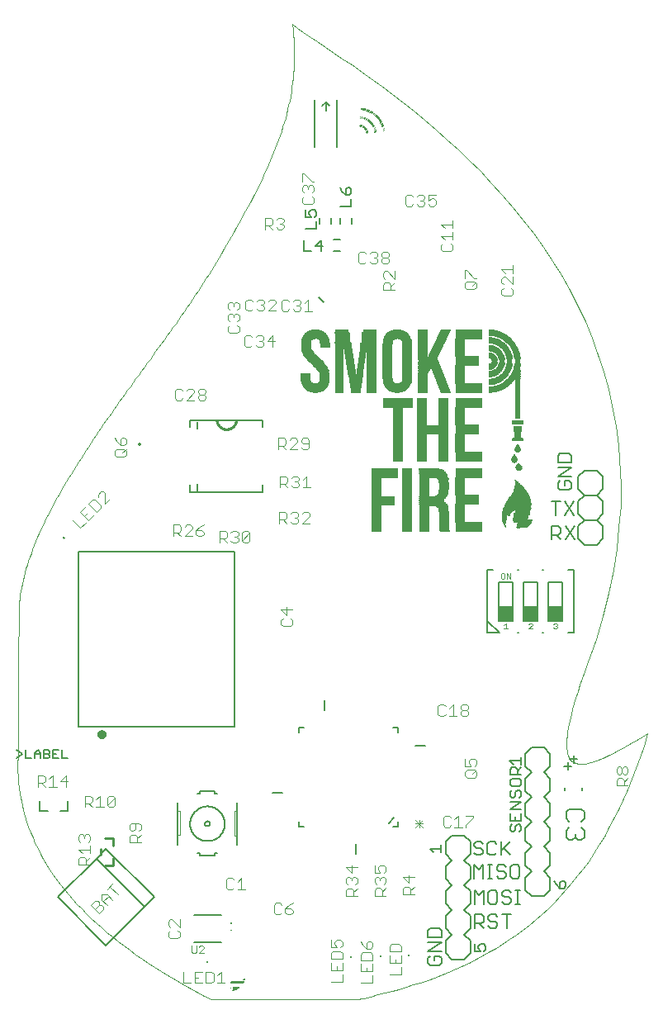
<source format=gto>
G75*
%MOIN*%
%OFA0B0*%
%FSLAX25Y25*%
%IPPOS*%
%LPD*%
%AMOC8*
5,1,8,0,0,1.08239X$1,22.5*
%
%ADD10C,0.00000*%
%ADD11R,0.04015X0.00055*%
%ADD12R,0.03960X0.00055*%
%ADD13R,0.10835X0.00055*%
%ADD14R,0.04070X0.00055*%
%ADD15R,0.00220X0.00055*%
%ADD16R,0.04015X0.00055*%
%ADD17R,0.00330X0.00055*%
%ADD18R,0.00550X0.00055*%
%ADD19R,0.00770X0.00055*%
%ADD20R,0.00935X0.00055*%
%ADD21R,0.04070X0.00055*%
%ADD22R,0.00990X0.00055*%
%ADD23R,0.01155X0.00055*%
%ADD24R,0.01210X0.00055*%
%ADD25R,0.01375X0.00055*%
%ADD26R,0.01430X0.00055*%
%ADD27R,0.01540X0.00055*%
%ADD28R,0.01595X0.00055*%
%ADD29R,0.01705X0.00055*%
%ADD30R,0.01870X0.00055*%
%ADD31R,0.02035X0.00055*%
%ADD32R,0.02145X0.00055*%
%ADD33R,0.02200X0.00055*%
%ADD34R,0.00055X0.00055*%
%ADD35R,0.02310X0.00055*%
%ADD36R,0.00605X0.00055*%
%ADD37R,0.02365X0.00055*%
%ADD38R,0.00825X0.00055*%
%ADD39R,0.02475X0.00055*%
%ADD40R,0.01045X0.00055*%
%ADD41R,0.02475X0.00055*%
%ADD42R,0.01155X0.00055*%
%ADD43R,0.02530X0.00055*%
%ADD44R,0.01265X0.00055*%
%ADD45R,0.02640X0.00055*%
%ADD46R,0.02640X0.00055*%
%ADD47R,0.00055X0.00055*%
%ADD48R,0.04180X0.00055*%
%ADD49R,0.04235X0.00055*%
%ADD50R,0.00110X0.00055*%
%ADD51R,0.04400X0.00055*%
%ADD52R,0.00165X0.00055*%
%ADD53R,0.04455X0.00055*%
%ADD54R,0.00220X0.00055*%
%ADD55R,0.04510X0.00055*%
%ADD56R,0.00275X0.00055*%
%ADD57R,0.04565X0.00055*%
%ADD58R,0.04620X0.00055*%
%ADD59R,0.00330X0.00055*%
%ADD60R,0.00385X0.00055*%
%ADD61R,0.04675X0.00055*%
%ADD62R,0.04730X0.00055*%
%ADD63R,0.04785X0.00055*%
%ADD64R,0.00440X0.00055*%
%ADD65R,0.04840X0.00055*%
%ADD66R,0.00495X0.00055*%
%ADD67R,0.04840X0.00055*%
%ADD68R,0.00495X0.00055*%
%ADD69R,0.04895X0.00055*%
%ADD70R,0.00550X0.00055*%
%ADD71R,0.04950X0.00055*%
%ADD72R,0.00660X0.00055*%
%ADD73R,0.05005X0.00055*%
%ADD74R,0.05060X0.00055*%
%ADD75R,0.00715X0.00055*%
%ADD76R,0.00715X0.00055*%
%ADD77R,0.05115X0.00055*%
%ADD78R,0.05115X0.00055*%
%ADD79R,0.00880X0.00055*%
%ADD80R,0.05170X0.00055*%
%ADD81R,0.00935X0.00055*%
%ADD82R,0.05170X0.00055*%
%ADD83R,0.05170X0.00055*%
%ADD84R,0.01100X0.00055*%
%ADD85R,0.01210X0.00055*%
%ADD86R,0.00990X0.00055*%
%ADD87R,0.05170X0.00055*%
%ADD88R,0.01540X0.00055*%
%ADD89R,0.01760X0.00055*%
%ADD90R,0.05115X0.00055*%
%ADD91R,0.01870X0.00055*%
%ADD92R,0.05170X0.00055*%
%ADD93R,0.02035X0.00055*%
%ADD94R,0.01320X0.00055*%
%ADD95R,0.07425X0.00055*%
%ADD96R,0.07535X0.00055*%
%ADD97R,0.01430X0.00055*%
%ADD98R,0.07590X0.00055*%
%ADD99R,0.07645X0.00055*%
%ADD100R,0.01485X0.00055*%
%ADD101R,0.07700X0.00055*%
%ADD102R,0.07755X0.00055*%
%ADD103R,0.01595X0.00055*%
%ADD104R,0.06600X0.00055*%
%ADD105R,0.00770X0.00055*%
%ADD106R,0.01650X0.00055*%
%ADD107R,0.06435X0.00055*%
%ADD108R,0.06380X0.00055*%
%ADD109R,0.06325X0.00055*%
%ADD110R,0.00440X0.00055*%
%ADD111R,0.01705X0.00055*%
%ADD112R,0.06270X0.00055*%
%ADD113R,0.00385X0.00055*%
%ADD114R,0.06215X0.00055*%
%ADD115R,0.00275X0.00055*%
%ADD116R,0.06160X0.00055*%
%ADD117R,0.00165X0.00055*%
%ADD118R,0.00110X0.00055*%
%ADD119R,0.01925X0.00055*%
%ADD120R,0.01980X0.00055*%
%ADD121R,0.02090X0.00055*%
%ADD122R,0.06270X0.00055*%
%ADD123R,0.02145X0.00055*%
%ADD124R,0.00220X0.00055*%
%ADD125R,0.02255X0.00055*%
%ADD126R,0.02310X0.00055*%
%ADD127R,0.02365X0.00055*%
%ADD128R,0.02420X0.00055*%
%ADD129R,0.02420X0.00055*%
%ADD130R,0.03190X0.00055*%
%ADD131R,0.03245X0.00055*%
%ADD132R,0.03300X0.00055*%
%ADD133R,0.03355X0.00055*%
%ADD134R,0.03410X0.00055*%
%ADD135R,0.03465X0.00055*%
%ADD136R,0.03520X0.00055*%
%ADD137R,0.03575X0.00055*%
%ADD138R,0.03630X0.00055*%
%ADD139R,0.03685X0.00055*%
%ADD140R,0.03795X0.00055*%
%ADD141R,0.03850X0.00055*%
%ADD142R,0.03905X0.00055*%
%ADD143R,0.04125X0.00055*%
%ADD144R,0.04345X0.00055*%
%ADD145R,0.06215X0.00055*%
%ADD146R,0.04895X0.00055*%
%ADD147R,0.11165X0.00055*%
%ADD148R,0.11165X0.00055*%
%ADD149R,0.11110X0.00055*%
%ADD150R,0.11055X0.00055*%
%ADD151R,0.11000X0.00055*%
%ADD152R,0.04290X0.00055*%
%ADD153R,0.10945X0.00055*%
%ADD154R,0.04345X0.00055*%
%ADD155R,0.10945X0.00055*%
%ADD156R,0.10890X0.00055*%
%ADD157R,0.10780X0.00055*%
%ADD158R,0.10725X0.00055*%
%ADD159R,0.05500X0.00055*%
%ADD160R,0.11330X0.00055*%
%ADD161R,0.10670X0.00055*%
%ADD162R,0.11275X0.00055*%
%ADD163R,0.10615X0.00055*%
%ADD164R,0.09130X0.00055*%
%ADD165R,0.11220X0.00055*%
%ADD166R,0.10560X0.00055*%
%ADD167R,0.10505X0.00055*%
%ADD168R,0.10450X0.00055*%
%ADD169R,0.10395X0.00055*%
%ADD170R,0.09405X0.00055*%
%ADD171R,0.10340X0.00055*%
%ADD172R,0.10890X0.00055*%
%ADD173R,0.10285X0.00055*%
%ADD174R,0.10175X0.00055*%
%ADD175R,0.10120X0.00055*%
%ADD176R,0.10615X0.00055*%
%ADD177R,0.10065X0.00055*%
%ADD178R,0.10010X0.00055*%
%ADD179R,0.09955X0.00055*%
%ADD180R,0.10340X0.00055*%
%ADD181R,0.09900X0.00055*%
%ADD182R,0.10230X0.00055*%
%ADD183R,0.09845X0.00055*%
%ADD184R,0.10120X0.00055*%
%ADD185R,0.09790X0.00055*%
%ADD186R,0.09735X0.00055*%
%ADD187R,0.09625X0.00055*%
%ADD188R,0.09790X0.00055*%
%ADD189R,0.09680X0.00055*%
%ADD190R,0.09570X0.00055*%
%ADD191R,0.09515X0.00055*%
%ADD192R,0.09460X0.00055*%
%ADD193R,0.09350X0.00055*%
%ADD194R,0.09295X0.00055*%
%ADD195R,0.09295X0.00055*%
%ADD196R,0.09185X0.00055*%
%ADD197R,0.09075X0.00055*%
%ADD198R,0.08965X0.00055*%
%ADD199R,0.10065X0.00055*%
%ADD200R,0.08910X0.00055*%
%ADD201R,0.08800X0.00055*%
%ADD202R,0.08745X0.00055*%
%ADD203R,0.08635X0.00055*%
%ADD204R,0.08580X0.00055*%
%ADD205R,0.08470X0.00055*%
%ADD206R,0.08415X0.00055*%
%ADD207R,0.08360X0.00055*%
%ADD208R,0.08305X0.00055*%
%ADD209R,0.08250X0.00055*%
%ADD210R,0.08195X0.00055*%
%ADD211R,0.08085X0.00055*%
%ADD212R,0.08030X0.00055*%
%ADD213R,0.07920X0.00055*%
%ADD214R,0.07865X0.00055*%
%ADD215R,0.07315X0.00055*%
%ADD216R,0.07260X0.00055*%
%ADD217R,0.07205X0.00055*%
%ADD218R,0.07150X0.00055*%
%ADD219R,0.07095X0.00055*%
%ADD220R,0.06985X0.00055*%
%ADD221R,0.06875X0.00055*%
%ADD222R,0.06820X0.00055*%
%ADD223R,0.06765X0.00055*%
%ADD224R,0.06710X0.00055*%
%ADD225R,0.06655X0.00055*%
%ADD226R,0.06545X0.00055*%
%ADD227R,0.06490X0.00055*%
%ADD228R,0.06050X0.00055*%
%ADD229R,0.05995X0.00055*%
%ADD230R,0.05940X0.00055*%
%ADD231R,0.05885X0.00055*%
%ADD232R,0.05830X0.00055*%
%ADD233R,0.05775X0.00055*%
%ADD234R,0.05665X0.00055*%
%ADD235R,0.05555X0.00055*%
%ADD236R,0.05445X0.00055*%
%ADD237R,0.05390X0.00055*%
%ADD238R,0.05280X0.00055*%
%ADD239R,0.05225X0.00055*%
%ADD240R,0.03740X0.00055*%
%ADD241R,0.03245X0.00055*%
%ADD242R,0.03135X0.00055*%
%ADD243R,0.03080X0.00055*%
%ADD244R,0.03025X0.00055*%
%ADD245R,0.02915X0.00055*%
%ADD246R,0.02860X0.00055*%
%ADD247R,0.02805X0.00055*%
%ADD248R,0.02750X0.00055*%
%ADD249R,0.02695X0.00055*%
%ADD250R,0.02640X0.00055*%
%ADD251R,0.02090X0.00055*%
%ADD252R,0.01815X0.00055*%
%ADD253R,0.01595X0.00055*%
%ADD254R,0.01540X0.00055*%
%ADD255R,0.01265X0.00055*%
%ADD256R,0.00440X0.00055*%
%ADD257R,0.00165X0.00055*%
%ADD258R,0.04565X0.00055*%
%ADD259R,0.05445X0.00055*%
%ADD260R,0.11605X0.00055*%
%ADD261R,0.11550X0.00055*%
%ADD262R,0.11495X0.00055*%
%ADD263R,0.11440X0.00055*%
%ADD264R,0.11385X0.00055*%
%ADD265R,0.09020X0.00055*%
%ADD266R,0.08140X0.00055*%
%ADD267R,0.07590X0.00055*%
%ADD268R,0.01870X0.00055*%
%ADD269R,0.00770X0.00055*%
%ADD270R,0.00660X0.00055*%
%ADD271R,0.00605X0.00055*%
%ADD272R,0.00495X0.00055*%
%ADD273R,0.00440X0.00055*%
%ADD274R,0.00330X0.00055*%
%ADD275R,0.00165X0.00055*%
%ADD276R,0.00055X0.00055*%
%ADD277R,0.01045X0.00055*%
%ADD278R,0.01815X0.00055*%
%ADD279R,0.04620X0.00055*%
%ADD280R,0.02585X0.00055*%
%ADD281R,0.02695X0.00055*%
%ADD282R,0.12540X0.00055*%
%ADD283R,0.02970X0.00055*%
%ADD284R,0.03520X0.00055*%
%ADD285R,0.12265X0.00055*%
%ADD286R,0.03740X0.00055*%
%ADD287R,0.03795X0.00055*%
%ADD288R,0.05720X0.00055*%
%ADD289R,0.06765X0.00055*%
%ADD290R,0.06930X0.00055*%
%ADD291R,0.07645X0.00055*%
%ADD292R,0.05335X0.00055*%
%ADD293R,0.07810X0.00055*%
%ADD294R,0.07975X0.00055*%
%ADD295R,0.05610X0.00055*%
%ADD296R,0.05720X0.00055*%
%ADD297R,0.08415X0.00055*%
%ADD298R,0.08525X0.00055*%
%ADD299R,0.05995X0.00055*%
%ADD300R,0.06105X0.00055*%
%ADD301R,0.08855X0.00055*%
%ADD302R,0.09240X0.00055*%
%ADD303R,0.09515X0.00055*%
%ADD304R,0.07040X0.00055*%
%ADD305R,0.07095X0.00055*%
%ADD306R,0.05390X0.00055*%
%ADD307R,0.02970X0.00055*%
%ADD308R,0.00770X0.00055*%
%ADD309R,0.03465X0.00055*%
%ADD310R,0.04290X0.00055*%
%ADD311R,0.02915X0.00055*%
%ADD312R,0.03190X0.00055*%
%ADD313R,0.02640X0.00055*%
%ADD314R,0.01320X0.00055*%
%ADD315R,0.08690X0.00055*%
%ADD316R,0.05665X0.00055*%
%ADD317R,0.08470X0.00055*%
%ADD318R,0.08140X0.00055*%
%ADD319R,0.10670X0.00055*%
%ADD320R,0.06545X0.00055*%
%ADD321R,0.09570X0.00055*%
%ADD322R,0.07480X0.00055*%
%ADD323R,0.07370X0.00055*%
%ADD324C,0.00500*%
%ADD325R,0.00270X0.00045*%
%ADD326R,0.00450X0.00045*%
%ADD327R,0.00540X0.00045*%
%ADD328R,0.00630X0.00045*%
%ADD329R,0.00720X0.00045*%
%ADD330R,0.00810X0.00045*%
%ADD331R,0.00855X0.00045*%
%ADD332R,0.00900X0.00045*%
%ADD333R,0.00945X0.00045*%
%ADD334R,0.01035X0.00045*%
%ADD335R,0.01035X0.00045*%
%ADD336R,0.01080X0.00045*%
%ADD337R,0.01125X0.00045*%
%ADD338R,0.01125X0.00045*%
%ADD339R,0.01080X0.00045*%
%ADD340R,0.00990X0.00045*%
%ADD341R,0.00990X0.00045*%
%ADD342R,0.00990X0.00045*%
%ADD343R,0.00360X0.00045*%
%ADD344R,0.00630X0.00045*%
%ADD345R,0.00720X0.00045*%
%ADD346R,0.00765X0.00045*%
%ADD347R,0.00855X0.00045*%
%ADD348R,0.00945X0.00045*%
%ADD349R,0.00945X0.00045*%
%ADD350R,0.00990X0.00045*%
%ADD351R,0.00945X0.00045*%
%ADD352R,0.00270X0.00045*%
%ADD353R,0.00900X0.00045*%
%ADD354R,0.00585X0.00045*%
%ADD355R,0.00675X0.00045*%
%ADD356R,0.00810X0.00045*%
%ADD357R,0.00495X0.00045*%
%ADD358R,0.00225X0.00045*%
%ADD359R,0.00495X0.00045*%
%ADD360R,0.00720X0.00045*%
%ADD361C,0.00300*%
%ADD362C,0.00600*%
%ADD363C,0.00400*%
%ADD364C,0.00800*%
%ADD365C,0.00080*%
%ADD366R,0.00787X0.00787*%
%ADD367R,0.00787X0.00787*%
%ADD368C,0.01378*%
%ADD369C,0.00200*%
%ADD370C,0.01000*%
%ADD371C,0.02400*%
%ADD372C,0.00700*%
%ADD373R,0.05906X0.05906*%
D10*
X0049225Y0058865D02*
X0046667Y0063028D01*
X0045489Y0065136D01*
X0044414Y0067269D01*
X0043340Y0069403D01*
X0042369Y0071562D01*
X0041504Y0073747D01*
X0040639Y0075932D01*
X0039879Y0078143D01*
X0039227Y0080380D01*
X0038575Y0082617D01*
X0038032Y0084880D01*
X0037164Y0089457D01*
X0036840Y0091771D01*
X0036628Y0094111D01*
X0036417Y0096452D01*
X0036317Y0098818D01*
X0036332Y0101210D01*
X0036356Y0105023D01*
X0036380Y0108837D01*
X0036451Y0120278D01*
X0036475Y0124091D01*
X0036523Y0131719D01*
X0036547Y0135532D01*
X0036594Y0143159D01*
X0036618Y0146973D01*
X0036690Y0158414D01*
X0036713Y0162227D01*
X0036722Y0163669D01*
X0036796Y0165129D01*
X0036929Y0166605D01*
X0037062Y0168081D01*
X0037256Y0169574D01*
X0037755Y0172588D01*
X0038061Y0174109D01*
X0038418Y0175642D01*
X0038776Y0177176D01*
X0038775Y0177166D02*
X0038771Y0177166D01*
X0038775Y0177166D02*
X0039183Y0178717D01*
X0039186Y0178721D02*
X0039644Y0180277D01*
X0040101Y0181833D01*
X0040607Y0183399D01*
X0041157Y0184973D01*
X0041706Y0186547D01*
X0042300Y0188130D01*
X0042934Y0189718D01*
X0043567Y0191306D01*
X0044241Y0192900D01*
X0044950Y0194499D01*
X0045659Y0196097D01*
X0046405Y0197699D01*
X0047181Y0199303D01*
X0047958Y0200907D01*
X0048767Y0202513D01*
X0049604Y0204119D01*
X0050440Y0205725D01*
X0051305Y0207331D01*
X0052192Y0208934D01*
X0053080Y0210537D01*
X0053992Y0212139D01*
X0054923Y0213735D01*
X0055855Y0215332D01*
X0056806Y0216925D01*
X0057772Y0218511D01*
X0058739Y0220097D01*
X0059721Y0221677D01*
X0060715Y0223248D01*
X0061709Y0224820D01*
X0062714Y0226383D01*
X0063727Y0227935D01*
X0064740Y0229487D01*
X0065760Y0231029D01*
X0066784Y0232558D01*
X0067808Y0234088D01*
X0068835Y0235604D01*
X0069862Y0237106D01*
X0070890Y0238611D01*
X0071935Y0240120D01*
X0074055Y0243149D01*
X0075129Y0244669D01*
X0076216Y0246195D01*
X0077303Y0247721D01*
X0078402Y0249253D01*
X0079511Y0250791D01*
X0080620Y0252329D01*
X0081739Y0253872D01*
X0082866Y0255422D01*
X0083992Y0256972D01*
X0085126Y0258529D01*
X0086265Y0260092D01*
X0087405Y0261655D01*
X0088549Y0263224D01*
X0089696Y0264801D01*
X0090844Y0266377D01*
X0091994Y0267960D01*
X0094295Y0271141D01*
X0095446Y0272739D01*
X0096595Y0274344D01*
X0097744Y0275949D01*
X0098891Y0277561D01*
X0100033Y0279181D01*
X0101176Y0280801D01*
X0102314Y0282429D01*
X0103446Y0284065D01*
X0104578Y0285701D01*
X0105703Y0287345D01*
X0106819Y0288997D01*
X0107935Y0290649D01*
X0109041Y0292309D01*
X0110137Y0293978D01*
X0111232Y0295647D01*
X0112316Y0297324D01*
X0113386Y0299010D01*
X0114456Y0300696D01*
X0115512Y0302391D01*
X0116552Y0304096D01*
X0117592Y0305800D01*
X0118616Y0307513D01*
X0119621Y0309235D01*
X0120627Y0310958D01*
X0121613Y0312690D01*
X0123545Y0316173D01*
X0124502Y0317901D01*
X0126391Y0321334D01*
X0127323Y0323040D01*
X0128239Y0324738D01*
X0129155Y0326436D01*
X0130055Y0328126D01*
X0131816Y0331497D01*
X0132676Y0333178D01*
X0133513Y0334857D01*
X0134350Y0336537D01*
X0135163Y0338214D01*
X0135950Y0339893D01*
X0136736Y0341572D01*
X0137495Y0343253D01*
X0138951Y0346623D01*
X0139648Y0348312D01*
X0140311Y0350010D01*
X0140974Y0351707D01*
X0141602Y0353412D01*
X0142192Y0355127D01*
X0142782Y0356843D01*
X0143333Y0358569D01*
X0144352Y0362049D01*
X0144820Y0363803D01*
X0145242Y0365574D01*
X0145664Y0367344D01*
X0146040Y0369132D01*
X0146694Y0372747D01*
X0146972Y0374574D01*
X0147196Y0376425D01*
X0147421Y0378276D01*
X0147592Y0380149D01*
X0147707Y0382049D01*
X0147821Y0383949D01*
X0147879Y0385875D01*
X0147877Y0387830D01*
X0147874Y0389785D01*
X0147811Y0391769D01*
X0147684Y0393786D01*
X0147557Y0395802D01*
X0147366Y0397851D01*
X0147107Y0399936D01*
X0149131Y0398453D01*
X0151591Y0396761D01*
X0154411Y0394854D01*
X0157231Y0392947D01*
X0160410Y0390825D01*
X0163874Y0388481D01*
X0167337Y0386137D01*
X0171083Y0383571D01*
X0175037Y0380777D01*
X0178991Y0377984D01*
X0183152Y0374961D01*
X0187443Y0371705D01*
X0191734Y0368448D01*
X0196156Y0364956D01*
X0200632Y0361224D01*
X0205108Y0357491D01*
X0209638Y0353517D01*
X0214146Y0349295D01*
X0218654Y0345074D01*
X0223140Y0340605D01*
X0227527Y0335881D01*
X0231914Y0331158D01*
X0236203Y0326180D01*
X0240316Y0320942D01*
X0244429Y0315704D01*
X0248368Y0310205D01*
X0255741Y0298673D01*
X0259176Y0292639D01*
X0265391Y0280026D01*
X0268170Y0273445D01*
X0272920Y0259724D01*
X0274890Y0252583D01*
X0277870Y0237729D01*
X0278879Y0230015D01*
X0279783Y0214001D01*
X0279678Y0205701D01*
X0278939Y0197101D01*
X0278200Y0188501D01*
X0276827Y0179602D01*
X0274744Y0170396D01*
X0272662Y0161191D01*
X0269869Y0151680D01*
X0266290Y0141856D01*
X0265184Y0138821D01*
X0264191Y0135982D01*
X0263308Y0133329D01*
X0262425Y0130677D01*
X0261653Y0128213D01*
X0260323Y0123642D01*
X0259767Y0121536D01*
X0258865Y0117666D01*
X0258520Y0115903D01*
X0258279Y0114304D01*
X0258037Y0112704D01*
X0257900Y0111268D01*
X0257863Y0109988D01*
X0257827Y0108708D01*
X0257892Y0107583D01*
X0258056Y0106606D01*
X0258220Y0105629D01*
X0258484Y0104800D01*
X0258844Y0104111D01*
X0259205Y0103421D01*
X0259662Y0102872D01*
X0260214Y0102454D01*
X0260766Y0102037D01*
X0261413Y0101752D01*
X0262892Y0101429D01*
X0263725Y0101391D01*
X0264647Y0101470D01*
X0265570Y0101549D01*
X0266582Y0101744D01*
X0268784Y0102350D01*
X0269974Y0102761D01*
X0272524Y0103785D01*
X0273885Y0104397D01*
X0275330Y0105101D01*
X0276775Y0105806D01*
X0278303Y0106603D01*
X0279914Y0107484D01*
X0281524Y0108366D01*
X0283215Y0109332D01*
X0286758Y0111417D01*
X0288608Y0112537D01*
X0290535Y0113725D01*
X0289087Y0108846D01*
X0287539Y0104197D01*
X0285898Y0099764D01*
X0284257Y0095332D01*
X0282524Y0091117D01*
X0278886Y0083098D01*
X0276981Y0079293D01*
X0274998Y0075682D01*
X0273015Y0072070D01*
X0270953Y0068652D01*
X0268819Y0065414D01*
X0266685Y0062177D01*
X0264480Y0059120D01*
X0262210Y0056233D01*
X0259940Y0053346D01*
X0257605Y0050627D01*
X0255212Y0048066D01*
X0252819Y0045504D01*
X0250368Y0043100D01*
X0247867Y0040840D01*
X0245365Y0038580D01*
X0242813Y0036466D01*
X0237620Y0032501D01*
X0234980Y0030652D01*
X0229625Y0027195D01*
X0226911Y0025587D01*
X0221423Y0022589D01*
X0218649Y0021199D01*
X0213054Y0018611D01*
X0210234Y0017414D01*
X0204561Y0015188D01*
X0201708Y0014160D01*
X0198846Y0013205D01*
X0195985Y0012249D01*
X0193114Y0011366D01*
X0190241Y0010543D01*
X0187368Y0009720D01*
X0184492Y0008958D01*
X0181622Y0008244D01*
X0178751Y0007530D01*
X0175886Y0006864D01*
X0173032Y0006235D01*
X0114522Y0006235D01*
X0111436Y0007801D01*
X0108429Y0009392D01*
X0105503Y0011010D01*
X0102578Y0012627D01*
X0099734Y0014270D01*
X0096974Y0015939D01*
X0094214Y0017608D01*
X0091538Y0019303D01*
X0088948Y0021024D01*
X0086358Y0022744D01*
X0083854Y0024490D01*
X0081438Y0026262D01*
X0079022Y0028034D01*
X0076694Y0029832D01*
X0074457Y0031656D01*
X0072219Y0033480D01*
X0070072Y0035329D01*
X0068018Y0037204D01*
X0065963Y0039080D01*
X0064001Y0040981D01*
X0062134Y0042908D01*
X0060267Y0044834D01*
X0058494Y0046787D01*
X0056819Y0048766D01*
X0055143Y0050744D01*
X0053564Y0052748D01*
X0050605Y0056809D01*
X0049225Y0058865D01*
X0039178Y0178704D02*
X0039191Y0178745D01*
D11*
X0152837Y0269022D03*
X0152837Y0269077D03*
X0152837Y0269131D03*
X0152947Y0271991D03*
X0152947Y0272047D03*
X0159987Y0272377D03*
X0160152Y0258627D03*
X0160152Y0258572D03*
X0160152Y0258516D03*
X0160207Y0258462D03*
X0160207Y0258406D03*
X0160207Y0258352D03*
X0160207Y0258297D03*
X0160152Y0255822D03*
X0160097Y0255656D03*
X0160097Y0255602D03*
X0172802Y0252027D03*
X0172802Y0251972D03*
X0172802Y0251916D03*
X0185837Y0255822D03*
X0185947Y0255491D03*
X0189687Y0245041D03*
X0189687Y0244987D03*
X0189687Y0244931D03*
X0189687Y0244877D03*
X0189687Y0244822D03*
X0189687Y0244766D03*
X0189687Y0244712D03*
X0189687Y0244656D03*
X0189687Y0244602D03*
X0189687Y0244547D03*
X0189687Y0244491D03*
X0189687Y0244437D03*
X0189687Y0244381D03*
X0189687Y0244327D03*
X0189687Y0244272D03*
X0189687Y0244216D03*
X0189687Y0244162D03*
X0189687Y0244106D03*
X0189687Y0244052D03*
X0189687Y0243997D03*
X0189687Y0243941D03*
X0189687Y0243887D03*
X0189687Y0243831D03*
X0189687Y0243777D03*
X0189687Y0243722D03*
X0189687Y0243666D03*
X0189687Y0243612D03*
X0189687Y0243556D03*
X0189687Y0243502D03*
X0189687Y0243447D03*
X0189687Y0243391D03*
X0189687Y0243337D03*
X0189687Y0243281D03*
X0189687Y0243227D03*
X0189687Y0243172D03*
X0189687Y0243116D03*
X0189687Y0243062D03*
X0189687Y0243006D03*
X0189687Y0242952D03*
X0189687Y0242897D03*
X0189687Y0242841D03*
X0189687Y0242787D03*
X0189687Y0242731D03*
X0189687Y0242677D03*
X0189687Y0242622D03*
X0189687Y0242566D03*
X0189687Y0242512D03*
X0189687Y0242456D03*
X0189687Y0242402D03*
X0189687Y0242347D03*
X0189687Y0242291D03*
X0189687Y0242237D03*
X0189687Y0242181D03*
X0189687Y0242127D03*
X0189687Y0242072D03*
X0189687Y0242016D03*
X0189687Y0241962D03*
X0189687Y0241906D03*
X0189687Y0241852D03*
X0189687Y0241797D03*
X0189687Y0241741D03*
X0189687Y0241687D03*
X0189687Y0241631D03*
X0189687Y0241577D03*
X0189687Y0241522D03*
X0189687Y0241466D03*
X0189687Y0241412D03*
X0189687Y0241356D03*
X0189687Y0241302D03*
X0189687Y0241247D03*
X0189687Y0241191D03*
X0189687Y0241137D03*
X0189687Y0241081D03*
X0189687Y0241027D03*
X0189687Y0240972D03*
X0189687Y0240916D03*
X0189687Y0240862D03*
X0189687Y0240806D03*
X0189687Y0240752D03*
X0189687Y0240697D03*
X0189687Y0240641D03*
X0189687Y0240587D03*
X0189687Y0240531D03*
X0189687Y0240477D03*
X0189687Y0240422D03*
X0189687Y0240366D03*
X0189687Y0240312D03*
X0189687Y0240256D03*
X0189687Y0240202D03*
X0189687Y0240147D03*
X0189687Y0240091D03*
X0189687Y0240037D03*
X0189687Y0239981D03*
X0189687Y0239927D03*
X0189687Y0239872D03*
X0189687Y0239816D03*
X0189687Y0239762D03*
X0189687Y0239706D03*
X0189687Y0239652D03*
X0189687Y0239597D03*
X0189687Y0239541D03*
X0189687Y0239487D03*
X0189687Y0239431D03*
X0189687Y0239377D03*
X0189687Y0239322D03*
X0189687Y0239266D03*
X0189687Y0239212D03*
X0189687Y0239156D03*
X0189687Y0239102D03*
X0189687Y0239047D03*
X0189687Y0238991D03*
X0189687Y0238937D03*
X0189687Y0238881D03*
X0189687Y0238827D03*
X0189687Y0238772D03*
X0189687Y0238716D03*
X0189687Y0238662D03*
X0189687Y0238606D03*
X0189687Y0238552D03*
X0189687Y0238497D03*
X0189687Y0238441D03*
X0189687Y0238387D03*
X0189687Y0238331D03*
X0189687Y0238277D03*
X0189687Y0238222D03*
X0189687Y0238166D03*
X0189687Y0238112D03*
X0189687Y0238056D03*
X0189687Y0238002D03*
X0189687Y0237947D03*
X0189687Y0237891D03*
X0189687Y0237837D03*
X0189687Y0237781D03*
X0189687Y0237727D03*
X0189687Y0237672D03*
X0189687Y0237616D03*
X0189687Y0237562D03*
X0189687Y0237506D03*
X0189687Y0237452D03*
X0189687Y0237397D03*
X0189687Y0237341D03*
X0189687Y0237287D03*
X0189687Y0237231D03*
X0189687Y0237177D03*
X0189687Y0237122D03*
X0189687Y0237066D03*
X0189687Y0237012D03*
X0189687Y0236956D03*
X0189687Y0236902D03*
X0189687Y0236847D03*
X0189687Y0236791D03*
X0189687Y0236737D03*
X0189687Y0236681D03*
X0189687Y0236627D03*
X0189687Y0236572D03*
X0189687Y0236516D03*
X0189687Y0236462D03*
X0189687Y0236406D03*
X0189687Y0236352D03*
X0189687Y0236297D03*
X0189687Y0236241D03*
X0189687Y0236187D03*
X0189687Y0236131D03*
X0189687Y0236077D03*
X0189687Y0236022D03*
X0189687Y0235966D03*
X0189687Y0235912D03*
X0189687Y0235856D03*
X0189687Y0235802D03*
X0189687Y0235747D03*
X0189687Y0235691D03*
X0189687Y0235637D03*
X0189687Y0235581D03*
X0189687Y0235527D03*
X0189687Y0235472D03*
X0189687Y0235416D03*
X0189687Y0235362D03*
X0189687Y0235306D03*
X0189687Y0235252D03*
X0189687Y0235197D03*
X0189687Y0235141D03*
X0189687Y0235087D03*
X0189687Y0235031D03*
X0189687Y0234977D03*
X0189687Y0234922D03*
X0189687Y0234866D03*
X0189687Y0234812D03*
X0189687Y0234756D03*
X0189687Y0234702D03*
X0189687Y0234647D03*
X0189687Y0234591D03*
X0189687Y0234537D03*
X0189687Y0234481D03*
X0189687Y0234427D03*
X0189687Y0234372D03*
X0189687Y0234316D03*
X0189687Y0234262D03*
X0189687Y0234206D03*
X0189687Y0234152D03*
X0189687Y0234097D03*
X0189687Y0234041D03*
X0189687Y0233987D03*
X0189687Y0233931D03*
X0189687Y0233877D03*
X0189687Y0233822D03*
X0189687Y0233766D03*
X0189687Y0233712D03*
X0189687Y0233656D03*
X0189687Y0233602D03*
X0189687Y0233547D03*
X0189687Y0233491D03*
X0189687Y0233437D03*
X0189687Y0233381D03*
X0189687Y0233327D03*
X0189687Y0233272D03*
X0189687Y0233216D03*
X0189687Y0233162D03*
X0189687Y0233106D03*
X0189687Y0233052D03*
X0189687Y0232997D03*
X0189687Y0232941D03*
X0189687Y0232887D03*
X0189687Y0232831D03*
X0189687Y0232777D03*
X0189687Y0232722D03*
X0189687Y0232666D03*
X0189687Y0232612D03*
X0189687Y0232556D03*
X0189687Y0232502D03*
X0189687Y0232447D03*
X0189687Y0232391D03*
X0189687Y0232337D03*
X0189687Y0232281D03*
X0189687Y0232227D03*
X0189687Y0232172D03*
X0189687Y0232116D03*
X0189687Y0232062D03*
X0189687Y0232006D03*
X0189687Y0231952D03*
X0189687Y0231897D03*
X0189687Y0231841D03*
X0189687Y0231787D03*
X0189687Y0231731D03*
X0189687Y0231677D03*
X0189687Y0231622D03*
X0189687Y0231566D03*
X0189687Y0231512D03*
X0189687Y0231456D03*
X0189687Y0231402D03*
X0189687Y0231347D03*
X0189687Y0231291D03*
X0189687Y0231237D03*
X0189687Y0231181D03*
X0189687Y0231127D03*
X0189687Y0231072D03*
X0189687Y0231016D03*
X0189687Y0230962D03*
X0189687Y0230906D03*
X0189687Y0230852D03*
X0189687Y0230797D03*
X0189687Y0230741D03*
X0189687Y0230687D03*
X0189687Y0230631D03*
X0189687Y0230577D03*
X0189687Y0230522D03*
X0189687Y0230466D03*
X0189687Y0230412D03*
X0189687Y0230356D03*
X0189687Y0230302D03*
X0189687Y0230247D03*
X0189687Y0230191D03*
X0189687Y0230137D03*
X0189687Y0230081D03*
X0189687Y0230027D03*
X0189687Y0229972D03*
X0189687Y0229916D03*
X0189687Y0229862D03*
X0189687Y0229806D03*
X0189687Y0229752D03*
X0189687Y0229697D03*
X0189687Y0229641D03*
X0189687Y0229587D03*
X0189687Y0229531D03*
X0189687Y0229477D03*
X0189687Y0229422D03*
X0189687Y0229366D03*
X0189687Y0229312D03*
X0189687Y0229256D03*
X0189687Y0229202D03*
X0189687Y0229147D03*
X0189687Y0229091D03*
X0189687Y0229037D03*
X0189687Y0228981D03*
X0189687Y0228927D03*
X0189687Y0228872D03*
X0189687Y0228816D03*
X0189687Y0228762D03*
X0189687Y0228706D03*
X0189687Y0228652D03*
X0189687Y0228597D03*
X0189687Y0228541D03*
X0189687Y0228487D03*
X0189687Y0228431D03*
X0189687Y0228377D03*
X0189687Y0228322D03*
X0189687Y0228266D03*
X0189687Y0228212D03*
X0189687Y0228156D03*
X0189687Y0228102D03*
X0189687Y0228047D03*
X0189687Y0227991D03*
X0189687Y0227937D03*
X0189687Y0227881D03*
X0189687Y0227827D03*
X0189687Y0227772D03*
X0189687Y0227716D03*
X0189687Y0227662D03*
X0189687Y0227606D03*
X0189687Y0227552D03*
X0189687Y0227497D03*
X0189687Y0227441D03*
X0189687Y0227387D03*
X0189687Y0227331D03*
X0189687Y0227277D03*
X0189687Y0227222D03*
X0189687Y0227166D03*
X0189687Y0227112D03*
X0189687Y0227056D03*
X0189687Y0227002D03*
X0189687Y0226947D03*
X0189687Y0226891D03*
X0189687Y0226837D03*
X0189687Y0226781D03*
X0189687Y0226727D03*
X0189687Y0226672D03*
X0189687Y0226616D03*
X0189687Y0226562D03*
X0189687Y0226506D03*
X0189687Y0226452D03*
X0189687Y0226397D03*
X0189687Y0226341D03*
X0189687Y0226287D03*
X0189687Y0226231D03*
X0189687Y0226177D03*
X0189687Y0226122D03*
X0189687Y0226066D03*
X0189687Y0226012D03*
X0189687Y0225956D03*
X0189687Y0225902D03*
X0189687Y0225847D03*
X0189687Y0225791D03*
X0189687Y0225737D03*
X0189687Y0225681D03*
X0189687Y0225627D03*
X0189687Y0225572D03*
X0189687Y0225516D03*
X0189687Y0225462D03*
X0189687Y0225406D03*
X0189687Y0225352D03*
X0189687Y0225297D03*
X0189687Y0225241D03*
X0189687Y0225187D03*
X0189687Y0225131D03*
X0189687Y0225077D03*
X0189687Y0225022D03*
X0189687Y0224966D03*
X0189687Y0224912D03*
X0189687Y0224856D03*
X0189687Y0224802D03*
X0189687Y0224747D03*
X0189687Y0224691D03*
X0189687Y0224637D03*
X0189687Y0224581D03*
X0189687Y0224527D03*
X0189687Y0224472D03*
X0189687Y0224416D03*
X0189687Y0224362D03*
X0189687Y0224306D03*
X0189687Y0224252D03*
X0189687Y0224197D03*
X0189687Y0224141D03*
X0189687Y0224087D03*
X0189687Y0224031D03*
X0189687Y0223977D03*
X0189687Y0223922D03*
X0189687Y0223866D03*
X0189687Y0223812D03*
X0189687Y0223756D03*
X0189687Y0223702D03*
X0189687Y0223647D03*
X0189687Y0223591D03*
X0189687Y0223537D03*
X0189687Y0223481D03*
X0181162Y0216827D03*
X0181162Y0216772D03*
X0181162Y0216716D03*
X0181162Y0216662D03*
X0181162Y0216606D03*
X0181162Y0216552D03*
X0181162Y0216497D03*
X0181162Y0216441D03*
X0181162Y0216387D03*
X0181162Y0216331D03*
X0181162Y0216277D03*
X0181162Y0216222D03*
X0181162Y0216166D03*
X0181162Y0216112D03*
X0181162Y0216056D03*
X0181162Y0216002D03*
X0181162Y0215947D03*
X0181162Y0215891D03*
X0181162Y0215837D03*
X0181162Y0215781D03*
X0181162Y0215727D03*
X0181162Y0215672D03*
X0181162Y0215616D03*
X0181162Y0215562D03*
X0181162Y0215506D03*
X0181162Y0215452D03*
X0181162Y0215397D03*
X0181162Y0215341D03*
X0181162Y0215287D03*
X0181162Y0215231D03*
X0181162Y0215177D03*
X0181162Y0215122D03*
X0181162Y0215066D03*
X0181162Y0215012D03*
X0181162Y0214956D03*
X0181162Y0214902D03*
X0181162Y0214847D03*
X0181162Y0214791D03*
X0181162Y0214737D03*
X0181162Y0214681D03*
X0181162Y0214627D03*
X0181162Y0214572D03*
X0181162Y0214516D03*
X0181162Y0214462D03*
X0181162Y0214406D03*
X0181162Y0214352D03*
X0181162Y0214297D03*
X0181162Y0214241D03*
X0181162Y0214187D03*
X0181162Y0214131D03*
X0181162Y0214077D03*
X0181162Y0214022D03*
X0181162Y0213966D03*
X0181162Y0213912D03*
X0181162Y0213856D03*
X0181162Y0213802D03*
X0181162Y0213747D03*
X0181162Y0213691D03*
X0181162Y0213637D03*
X0181162Y0213581D03*
X0181162Y0213527D03*
X0181162Y0213472D03*
X0181162Y0213416D03*
X0181162Y0213362D03*
X0181162Y0213306D03*
X0181162Y0213252D03*
X0181162Y0213197D03*
X0181162Y0213141D03*
X0181162Y0213087D03*
X0181162Y0213031D03*
X0181162Y0212977D03*
X0181162Y0212922D03*
X0181162Y0212866D03*
X0181162Y0212812D03*
X0181162Y0212756D03*
X0181162Y0212702D03*
X0181162Y0212647D03*
X0181162Y0212591D03*
X0181162Y0212537D03*
X0181162Y0212481D03*
X0181162Y0212427D03*
X0181162Y0212372D03*
X0181162Y0212316D03*
X0181162Y0212262D03*
X0181162Y0212206D03*
X0181162Y0212152D03*
X0181162Y0212097D03*
X0181162Y0212041D03*
X0181162Y0211987D03*
X0181162Y0211931D03*
X0181162Y0211877D03*
X0181162Y0211822D03*
X0181162Y0211766D03*
X0181162Y0211712D03*
X0181162Y0211656D03*
X0181162Y0211602D03*
X0181162Y0211547D03*
X0181162Y0211491D03*
X0181162Y0211437D03*
X0181162Y0211381D03*
X0181162Y0211327D03*
X0181162Y0211272D03*
X0181162Y0211216D03*
X0181162Y0211162D03*
X0181162Y0211106D03*
X0181162Y0211052D03*
X0181162Y0210997D03*
X0181162Y0210941D03*
X0181162Y0210887D03*
X0181162Y0210831D03*
X0181162Y0210777D03*
X0181162Y0210722D03*
X0181162Y0210666D03*
X0181162Y0210612D03*
X0181162Y0210556D03*
X0181162Y0210502D03*
X0181162Y0210447D03*
X0181162Y0210391D03*
X0181162Y0210337D03*
X0181162Y0210281D03*
X0181162Y0210227D03*
X0181162Y0210172D03*
X0181162Y0210116D03*
X0181162Y0210062D03*
X0181162Y0210006D03*
X0181162Y0209952D03*
X0181162Y0209897D03*
X0181162Y0209841D03*
X0181162Y0209787D03*
X0181162Y0209731D03*
X0181162Y0209677D03*
X0181162Y0209622D03*
X0181162Y0209566D03*
X0181162Y0209512D03*
X0181162Y0209456D03*
X0181162Y0209402D03*
X0181162Y0209347D03*
X0181162Y0209291D03*
X0181162Y0209237D03*
X0181162Y0205606D03*
X0181162Y0205552D03*
X0181162Y0205497D03*
X0181162Y0205441D03*
X0181162Y0205387D03*
X0181162Y0205331D03*
X0181162Y0205277D03*
X0181162Y0205222D03*
X0181162Y0205166D03*
X0181162Y0205112D03*
X0181162Y0205056D03*
X0181162Y0205002D03*
X0181162Y0204947D03*
X0181162Y0204891D03*
X0181162Y0204837D03*
X0181162Y0204781D03*
X0181162Y0204727D03*
X0181162Y0204672D03*
X0181162Y0204616D03*
X0181162Y0204562D03*
X0181162Y0204506D03*
X0181162Y0204452D03*
X0181162Y0204397D03*
X0181162Y0204341D03*
X0181162Y0204287D03*
X0181162Y0204231D03*
X0181162Y0204177D03*
X0181162Y0204122D03*
X0181162Y0204066D03*
X0181162Y0204012D03*
X0181162Y0203956D03*
X0181162Y0203902D03*
X0181162Y0203847D03*
X0181162Y0203791D03*
X0181162Y0203737D03*
X0181162Y0203681D03*
X0181162Y0203627D03*
X0181162Y0203572D03*
X0181162Y0203516D03*
X0181162Y0203462D03*
X0181162Y0203406D03*
X0181162Y0203352D03*
X0181162Y0203297D03*
X0181162Y0203241D03*
X0181162Y0203187D03*
X0181162Y0203131D03*
X0181162Y0203077D03*
X0181162Y0203022D03*
X0181162Y0202966D03*
X0181162Y0202912D03*
X0181162Y0202856D03*
X0181162Y0202802D03*
X0181162Y0202747D03*
X0181162Y0202691D03*
X0181162Y0202637D03*
X0181162Y0202581D03*
X0181162Y0202527D03*
X0181162Y0202472D03*
X0181162Y0202416D03*
X0181162Y0202362D03*
X0181162Y0202306D03*
X0181162Y0202252D03*
X0181162Y0202197D03*
X0181162Y0202141D03*
X0181162Y0202087D03*
X0181162Y0202031D03*
X0181162Y0201977D03*
X0181162Y0201922D03*
X0181162Y0201866D03*
X0181162Y0201812D03*
X0181162Y0201756D03*
X0181162Y0201702D03*
X0181162Y0201647D03*
X0181162Y0201591D03*
X0181162Y0201537D03*
X0181162Y0201481D03*
X0181162Y0201427D03*
X0181162Y0201372D03*
X0181162Y0201316D03*
X0181162Y0201262D03*
X0181162Y0201206D03*
X0181162Y0201152D03*
X0181162Y0201097D03*
X0181162Y0201041D03*
X0181162Y0200987D03*
X0181162Y0200931D03*
X0181162Y0200877D03*
X0181162Y0200822D03*
X0181162Y0200766D03*
X0181162Y0200712D03*
X0181162Y0200656D03*
X0181162Y0200602D03*
X0181162Y0200547D03*
X0181162Y0200491D03*
X0181162Y0200437D03*
X0181162Y0200381D03*
X0181162Y0200327D03*
X0181162Y0200272D03*
X0181162Y0200216D03*
X0181162Y0200162D03*
X0181162Y0200106D03*
X0181162Y0200052D03*
X0181162Y0199997D03*
X0181162Y0199941D03*
X0181162Y0199887D03*
X0181162Y0199831D03*
X0181162Y0199777D03*
X0181162Y0199722D03*
X0181162Y0199666D03*
X0181162Y0199612D03*
X0181162Y0199556D03*
X0181162Y0199502D03*
X0181162Y0199447D03*
X0181162Y0199391D03*
X0181162Y0199337D03*
X0181162Y0199281D03*
X0181162Y0199227D03*
X0181162Y0199172D03*
X0181162Y0199116D03*
X0181162Y0199062D03*
X0181162Y0199006D03*
X0181162Y0198952D03*
X0181162Y0198897D03*
X0181162Y0198841D03*
X0181162Y0198787D03*
X0181162Y0198731D03*
X0181162Y0198677D03*
X0181162Y0198622D03*
X0181162Y0198566D03*
X0181162Y0198512D03*
X0181162Y0198456D03*
X0181162Y0198402D03*
X0181162Y0198347D03*
X0181162Y0198291D03*
X0181162Y0198237D03*
X0181162Y0198181D03*
X0181162Y0198127D03*
X0181162Y0198072D03*
X0181162Y0198016D03*
X0181162Y0197962D03*
X0181162Y0197906D03*
X0181162Y0197852D03*
X0181162Y0197797D03*
X0181162Y0197741D03*
X0181162Y0197687D03*
X0181162Y0197631D03*
X0181162Y0197577D03*
X0181162Y0197522D03*
X0181162Y0197466D03*
X0181162Y0197412D03*
X0181162Y0197356D03*
X0181162Y0197302D03*
X0181162Y0197247D03*
X0181162Y0197191D03*
X0181162Y0197137D03*
X0181162Y0197081D03*
X0181162Y0197027D03*
X0181162Y0196972D03*
X0181162Y0196916D03*
X0181162Y0196862D03*
X0181162Y0196806D03*
X0181162Y0196752D03*
X0181162Y0196697D03*
X0181162Y0196641D03*
X0181162Y0196587D03*
X0181162Y0196531D03*
X0181162Y0196477D03*
X0181162Y0196422D03*
X0181162Y0196366D03*
X0181162Y0196312D03*
X0181162Y0196256D03*
X0181162Y0196202D03*
X0181162Y0196147D03*
X0181162Y0196091D03*
X0181162Y0196037D03*
X0181162Y0195981D03*
X0181162Y0195927D03*
X0181162Y0195872D03*
X0181162Y0195816D03*
X0181162Y0195762D03*
X0181162Y0195706D03*
X0181162Y0195652D03*
X0181162Y0195597D03*
X0181162Y0195541D03*
X0181162Y0195487D03*
X0181162Y0195431D03*
X0181162Y0195377D03*
X0181162Y0195322D03*
X0181162Y0195266D03*
X0181162Y0195212D03*
X0199532Y0223481D03*
X0199532Y0223537D03*
X0199532Y0223591D03*
X0199532Y0223647D03*
X0199532Y0223702D03*
X0199532Y0223756D03*
X0199532Y0223812D03*
X0199532Y0223866D03*
X0199532Y0223922D03*
X0199532Y0223977D03*
X0199532Y0224031D03*
X0199532Y0224087D03*
X0199532Y0224141D03*
X0199532Y0224197D03*
X0199532Y0224252D03*
X0199532Y0224306D03*
X0199532Y0224362D03*
X0199532Y0224416D03*
X0199532Y0224472D03*
X0199532Y0224527D03*
X0199532Y0224581D03*
X0199532Y0224637D03*
X0199532Y0224691D03*
X0199532Y0224747D03*
X0199532Y0224802D03*
X0199532Y0224856D03*
X0199532Y0224912D03*
X0199532Y0224966D03*
X0199532Y0225022D03*
X0199532Y0225077D03*
X0199532Y0225131D03*
X0199532Y0225187D03*
X0199532Y0225241D03*
X0199532Y0225297D03*
X0199532Y0225352D03*
X0199532Y0225406D03*
X0199532Y0225462D03*
X0199532Y0225516D03*
X0199532Y0225572D03*
X0199532Y0225627D03*
X0199532Y0225681D03*
X0199532Y0225737D03*
X0199532Y0225791D03*
X0199532Y0225847D03*
X0199532Y0225902D03*
X0199532Y0225956D03*
X0199532Y0226012D03*
X0199532Y0226066D03*
X0199532Y0226122D03*
X0199532Y0226177D03*
X0199532Y0226231D03*
X0199532Y0226287D03*
X0199532Y0226341D03*
X0199532Y0226397D03*
X0199532Y0226452D03*
X0199532Y0226506D03*
X0199532Y0226562D03*
X0199532Y0226616D03*
X0199532Y0226672D03*
X0199532Y0226727D03*
X0199532Y0226781D03*
X0199532Y0226837D03*
X0199532Y0226891D03*
X0199532Y0226947D03*
X0199532Y0227002D03*
X0199532Y0227056D03*
X0199532Y0227112D03*
X0199532Y0227166D03*
X0199532Y0227222D03*
X0199532Y0227277D03*
X0199532Y0227331D03*
X0199532Y0227387D03*
X0199532Y0227441D03*
X0199532Y0227497D03*
X0199532Y0227552D03*
X0199532Y0227606D03*
X0199532Y0227662D03*
X0199532Y0227716D03*
X0199532Y0227772D03*
X0199532Y0227827D03*
X0199532Y0227881D03*
X0199532Y0227937D03*
X0199532Y0227991D03*
X0199532Y0228047D03*
X0199532Y0228102D03*
X0199532Y0228156D03*
X0199532Y0228212D03*
X0199532Y0228266D03*
X0199532Y0228322D03*
X0199532Y0228377D03*
X0199532Y0228431D03*
X0199532Y0228487D03*
X0199532Y0228541D03*
X0199532Y0228597D03*
X0199532Y0228652D03*
X0199532Y0228706D03*
X0199532Y0228762D03*
X0199532Y0228816D03*
X0199532Y0228872D03*
X0199532Y0228927D03*
X0199532Y0228981D03*
X0199532Y0229037D03*
X0199532Y0229091D03*
X0199532Y0229147D03*
X0199532Y0229202D03*
X0199532Y0229256D03*
X0199532Y0229312D03*
X0199532Y0229366D03*
X0199532Y0229422D03*
X0199532Y0229477D03*
X0199532Y0229531D03*
X0199532Y0229587D03*
X0199532Y0229641D03*
X0199532Y0229697D03*
X0199532Y0229752D03*
X0199532Y0229806D03*
X0199532Y0229862D03*
X0199532Y0229916D03*
X0199532Y0229972D03*
X0199532Y0230027D03*
X0199532Y0230081D03*
X0199532Y0230137D03*
X0199532Y0230191D03*
X0199532Y0230247D03*
X0199532Y0230302D03*
X0199532Y0230356D03*
X0199532Y0230412D03*
X0199532Y0230466D03*
X0199532Y0230522D03*
X0199532Y0230577D03*
X0199532Y0230631D03*
X0199532Y0230687D03*
X0199532Y0230741D03*
X0199532Y0230797D03*
X0199532Y0230852D03*
X0199532Y0230906D03*
X0199532Y0230962D03*
X0199532Y0231016D03*
X0199532Y0231072D03*
X0199532Y0231127D03*
X0199532Y0231181D03*
X0199532Y0231237D03*
X0199532Y0231291D03*
X0199532Y0231347D03*
X0199532Y0231402D03*
X0199532Y0231456D03*
X0199532Y0231512D03*
X0199532Y0231566D03*
X0199532Y0231622D03*
X0199532Y0231677D03*
X0199532Y0231731D03*
X0199532Y0231787D03*
X0199532Y0231841D03*
X0199532Y0231897D03*
X0199532Y0231952D03*
X0199532Y0232006D03*
X0199532Y0232062D03*
X0199532Y0232116D03*
X0199532Y0232172D03*
X0199532Y0232227D03*
X0199532Y0232281D03*
X0199532Y0232337D03*
X0199532Y0232391D03*
X0199532Y0232447D03*
X0199532Y0232502D03*
X0199532Y0232556D03*
X0199532Y0232612D03*
X0199532Y0232666D03*
X0199532Y0232722D03*
X0199532Y0232777D03*
X0199532Y0232831D03*
X0199532Y0232887D03*
X0199532Y0232941D03*
X0199532Y0232997D03*
X0199532Y0233052D03*
X0199532Y0233106D03*
X0199532Y0233162D03*
X0199532Y0233216D03*
X0199532Y0233272D03*
X0199532Y0233327D03*
X0199532Y0233381D03*
X0199532Y0233437D03*
X0199532Y0233491D03*
X0199532Y0233547D03*
X0199532Y0233602D03*
X0199532Y0233656D03*
X0199532Y0233712D03*
X0199532Y0233766D03*
X0199532Y0233822D03*
X0199532Y0233877D03*
X0199532Y0233931D03*
X0199532Y0233987D03*
X0199532Y0234041D03*
X0199532Y0234097D03*
X0199532Y0234152D03*
X0199532Y0234206D03*
X0199532Y0237891D03*
X0199532Y0237947D03*
X0199532Y0238002D03*
X0199532Y0238056D03*
X0199532Y0238112D03*
X0199532Y0238166D03*
X0199532Y0238222D03*
X0199532Y0238277D03*
X0199532Y0238331D03*
X0199532Y0238387D03*
X0199532Y0238441D03*
X0199532Y0238497D03*
X0199532Y0238552D03*
X0199532Y0238606D03*
X0199532Y0238662D03*
X0199532Y0238716D03*
X0199532Y0238772D03*
X0199532Y0238827D03*
X0199532Y0238881D03*
X0199532Y0238937D03*
X0199532Y0238991D03*
X0199532Y0239047D03*
X0199532Y0239102D03*
X0199532Y0239156D03*
X0199532Y0239212D03*
X0199532Y0239266D03*
X0199532Y0239322D03*
X0199532Y0239377D03*
X0199532Y0239431D03*
X0199532Y0239487D03*
X0199532Y0239541D03*
X0199532Y0239597D03*
X0199532Y0239652D03*
X0199532Y0239706D03*
X0199532Y0239762D03*
X0199532Y0239816D03*
X0199532Y0239872D03*
X0199532Y0239927D03*
X0199532Y0239981D03*
X0199532Y0240037D03*
X0199532Y0240091D03*
X0199532Y0240147D03*
X0199532Y0240202D03*
X0199532Y0240256D03*
X0199532Y0240312D03*
X0199532Y0240366D03*
X0199532Y0240422D03*
X0199532Y0240477D03*
X0199532Y0240531D03*
X0199532Y0240587D03*
X0199532Y0240641D03*
X0199532Y0240697D03*
X0199532Y0240752D03*
X0199532Y0240806D03*
X0199532Y0240862D03*
X0199532Y0240916D03*
X0199532Y0240972D03*
X0199532Y0241027D03*
X0199532Y0241081D03*
X0199532Y0241137D03*
X0199532Y0241191D03*
X0199532Y0241247D03*
X0199532Y0241302D03*
X0199532Y0241356D03*
X0199532Y0241412D03*
X0199532Y0241466D03*
X0199532Y0241522D03*
X0199532Y0241577D03*
X0199532Y0241631D03*
X0199532Y0241687D03*
X0199532Y0241741D03*
X0199532Y0241797D03*
X0199532Y0241852D03*
X0199532Y0241906D03*
X0199532Y0241962D03*
X0199532Y0242016D03*
X0199532Y0242072D03*
X0199532Y0242127D03*
X0199532Y0242181D03*
X0199532Y0242237D03*
X0199532Y0242291D03*
X0199532Y0242347D03*
X0199532Y0242402D03*
X0199532Y0242456D03*
X0199532Y0242512D03*
X0199532Y0242566D03*
X0199532Y0242622D03*
X0199532Y0242677D03*
X0199532Y0242731D03*
X0199532Y0242787D03*
X0199532Y0242841D03*
X0199532Y0242897D03*
X0199532Y0242952D03*
X0199532Y0243006D03*
X0199532Y0243062D03*
X0199532Y0243116D03*
X0199532Y0243172D03*
X0199532Y0243227D03*
X0199532Y0243281D03*
X0199532Y0243337D03*
X0199532Y0243391D03*
X0199532Y0243447D03*
X0199532Y0243502D03*
X0199532Y0243556D03*
X0199532Y0243612D03*
X0199532Y0243666D03*
X0199532Y0243722D03*
X0199532Y0243777D03*
X0199532Y0243831D03*
X0199532Y0243887D03*
X0199532Y0243941D03*
X0199532Y0243997D03*
X0199532Y0244052D03*
X0199532Y0244106D03*
X0199532Y0244162D03*
X0199532Y0244216D03*
X0199532Y0244272D03*
X0199532Y0244327D03*
X0199532Y0244381D03*
X0199532Y0244437D03*
X0199532Y0244491D03*
X0199532Y0244547D03*
X0199532Y0244602D03*
X0199532Y0244656D03*
X0199532Y0244712D03*
X0199532Y0244766D03*
X0199532Y0244822D03*
X0199532Y0244877D03*
X0199532Y0244931D03*
X0199532Y0244987D03*
X0199532Y0245041D03*
X0199532Y0245097D03*
X0199532Y0245152D03*
X0199532Y0245206D03*
X0199532Y0245262D03*
X0199532Y0245316D03*
X0199532Y0245372D03*
X0199532Y0245427D03*
X0199532Y0245481D03*
X0199532Y0245537D03*
X0199532Y0245591D03*
X0199532Y0245647D03*
X0199532Y0245702D03*
X0199532Y0245756D03*
X0199532Y0245812D03*
X0199532Y0245866D03*
X0199532Y0245922D03*
X0199532Y0245977D03*
X0199532Y0246031D03*
X0199532Y0246087D03*
X0199532Y0246141D03*
X0199532Y0246197D03*
X0199532Y0246252D03*
X0199532Y0246306D03*
X0199532Y0246362D03*
X0199532Y0246416D03*
X0199532Y0246472D03*
X0199532Y0246527D03*
X0199532Y0246581D03*
X0199532Y0246637D03*
X0199532Y0246691D03*
X0199532Y0246747D03*
X0199532Y0246802D03*
X0199532Y0246856D03*
X0199532Y0246912D03*
X0199532Y0246966D03*
X0199532Y0247022D03*
X0199532Y0247077D03*
X0199532Y0247131D03*
X0199532Y0247187D03*
X0199532Y0247241D03*
X0199532Y0247297D03*
X0199532Y0247352D03*
X0199532Y0247406D03*
X0199532Y0247462D03*
X0199532Y0247516D03*
X0199532Y0247572D03*
X0199532Y0247627D03*
X0199532Y0247681D03*
X0199532Y0247737D03*
X0199532Y0247791D03*
X0199532Y0247847D03*
X0199532Y0247902D03*
X0199532Y0247956D03*
X0199532Y0248012D03*
X0199532Y0248066D03*
X0199532Y0248122D03*
X0199532Y0248177D03*
X0199532Y0248231D03*
X0199532Y0248287D03*
X0199532Y0248341D03*
X0199532Y0248397D03*
X0199532Y0248452D03*
X0199532Y0248506D03*
X0199532Y0248562D03*
X0199532Y0248616D03*
X0199532Y0248672D03*
X0193372Y0255602D03*
X0193372Y0255656D03*
X0200027Y0258956D03*
X0200027Y0259012D03*
X0205307Y0260937D03*
X0205362Y0260827D03*
X0205252Y0261102D03*
X0205472Y0260552D03*
X0205472Y0260497D03*
X0205527Y0260387D03*
X0205582Y0260277D03*
X0205582Y0260222D03*
X0205637Y0260112D03*
X0205747Y0259837D03*
X0205747Y0259781D03*
X0205802Y0259672D03*
X0205857Y0259562D03*
X0205857Y0259506D03*
X0205912Y0259397D03*
X0206022Y0259122D03*
X0206022Y0259066D03*
X0206077Y0259012D03*
X0206077Y0258956D03*
X0206132Y0258847D03*
X0206132Y0258791D03*
X0206187Y0258737D03*
X0206187Y0258681D03*
X0206297Y0258462D03*
X0206297Y0258406D03*
X0206297Y0258352D03*
X0206352Y0258297D03*
X0206352Y0258241D03*
X0206407Y0258187D03*
X0206407Y0258131D03*
X0206407Y0258077D03*
X0206462Y0258022D03*
X0206462Y0257966D03*
X0206572Y0257747D03*
X0206572Y0257691D03*
X0206572Y0257637D03*
X0206627Y0257581D03*
X0206627Y0257527D03*
X0206682Y0257472D03*
X0206682Y0257416D03*
X0206682Y0257362D03*
X0206737Y0257306D03*
X0206737Y0257252D03*
X0206847Y0257031D03*
X0206847Y0256977D03*
X0206902Y0256866D03*
X0206902Y0256812D03*
X0206957Y0256756D03*
X0206957Y0256702D03*
X0207012Y0256591D03*
X0207012Y0256537D03*
X0207122Y0256316D03*
X0207122Y0256262D03*
X0207177Y0256152D03*
X0207232Y0256041D03*
X0207232Y0255987D03*
X0207287Y0255877D03*
X0207287Y0255822D03*
X0207397Y0255602D03*
X0207397Y0255547D03*
X0207452Y0255437D03*
X0207507Y0255327D03*
X0207507Y0255272D03*
X0207562Y0255162D03*
X0207672Y0254887D03*
X0207727Y0254722D03*
X0207782Y0254612D03*
X0207837Y0254447D03*
X0207947Y0254172D03*
X0208057Y0253897D03*
X0208112Y0253731D03*
X0208222Y0253456D03*
X0208332Y0253181D03*
X0208057Y0248672D03*
X0208057Y0248616D03*
X0208057Y0248562D03*
X0208057Y0248506D03*
X0208057Y0248452D03*
X0208057Y0248397D03*
X0208057Y0248341D03*
X0208057Y0248287D03*
X0208057Y0248231D03*
X0208057Y0248177D03*
X0208057Y0248122D03*
X0208057Y0248066D03*
X0208057Y0248012D03*
X0208057Y0247956D03*
X0208057Y0247902D03*
X0208057Y0247847D03*
X0208057Y0247791D03*
X0208057Y0247737D03*
X0208057Y0247681D03*
X0208057Y0247627D03*
X0208057Y0247572D03*
X0208057Y0247516D03*
X0208057Y0247462D03*
X0208057Y0247406D03*
X0208057Y0247352D03*
X0208057Y0247297D03*
X0208057Y0247241D03*
X0208057Y0247187D03*
X0208057Y0247131D03*
X0208057Y0247077D03*
X0208057Y0247022D03*
X0208057Y0246966D03*
X0208057Y0246912D03*
X0208057Y0246856D03*
X0208057Y0246802D03*
X0208057Y0246747D03*
X0208057Y0246691D03*
X0208057Y0246637D03*
X0208057Y0246581D03*
X0208057Y0246527D03*
X0208057Y0246472D03*
X0208057Y0246416D03*
X0208057Y0246362D03*
X0208057Y0246306D03*
X0208057Y0246252D03*
X0208057Y0246197D03*
X0208057Y0246141D03*
X0208057Y0246087D03*
X0208057Y0246031D03*
X0208057Y0245977D03*
X0208057Y0245922D03*
X0208057Y0245866D03*
X0208057Y0245812D03*
X0208057Y0245756D03*
X0208057Y0245702D03*
X0208057Y0245647D03*
X0208057Y0245591D03*
X0208057Y0245537D03*
X0208057Y0245481D03*
X0208057Y0245427D03*
X0208057Y0245372D03*
X0208057Y0245316D03*
X0208057Y0245262D03*
X0208057Y0245206D03*
X0208057Y0245152D03*
X0208057Y0245097D03*
X0208057Y0245041D03*
X0208057Y0244987D03*
X0208057Y0244931D03*
X0208057Y0244877D03*
X0208057Y0244822D03*
X0208057Y0244766D03*
X0208057Y0244712D03*
X0208057Y0244656D03*
X0208057Y0244602D03*
X0208057Y0244547D03*
X0208057Y0244491D03*
X0208057Y0244437D03*
X0208057Y0244381D03*
X0208057Y0244327D03*
X0208057Y0244272D03*
X0208057Y0244216D03*
X0208057Y0244162D03*
X0208057Y0244106D03*
X0208057Y0244052D03*
X0208057Y0243997D03*
X0208057Y0243941D03*
X0208057Y0243887D03*
X0208057Y0243831D03*
X0208057Y0243777D03*
X0208057Y0243722D03*
X0208057Y0243666D03*
X0208057Y0243612D03*
X0208057Y0243556D03*
X0208057Y0243502D03*
X0208057Y0243447D03*
X0208057Y0243391D03*
X0208057Y0243337D03*
X0208057Y0243281D03*
X0208057Y0243227D03*
X0208057Y0243172D03*
X0208057Y0243116D03*
X0208057Y0243062D03*
X0208057Y0243006D03*
X0208057Y0242952D03*
X0208057Y0242897D03*
X0208057Y0242841D03*
X0208057Y0242787D03*
X0208057Y0242731D03*
X0208057Y0242677D03*
X0208057Y0242622D03*
X0208057Y0242566D03*
X0208057Y0242512D03*
X0208057Y0242456D03*
X0208057Y0242402D03*
X0208057Y0242347D03*
X0208057Y0242291D03*
X0208057Y0242237D03*
X0208057Y0242181D03*
X0208057Y0242127D03*
X0208057Y0242072D03*
X0208057Y0242016D03*
X0208057Y0241962D03*
X0208057Y0241906D03*
X0208057Y0241852D03*
X0208057Y0241797D03*
X0208057Y0241741D03*
X0208057Y0241687D03*
X0208057Y0241631D03*
X0208057Y0241577D03*
X0208057Y0241522D03*
X0208057Y0241466D03*
X0208057Y0241412D03*
X0208057Y0241356D03*
X0208057Y0241302D03*
X0208057Y0241247D03*
X0208057Y0241191D03*
X0208057Y0241137D03*
X0208057Y0241081D03*
X0208057Y0241027D03*
X0208057Y0240972D03*
X0208057Y0240916D03*
X0208057Y0240862D03*
X0208057Y0240806D03*
X0208057Y0240752D03*
X0208057Y0240697D03*
X0208057Y0240641D03*
X0208057Y0240587D03*
X0208057Y0240531D03*
X0208057Y0240477D03*
X0208057Y0240422D03*
X0208057Y0240366D03*
X0208057Y0240312D03*
X0208057Y0240256D03*
X0208057Y0240202D03*
X0208057Y0240147D03*
X0208057Y0240091D03*
X0208057Y0240037D03*
X0208057Y0239981D03*
X0208057Y0239927D03*
X0208057Y0239872D03*
X0208057Y0239816D03*
X0208057Y0239762D03*
X0208057Y0239706D03*
X0208057Y0239652D03*
X0208057Y0239597D03*
X0208057Y0239541D03*
X0208057Y0239487D03*
X0208057Y0239431D03*
X0208057Y0239377D03*
X0208057Y0239322D03*
X0208057Y0239266D03*
X0208057Y0239212D03*
X0208057Y0239156D03*
X0208057Y0239102D03*
X0208057Y0239047D03*
X0208057Y0238991D03*
X0208057Y0238937D03*
X0208057Y0238881D03*
X0208057Y0238827D03*
X0208057Y0238772D03*
X0208057Y0238716D03*
X0208057Y0238662D03*
X0208057Y0238606D03*
X0208057Y0238552D03*
X0208057Y0238497D03*
X0208057Y0238441D03*
X0208057Y0238387D03*
X0208057Y0238331D03*
X0208057Y0238277D03*
X0208057Y0238222D03*
X0208057Y0238166D03*
X0208057Y0238112D03*
X0208057Y0238056D03*
X0208057Y0238002D03*
X0208057Y0237947D03*
X0208057Y0237891D03*
X0208057Y0234206D03*
X0208057Y0234152D03*
X0208057Y0234097D03*
X0208057Y0234041D03*
X0208057Y0233987D03*
X0208057Y0233931D03*
X0208057Y0233877D03*
X0208057Y0233822D03*
X0208057Y0233766D03*
X0208057Y0233712D03*
X0208057Y0233656D03*
X0208057Y0233602D03*
X0208057Y0233547D03*
X0208057Y0233491D03*
X0208057Y0233437D03*
X0208057Y0233381D03*
X0208057Y0233327D03*
X0208057Y0233272D03*
X0208057Y0233216D03*
X0208057Y0233162D03*
X0208057Y0233106D03*
X0208057Y0233052D03*
X0208057Y0232997D03*
X0208057Y0232941D03*
X0208057Y0232887D03*
X0208057Y0232831D03*
X0208057Y0232777D03*
X0208057Y0232722D03*
X0208057Y0232666D03*
X0208057Y0232612D03*
X0208057Y0232556D03*
X0208057Y0232502D03*
X0208057Y0232447D03*
X0208057Y0232391D03*
X0208057Y0232337D03*
X0208057Y0232281D03*
X0208057Y0232227D03*
X0208057Y0232172D03*
X0208057Y0232116D03*
X0208057Y0232062D03*
X0208057Y0232006D03*
X0208057Y0231952D03*
X0208057Y0231897D03*
X0208057Y0231841D03*
X0208057Y0231787D03*
X0208057Y0231731D03*
X0208057Y0231677D03*
X0208057Y0231622D03*
X0208057Y0231566D03*
X0208057Y0231512D03*
X0208057Y0231456D03*
X0208057Y0231402D03*
X0208057Y0231347D03*
X0208057Y0231291D03*
X0208057Y0231237D03*
X0208057Y0231181D03*
X0208057Y0231127D03*
X0208057Y0231072D03*
X0208057Y0231016D03*
X0208057Y0230962D03*
X0208057Y0230906D03*
X0208057Y0230852D03*
X0208057Y0230797D03*
X0208057Y0230741D03*
X0208057Y0230687D03*
X0208057Y0230631D03*
X0208057Y0230577D03*
X0208057Y0230522D03*
X0208057Y0230466D03*
X0208057Y0230412D03*
X0208057Y0230356D03*
X0208057Y0230302D03*
X0208057Y0230247D03*
X0208057Y0230191D03*
X0208057Y0230137D03*
X0208057Y0230081D03*
X0208057Y0230027D03*
X0208057Y0229972D03*
X0208057Y0229916D03*
X0208057Y0229862D03*
X0208057Y0229806D03*
X0208057Y0229752D03*
X0208057Y0229697D03*
X0208057Y0229641D03*
X0208057Y0229587D03*
X0208057Y0229531D03*
X0208057Y0229477D03*
X0208057Y0229422D03*
X0208057Y0229366D03*
X0208057Y0229312D03*
X0208057Y0229256D03*
X0208057Y0229202D03*
X0208057Y0229147D03*
X0208057Y0229091D03*
X0208057Y0229037D03*
X0208057Y0228981D03*
X0208057Y0228927D03*
X0208057Y0228872D03*
X0208057Y0228816D03*
X0208057Y0228762D03*
X0208057Y0228706D03*
X0208057Y0228652D03*
X0208057Y0228597D03*
X0208057Y0228541D03*
X0208057Y0228487D03*
X0208057Y0228431D03*
X0208057Y0228377D03*
X0208057Y0228322D03*
X0208057Y0228266D03*
X0208057Y0228212D03*
X0208057Y0228156D03*
X0208057Y0228102D03*
X0208057Y0228047D03*
X0208057Y0227991D03*
X0208057Y0227937D03*
X0208057Y0227881D03*
X0208057Y0227827D03*
X0208057Y0227772D03*
X0208057Y0227716D03*
X0208057Y0227662D03*
X0208057Y0227606D03*
X0208057Y0227552D03*
X0208057Y0227497D03*
X0208057Y0227441D03*
X0208057Y0227387D03*
X0208057Y0227331D03*
X0208057Y0227277D03*
X0208057Y0227222D03*
X0208057Y0227166D03*
X0208057Y0227112D03*
X0208057Y0227056D03*
X0208057Y0227002D03*
X0208057Y0226947D03*
X0208057Y0226891D03*
X0208057Y0226837D03*
X0208057Y0226781D03*
X0208057Y0226727D03*
X0208057Y0226672D03*
X0208057Y0226616D03*
X0208057Y0226562D03*
X0208057Y0226506D03*
X0208057Y0226452D03*
X0208057Y0226397D03*
X0208057Y0226341D03*
X0208057Y0226287D03*
X0208057Y0226231D03*
X0208057Y0226177D03*
X0208057Y0226122D03*
X0208057Y0226066D03*
X0208057Y0226012D03*
X0208057Y0225956D03*
X0208057Y0225902D03*
X0208057Y0225847D03*
X0208057Y0225791D03*
X0208057Y0225737D03*
X0208057Y0225681D03*
X0208057Y0225627D03*
X0208057Y0225572D03*
X0208057Y0225516D03*
X0208057Y0225462D03*
X0208057Y0225406D03*
X0208057Y0225352D03*
X0208057Y0225297D03*
X0208057Y0225241D03*
X0208057Y0225187D03*
X0208057Y0225131D03*
X0208057Y0225077D03*
X0208057Y0225022D03*
X0208057Y0224966D03*
X0208057Y0224912D03*
X0208057Y0224856D03*
X0208057Y0224802D03*
X0208057Y0224747D03*
X0208057Y0224691D03*
X0208057Y0224637D03*
X0208057Y0224581D03*
X0208057Y0224527D03*
X0208057Y0224472D03*
X0208057Y0224416D03*
X0208057Y0224362D03*
X0208057Y0224306D03*
X0208057Y0224252D03*
X0208057Y0224197D03*
X0208057Y0224141D03*
X0208057Y0224087D03*
X0208057Y0224031D03*
X0208057Y0223977D03*
X0208057Y0223922D03*
X0208057Y0223866D03*
X0208057Y0223812D03*
X0208057Y0223756D03*
X0208057Y0223702D03*
X0208057Y0223647D03*
X0208057Y0223591D03*
X0208057Y0223537D03*
X0208057Y0223481D03*
X0208057Y0223427D03*
X0208332Y0215122D03*
X0208332Y0215066D03*
X0208332Y0215012D03*
X0208332Y0214956D03*
X0208332Y0214902D03*
X0208332Y0214847D03*
X0208332Y0214791D03*
X0208332Y0214737D03*
X0208332Y0214681D03*
X0208332Y0214627D03*
X0207837Y0209787D03*
X0208222Y0203902D03*
X0208277Y0203737D03*
X0208277Y0203681D03*
X0208277Y0203627D03*
X0208277Y0203572D03*
X0208277Y0203516D03*
X0208332Y0203406D03*
X0208332Y0203352D03*
X0208332Y0203297D03*
X0208332Y0203241D03*
X0208332Y0203187D03*
X0208332Y0203131D03*
X0208387Y0202581D03*
X0208387Y0202527D03*
X0208387Y0202472D03*
X0208387Y0202416D03*
X0208387Y0202362D03*
X0208387Y0202306D03*
X0208387Y0202252D03*
X0208387Y0202197D03*
X0208387Y0202141D03*
X0208387Y0202087D03*
X0208387Y0202031D03*
X0208387Y0201977D03*
X0208387Y0201922D03*
X0208387Y0201866D03*
X0208387Y0201812D03*
X0208387Y0201756D03*
X0208387Y0201702D03*
X0208387Y0201647D03*
X0208387Y0201591D03*
X0208387Y0201537D03*
X0208387Y0201481D03*
X0208387Y0201427D03*
X0208387Y0201372D03*
X0208387Y0201316D03*
X0208387Y0201262D03*
X0208387Y0201206D03*
X0208387Y0201152D03*
X0208387Y0201097D03*
X0208387Y0201041D03*
X0208387Y0200987D03*
X0208387Y0200931D03*
X0208387Y0200877D03*
X0208387Y0200822D03*
X0208387Y0200766D03*
X0208387Y0200712D03*
X0208387Y0200656D03*
X0208387Y0200602D03*
X0208387Y0200547D03*
X0208387Y0200491D03*
X0208387Y0200437D03*
X0208387Y0200381D03*
X0208387Y0200327D03*
X0208387Y0200272D03*
X0208387Y0200216D03*
X0208387Y0200162D03*
X0208387Y0200106D03*
X0208387Y0200052D03*
X0208387Y0199997D03*
X0208387Y0199941D03*
X0208387Y0199887D03*
X0208387Y0199831D03*
X0208387Y0199777D03*
X0208387Y0199722D03*
X0208387Y0199666D03*
X0208387Y0199612D03*
X0208387Y0199556D03*
X0208387Y0199502D03*
X0208387Y0199447D03*
X0208387Y0199391D03*
X0208387Y0199337D03*
X0208387Y0199281D03*
X0208387Y0199227D03*
X0208387Y0199172D03*
X0208387Y0199116D03*
X0208387Y0199062D03*
X0208387Y0199006D03*
X0208387Y0198952D03*
X0208387Y0198897D03*
X0208387Y0198841D03*
X0208387Y0198787D03*
X0208387Y0198731D03*
X0208387Y0198677D03*
X0208387Y0198622D03*
X0208387Y0198566D03*
X0208387Y0198512D03*
X0208387Y0198456D03*
X0208387Y0198402D03*
X0208387Y0198347D03*
X0208387Y0198291D03*
X0208387Y0198237D03*
X0208387Y0198181D03*
X0208387Y0198127D03*
X0208387Y0198072D03*
X0208387Y0198016D03*
X0208387Y0197962D03*
X0208387Y0197906D03*
X0208387Y0197852D03*
X0208387Y0197797D03*
X0208387Y0197741D03*
X0208387Y0197687D03*
X0208387Y0197631D03*
X0208387Y0197577D03*
X0208387Y0197522D03*
X0208387Y0197466D03*
X0208497Y0196312D03*
X0208497Y0196256D03*
X0208497Y0196202D03*
X0208497Y0196147D03*
X0208497Y0196091D03*
X0208552Y0196037D03*
X0208552Y0195981D03*
X0208552Y0195927D03*
X0208552Y0195872D03*
X0208607Y0195762D03*
X0208607Y0195706D03*
X0208607Y0195652D03*
X0208662Y0195541D03*
X0208662Y0195487D03*
X0208772Y0195212D03*
X0234127Y0203131D03*
X0238857Y0212372D03*
X0238252Y0231622D03*
X0233137Y0254447D03*
X0228572Y0268747D03*
X0231377Y0270452D03*
X0214987Y0262147D03*
X0208827Y0275677D03*
X0208882Y0275787D03*
X0193427Y0271772D03*
X0193372Y0271881D03*
X0193372Y0271937D03*
X0189632Y0276172D03*
X0214987Y0238056D03*
D12*
X0214960Y0238112D03*
X0214960Y0238166D03*
X0214960Y0238222D03*
X0214960Y0238277D03*
X0214960Y0238331D03*
X0214960Y0238387D03*
X0214960Y0238441D03*
X0214960Y0238497D03*
X0214960Y0238552D03*
X0214960Y0238606D03*
X0214960Y0238662D03*
X0214960Y0238716D03*
X0214960Y0238772D03*
X0214960Y0238827D03*
X0214960Y0238881D03*
X0214960Y0238937D03*
X0214960Y0238991D03*
X0214960Y0239047D03*
X0214960Y0239102D03*
X0214960Y0239156D03*
X0214960Y0239212D03*
X0214960Y0239266D03*
X0214960Y0239322D03*
X0214960Y0239377D03*
X0214960Y0239431D03*
X0214960Y0239487D03*
X0214960Y0239541D03*
X0214960Y0239597D03*
X0214960Y0239652D03*
X0214960Y0239706D03*
X0214960Y0239762D03*
X0214960Y0239816D03*
X0214960Y0239872D03*
X0214960Y0239927D03*
X0214960Y0239981D03*
X0214960Y0240037D03*
X0214960Y0240091D03*
X0214960Y0240147D03*
X0214960Y0240202D03*
X0214960Y0240256D03*
X0214960Y0240312D03*
X0214960Y0240366D03*
X0214960Y0240422D03*
X0214960Y0240477D03*
X0214960Y0240531D03*
X0214960Y0240587D03*
X0214960Y0240641D03*
X0214960Y0240697D03*
X0214960Y0240752D03*
X0214960Y0240806D03*
X0214960Y0240862D03*
X0214960Y0240916D03*
X0214960Y0240972D03*
X0214960Y0241027D03*
X0214960Y0241081D03*
X0214960Y0241137D03*
X0214960Y0241191D03*
X0214960Y0241247D03*
X0214960Y0241302D03*
X0214960Y0241356D03*
X0214960Y0241412D03*
X0214960Y0241466D03*
X0214960Y0241522D03*
X0214960Y0241577D03*
X0214960Y0241631D03*
X0214960Y0241687D03*
X0214960Y0241741D03*
X0214960Y0241797D03*
X0214960Y0241852D03*
X0214960Y0241906D03*
X0214960Y0241962D03*
X0214960Y0242016D03*
X0214960Y0242072D03*
X0214960Y0242127D03*
X0214960Y0242181D03*
X0214960Y0242237D03*
X0214960Y0242291D03*
X0214960Y0242347D03*
X0214960Y0242402D03*
X0214960Y0242456D03*
X0214960Y0242512D03*
X0214960Y0242566D03*
X0214960Y0242622D03*
X0214960Y0242677D03*
X0214960Y0242731D03*
X0214960Y0242787D03*
X0214960Y0242841D03*
X0214960Y0242897D03*
X0214960Y0242952D03*
X0214960Y0243006D03*
X0214960Y0243062D03*
X0214960Y0243116D03*
X0214960Y0243172D03*
X0214960Y0243227D03*
X0214960Y0243281D03*
X0214960Y0243337D03*
X0214960Y0243391D03*
X0214960Y0243447D03*
X0214960Y0243502D03*
X0214960Y0243556D03*
X0214960Y0243612D03*
X0214960Y0243666D03*
X0214960Y0243722D03*
X0214960Y0243777D03*
X0214960Y0243831D03*
X0214960Y0243887D03*
X0214960Y0243941D03*
X0214960Y0243997D03*
X0214960Y0244052D03*
X0214960Y0244106D03*
X0214960Y0244162D03*
X0214960Y0244216D03*
X0214960Y0244272D03*
X0214960Y0244327D03*
X0214960Y0244381D03*
X0214960Y0244437D03*
X0214960Y0244491D03*
X0214960Y0244547D03*
X0214960Y0244602D03*
X0214960Y0244656D03*
X0214960Y0244712D03*
X0214960Y0244766D03*
X0214960Y0244822D03*
X0214960Y0244877D03*
X0214960Y0244931D03*
X0214960Y0244987D03*
X0214960Y0245041D03*
X0214960Y0254777D03*
X0214960Y0254831D03*
X0214960Y0254887D03*
X0214960Y0254941D03*
X0214960Y0254997D03*
X0214960Y0255052D03*
X0214960Y0255106D03*
X0214960Y0255162D03*
X0214960Y0255216D03*
X0214960Y0255272D03*
X0214960Y0255327D03*
X0214960Y0255381D03*
X0214960Y0255437D03*
X0214960Y0255491D03*
X0214960Y0255547D03*
X0214960Y0255602D03*
X0214960Y0255656D03*
X0214960Y0255712D03*
X0214960Y0255766D03*
X0214960Y0255822D03*
X0214960Y0255877D03*
X0214960Y0255931D03*
X0214960Y0255987D03*
X0214960Y0256041D03*
X0214960Y0256097D03*
X0214960Y0256152D03*
X0214960Y0256206D03*
X0214960Y0256262D03*
X0214960Y0256316D03*
X0214960Y0256372D03*
X0214960Y0256427D03*
X0214960Y0256481D03*
X0214960Y0256537D03*
X0214960Y0256591D03*
X0214960Y0256647D03*
X0214960Y0256702D03*
X0214960Y0256756D03*
X0214960Y0256812D03*
X0214960Y0256866D03*
X0214960Y0256922D03*
X0214960Y0256977D03*
X0214960Y0257031D03*
X0214960Y0257087D03*
X0214960Y0257141D03*
X0214960Y0257197D03*
X0214960Y0257252D03*
X0214960Y0257306D03*
X0214960Y0257362D03*
X0214960Y0257416D03*
X0214960Y0257472D03*
X0214960Y0257527D03*
X0214960Y0257581D03*
X0214960Y0257637D03*
X0214960Y0257691D03*
X0214960Y0257747D03*
X0214960Y0257802D03*
X0214960Y0257856D03*
X0214960Y0257912D03*
X0214960Y0257966D03*
X0214960Y0258022D03*
X0214960Y0258077D03*
X0214960Y0258131D03*
X0214960Y0258187D03*
X0214960Y0258241D03*
X0214960Y0258297D03*
X0214960Y0258352D03*
X0214960Y0258406D03*
X0214960Y0258462D03*
X0214960Y0258516D03*
X0214960Y0258572D03*
X0214960Y0258627D03*
X0214960Y0258681D03*
X0214960Y0258737D03*
X0214960Y0258791D03*
X0214960Y0258847D03*
X0214960Y0258902D03*
X0214960Y0258956D03*
X0214960Y0259012D03*
X0214960Y0259066D03*
X0214960Y0259122D03*
X0214960Y0259177D03*
X0214960Y0259231D03*
X0214960Y0259287D03*
X0214960Y0259341D03*
X0214960Y0259397D03*
X0214960Y0259452D03*
X0214960Y0259506D03*
X0214960Y0259562D03*
X0214960Y0259616D03*
X0214960Y0259672D03*
X0214960Y0259727D03*
X0214960Y0259781D03*
X0214960Y0259837D03*
X0214960Y0259891D03*
X0214960Y0259947D03*
X0214960Y0260002D03*
X0214960Y0260056D03*
X0214960Y0260112D03*
X0214960Y0260166D03*
X0214960Y0260222D03*
X0214960Y0260277D03*
X0214960Y0260331D03*
X0214960Y0260387D03*
X0214960Y0260441D03*
X0214960Y0260497D03*
X0214960Y0260552D03*
X0214960Y0260606D03*
X0214960Y0260662D03*
X0214960Y0260716D03*
X0214960Y0260772D03*
X0214960Y0260827D03*
X0214960Y0260881D03*
X0214960Y0260937D03*
X0214960Y0260991D03*
X0214960Y0261047D03*
X0214960Y0261102D03*
X0214960Y0261156D03*
X0214960Y0261212D03*
X0214960Y0261266D03*
X0214960Y0261322D03*
X0214960Y0261377D03*
X0214960Y0261431D03*
X0214960Y0261487D03*
X0214960Y0261541D03*
X0214960Y0261597D03*
X0214960Y0261652D03*
X0214960Y0261706D03*
X0214960Y0261762D03*
X0214960Y0261816D03*
X0214960Y0261872D03*
X0214960Y0261927D03*
X0214960Y0261981D03*
X0214960Y0262037D03*
X0214960Y0262091D03*
X0214960Y0265777D03*
X0214960Y0265831D03*
X0214960Y0265887D03*
X0214960Y0265941D03*
X0214960Y0265997D03*
X0214960Y0266052D03*
X0214960Y0266106D03*
X0214960Y0266162D03*
X0214960Y0266216D03*
X0214960Y0266272D03*
X0214960Y0266327D03*
X0214960Y0266381D03*
X0214960Y0266437D03*
X0214960Y0266491D03*
X0214960Y0266547D03*
X0214960Y0266602D03*
X0214960Y0266656D03*
X0214960Y0266712D03*
X0214960Y0266766D03*
X0214960Y0266822D03*
X0214960Y0266877D03*
X0214960Y0266931D03*
X0214960Y0266987D03*
X0214960Y0267041D03*
X0214960Y0267097D03*
X0214960Y0267152D03*
X0214960Y0267206D03*
X0214960Y0267262D03*
X0214960Y0267316D03*
X0214960Y0267372D03*
X0214960Y0267427D03*
X0214960Y0267481D03*
X0214960Y0267537D03*
X0214960Y0267591D03*
X0214960Y0267647D03*
X0214960Y0267702D03*
X0214960Y0267756D03*
X0214960Y0267812D03*
X0214960Y0267866D03*
X0214960Y0267922D03*
X0214960Y0267977D03*
X0214960Y0268031D03*
X0214960Y0268087D03*
X0214960Y0268141D03*
X0214960Y0268197D03*
X0214960Y0268252D03*
X0214960Y0268306D03*
X0214960Y0268362D03*
X0214960Y0268416D03*
X0214960Y0268472D03*
X0214960Y0268527D03*
X0214960Y0268581D03*
X0214960Y0268637D03*
X0214960Y0268691D03*
X0214960Y0268747D03*
X0214960Y0268802D03*
X0214960Y0268856D03*
X0214960Y0268912D03*
X0214960Y0268966D03*
X0214960Y0269022D03*
X0214960Y0269077D03*
X0214960Y0269131D03*
X0214960Y0269187D03*
X0214960Y0269241D03*
X0214960Y0269297D03*
X0214960Y0269352D03*
X0214960Y0269406D03*
X0214960Y0269462D03*
X0214960Y0269516D03*
X0214960Y0269572D03*
X0214960Y0269627D03*
X0214960Y0269681D03*
X0214960Y0269737D03*
X0214960Y0269791D03*
X0214960Y0269847D03*
X0214960Y0269902D03*
X0214960Y0269956D03*
X0214960Y0270012D03*
X0214960Y0270066D03*
X0214960Y0270122D03*
X0214960Y0270177D03*
X0214960Y0270231D03*
X0214960Y0270287D03*
X0214960Y0270341D03*
X0214960Y0270397D03*
X0214960Y0270452D03*
X0214960Y0270506D03*
X0214960Y0270562D03*
X0214960Y0270616D03*
X0214960Y0270672D03*
X0214960Y0270727D03*
X0214960Y0270781D03*
X0214960Y0270837D03*
X0214960Y0270891D03*
X0214960Y0270947D03*
X0214960Y0271002D03*
X0214960Y0271056D03*
X0214960Y0271112D03*
X0214960Y0271166D03*
X0214960Y0271222D03*
X0214960Y0271277D03*
X0214960Y0271331D03*
X0214960Y0271387D03*
X0214960Y0271441D03*
X0214960Y0271497D03*
X0214960Y0271552D03*
X0214960Y0271606D03*
X0214960Y0271662D03*
X0214960Y0271716D03*
X0214960Y0271772D03*
X0214960Y0271827D03*
X0214960Y0271881D03*
X0214960Y0271937D03*
X0214960Y0271991D03*
X0214960Y0272047D03*
X0214960Y0272102D03*
X0214960Y0272156D03*
X0214960Y0272212D03*
X0214960Y0272266D03*
X0214960Y0272322D03*
X0214960Y0272377D03*
X0214960Y0272431D03*
X0214960Y0272487D03*
X0214960Y0272541D03*
X0214960Y0272597D03*
X0214960Y0272652D03*
X0214960Y0272706D03*
X0214960Y0272762D03*
X0208800Y0275566D03*
X0208800Y0275622D03*
X0208855Y0275731D03*
X0208910Y0275841D03*
X0208910Y0275897D03*
X0208965Y0275952D03*
X0208965Y0276006D03*
X0209020Y0276062D03*
X0209020Y0276116D03*
X0209075Y0276172D03*
X0209075Y0276227D03*
X0209130Y0276281D03*
X0209130Y0276337D03*
X0209185Y0276391D03*
X0208745Y0275512D03*
X0208745Y0275456D03*
X0208690Y0275402D03*
X0208690Y0275347D03*
X0208635Y0275291D03*
X0208635Y0275237D03*
X0208580Y0275181D03*
X0208580Y0275127D03*
X0208525Y0275072D03*
X0208525Y0275016D03*
X0208470Y0274962D03*
X0208470Y0274906D03*
X0208415Y0274852D03*
X0208415Y0274797D03*
X0208360Y0274687D03*
X0208305Y0274577D03*
X0208250Y0274466D03*
X0208195Y0274356D03*
X0208140Y0274247D03*
X0208085Y0274137D03*
X0208030Y0274027D03*
X0207975Y0273916D03*
X0200000Y0273916D03*
X0200000Y0273862D03*
X0200000Y0273806D03*
X0200000Y0273752D03*
X0200000Y0273697D03*
X0200000Y0273641D03*
X0200000Y0273587D03*
X0200000Y0273531D03*
X0200000Y0273477D03*
X0200000Y0273422D03*
X0200000Y0273366D03*
X0200000Y0273312D03*
X0200000Y0273256D03*
X0200000Y0273202D03*
X0200000Y0273147D03*
X0200000Y0273091D03*
X0200000Y0273037D03*
X0200000Y0272981D03*
X0200000Y0272927D03*
X0200000Y0272872D03*
X0200000Y0272816D03*
X0200000Y0272762D03*
X0200000Y0272706D03*
X0200000Y0272652D03*
X0200000Y0272597D03*
X0200000Y0272541D03*
X0200000Y0272487D03*
X0200000Y0272431D03*
X0200000Y0272377D03*
X0200000Y0272322D03*
X0200000Y0272266D03*
X0200000Y0272212D03*
X0200000Y0272156D03*
X0200000Y0272102D03*
X0200000Y0272047D03*
X0200000Y0271991D03*
X0200000Y0271937D03*
X0200000Y0271881D03*
X0200000Y0271827D03*
X0200000Y0271772D03*
X0200000Y0271716D03*
X0200000Y0271662D03*
X0200000Y0271606D03*
X0200000Y0271552D03*
X0200000Y0271497D03*
X0200000Y0271441D03*
X0200000Y0271387D03*
X0200000Y0271331D03*
X0200000Y0271277D03*
X0200000Y0271222D03*
X0200000Y0271166D03*
X0200000Y0271112D03*
X0200000Y0271056D03*
X0200000Y0271002D03*
X0200000Y0270947D03*
X0200000Y0270891D03*
X0200000Y0270837D03*
X0200000Y0270781D03*
X0200000Y0270727D03*
X0200000Y0270672D03*
X0200000Y0270616D03*
X0200000Y0270562D03*
X0200000Y0270506D03*
X0200000Y0270452D03*
X0200000Y0270397D03*
X0200000Y0270341D03*
X0200000Y0270287D03*
X0200000Y0270231D03*
X0200000Y0270177D03*
X0200000Y0270122D03*
X0200000Y0270066D03*
X0200000Y0270012D03*
X0200000Y0269956D03*
X0200000Y0269902D03*
X0200000Y0269847D03*
X0200000Y0269791D03*
X0200000Y0269737D03*
X0200000Y0269681D03*
X0200000Y0269627D03*
X0200000Y0269572D03*
X0200000Y0269516D03*
X0200000Y0269462D03*
X0200000Y0269406D03*
X0200000Y0269352D03*
X0200000Y0269297D03*
X0200000Y0269241D03*
X0200000Y0269187D03*
X0200000Y0269131D03*
X0200000Y0269077D03*
X0200000Y0269022D03*
X0200000Y0268966D03*
X0200000Y0268912D03*
X0200000Y0268856D03*
X0200000Y0268802D03*
X0200000Y0268747D03*
X0200000Y0268691D03*
X0200000Y0268637D03*
X0200000Y0268581D03*
X0200000Y0268527D03*
X0200000Y0268472D03*
X0200000Y0268416D03*
X0200000Y0268362D03*
X0200000Y0268306D03*
X0200000Y0268252D03*
X0200000Y0268197D03*
X0200000Y0268141D03*
X0200000Y0268087D03*
X0200000Y0268031D03*
X0200000Y0267977D03*
X0200000Y0267922D03*
X0200000Y0267866D03*
X0200000Y0267812D03*
X0200000Y0267756D03*
X0200000Y0267702D03*
X0200000Y0267647D03*
X0200000Y0267591D03*
X0200000Y0267537D03*
X0200000Y0267481D03*
X0200000Y0267427D03*
X0200000Y0267372D03*
X0200000Y0267316D03*
X0200000Y0267262D03*
X0200000Y0267206D03*
X0200000Y0267152D03*
X0200000Y0267097D03*
X0200000Y0267041D03*
X0200000Y0266987D03*
X0200000Y0266931D03*
X0200000Y0266877D03*
X0200000Y0266822D03*
X0200000Y0266766D03*
X0200000Y0266712D03*
X0200000Y0266656D03*
X0200000Y0266602D03*
X0200000Y0266547D03*
X0200000Y0266491D03*
X0200000Y0266437D03*
X0200000Y0266381D03*
X0200000Y0266327D03*
X0200000Y0266272D03*
X0200000Y0266216D03*
X0200000Y0266162D03*
X0200000Y0266106D03*
X0200000Y0266052D03*
X0200000Y0265997D03*
X0200000Y0265941D03*
X0200000Y0265887D03*
X0200000Y0265831D03*
X0200000Y0265777D03*
X0200000Y0265722D03*
X0200000Y0265666D03*
X0200000Y0265612D03*
X0200000Y0265556D03*
X0200000Y0265502D03*
X0200000Y0258902D03*
X0200000Y0258847D03*
X0200000Y0258791D03*
X0200000Y0258737D03*
X0200000Y0258681D03*
X0200000Y0258627D03*
X0200000Y0258572D03*
X0200000Y0258516D03*
X0200000Y0258462D03*
X0200000Y0258406D03*
X0200000Y0258352D03*
X0200000Y0258297D03*
X0200000Y0258241D03*
X0200000Y0258187D03*
X0200000Y0258131D03*
X0200000Y0258077D03*
X0200000Y0258022D03*
X0200000Y0257966D03*
X0200000Y0257912D03*
X0200000Y0257856D03*
X0200000Y0257802D03*
X0200000Y0257747D03*
X0200000Y0257691D03*
X0200000Y0257637D03*
X0200000Y0257581D03*
X0200000Y0257527D03*
X0200000Y0257472D03*
X0200000Y0257416D03*
X0200000Y0257362D03*
X0200000Y0257306D03*
X0200000Y0257252D03*
X0200000Y0257197D03*
X0200000Y0257141D03*
X0200000Y0257087D03*
X0200000Y0257031D03*
X0200000Y0256977D03*
X0200000Y0256922D03*
X0200000Y0256866D03*
X0200000Y0256812D03*
X0200000Y0256756D03*
X0200000Y0256702D03*
X0200000Y0256647D03*
X0200000Y0256591D03*
X0200000Y0256537D03*
X0200000Y0256481D03*
X0200000Y0256427D03*
X0200000Y0256372D03*
X0200000Y0256316D03*
X0200000Y0256262D03*
X0200000Y0256206D03*
X0200000Y0256152D03*
X0200000Y0256097D03*
X0200000Y0256041D03*
X0200000Y0255987D03*
X0200000Y0255931D03*
X0200000Y0255877D03*
X0200000Y0255822D03*
X0200000Y0255766D03*
X0200000Y0255712D03*
X0200000Y0255656D03*
X0200000Y0255602D03*
X0200000Y0255547D03*
X0200000Y0255491D03*
X0200000Y0255437D03*
X0200000Y0255381D03*
X0200000Y0255327D03*
X0200000Y0255272D03*
X0200000Y0255216D03*
X0200000Y0255162D03*
X0200000Y0255106D03*
X0200000Y0255052D03*
X0200000Y0254997D03*
X0200000Y0254941D03*
X0200000Y0254887D03*
X0200000Y0254831D03*
X0200000Y0254777D03*
X0200000Y0254722D03*
X0200000Y0254666D03*
X0200000Y0254612D03*
X0200000Y0254556D03*
X0200000Y0254502D03*
X0200000Y0254447D03*
X0200000Y0254391D03*
X0200000Y0254337D03*
X0200000Y0254281D03*
X0200000Y0254227D03*
X0200000Y0254172D03*
X0200000Y0254116D03*
X0200000Y0254062D03*
X0200000Y0254006D03*
X0200000Y0253952D03*
X0200000Y0253897D03*
X0200000Y0253841D03*
X0200000Y0253787D03*
X0200000Y0253731D03*
X0200000Y0253677D03*
X0200000Y0253622D03*
X0200000Y0253566D03*
X0200000Y0253512D03*
X0200000Y0253456D03*
X0200000Y0253402D03*
X0200000Y0253347D03*
X0200000Y0253291D03*
X0200000Y0253237D03*
X0200000Y0253181D03*
X0200000Y0253127D03*
X0200000Y0253072D03*
X0200000Y0253016D03*
X0200000Y0252962D03*
X0200000Y0252906D03*
X0200000Y0252852D03*
X0200000Y0252797D03*
X0200000Y0252741D03*
X0200000Y0252687D03*
X0200000Y0252631D03*
X0200000Y0252577D03*
X0200000Y0252522D03*
X0200000Y0252466D03*
X0200000Y0252412D03*
X0200000Y0252356D03*
X0200000Y0252302D03*
X0200000Y0252247D03*
X0200000Y0252191D03*
X0200000Y0252137D03*
X0200000Y0252081D03*
X0200000Y0252027D03*
X0200000Y0251972D03*
X0200000Y0251916D03*
X0200000Y0251862D03*
X0200000Y0251806D03*
X0200000Y0251752D03*
X0200000Y0251697D03*
X0200000Y0251641D03*
X0200000Y0251587D03*
X0200000Y0251531D03*
X0200000Y0251477D03*
X0200000Y0251422D03*
X0200000Y0251366D03*
X0200000Y0251312D03*
X0200000Y0251256D03*
X0200000Y0251202D03*
X0200000Y0251147D03*
X0193400Y0255712D03*
X0193400Y0255766D03*
X0193455Y0255822D03*
X0193455Y0255877D03*
X0193455Y0255931D03*
X0193510Y0256152D03*
X0185865Y0255766D03*
X0185865Y0255712D03*
X0185810Y0255877D03*
X0185810Y0255931D03*
X0185810Y0255987D03*
X0185755Y0256206D03*
X0185810Y0271606D03*
X0185810Y0271662D03*
X0185810Y0271716D03*
X0185865Y0271772D03*
X0185865Y0271827D03*
X0193400Y0271827D03*
X0193455Y0271716D03*
X0193455Y0271662D03*
X0193455Y0271606D03*
X0193510Y0271387D03*
X0200000Y0273972D03*
X0200000Y0274027D03*
X0200000Y0274081D03*
X0200000Y0274137D03*
X0200000Y0274191D03*
X0200000Y0274247D03*
X0200000Y0274302D03*
X0200000Y0274356D03*
X0200000Y0274412D03*
X0200000Y0274466D03*
X0200000Y0274522D03*
X0200000Y0274577D03*
X0200000Y0274631D03*
X0200000Y0274687D03*
X0200000Y0274741D03*
X0200000Y0274797D03*
X0200000Y0274852D03*
X0200000Y0274906D03*
X0200000Y0274962D03*
X0200000Y0275016D03*
X0200000Y0275072D03*
X0200000Y0275127D03*
X0200000Y0275181D03*
X0200000Y0275237D03*
X0200000Y0275291D03*
X0200000Y0275347D03*
X0200000Y0275402D03*
X0200000Y0275456D03*
X0200000Y0275512D03*
X0200000Y0275566D03*
X0200000Y0275622D03*
X0200000Y0275677D03*
X0200000Y0275731D03*
X0200000Y0275787D03*
X0200000Y0275841D03*
X0200000Y0275897D03*
X0200000Y0275952D03*
X0200000Y0276006D03*
X0200000Y0276062D03*
X0200000Y0276116D03*
X0200000Y0276172D03*
X0200000Y0276227D03*
X0200000Y0276281D03*
X0200000Y0276337D03*
X0200000Y0276391D03*
X0205225Y0261156D03*
X0205280Y0261047D03*
X0205280Y0260991D03*
X0205335Y0260881D03*
X0205390Y0260772D03*
X0205390Y0260716D03*
X0205445Y0260606D03*
X0205500Y0260441D03*
X0205555Y0260331D03*
X0205610Y0260166D03*
X0205665Y0260056D03*
X0205720Y0259891D03*
X0205775Y0259727D03*
X0205830Y0259616D03*
X0205885Y0259452D03*
X0205940Y0259341D03*
X0205995Y0259177D03*
X0206105Y0258902D03*
X0206215Y0258627D03*
X0206490Y0257912D03*
X0214960Y0234427D03*
X0214960Y0234372D03*
X0214960Y0234316D03*
X0214960Y0234262D03*
X0214960Y0234206D03*
X0214960Y0234152D03*
X0214960Y0234097D03*
X0214960Y0234041D03*
X0214960Y0233987D03*
X0214960Y0233931D03*
X0214960Y0233877D03*
X0214960Y0233822D03*
X0214960Y0233766D03*
X0214960Y0233712D03*
X0214960Y0233656D03*
X0214960Y0233602D03*
X0214960Y0233547D03*
X0214960Y0233491D03*
X0214960Y0233437D03*
X0214960Y0233381D03*
X0214960Y0233327D03*
X0214960Y0233272D03*
X0214960Y0233216D03*
X0214960Y0233162D03*
X0214960Y0233106D03*
X0214960Y0233052D03*
X0214960Y0232997D03*
X0214960Y0232941D03*
X0214960Y0232887D03*
X0214960Y0232831D03*
X0214960Y0232777D03*
X0214960Y0232722D03*
X0214960Y0232666D03*
X0214960Y0232612D03*
X0214960Y0232556D03*
X0214960Y0232502D03*
X0214960Y0232447D03*
X0214960Y0232391D03*
X0214960Y0232337D03*
X0214960Y0232281D03*
X0214960Y0232227D03*
X0214960Y0232172D03*
X0214960Y0232116D03*
X0214960Y0232062D03*
X0214960Y0232006D03*
X0214960Y0231952D03*
X0214960Y0231897D03*
X0214960Y0231841D03*
X0214960Y0231787D03*
X0214960Y0231731D03*
X0214960Y0231677D03*
X0214960Y0231622D03*
X0214960Y0231566D03*
X0214960Y0231512D03*
X0214960Y0231456D03*
X0214960Y0231402D03*
X0214960Y0231347D03*
X0214960Y0231291D03*
X0214960Y0231237D03*
X0214960Y0231181D03*
X0214960Y0231127D03*
X0214960Y0231072D03*
X0214960Y0231016D03*
X0214960Y0230962D03*
X0214960Y0230906D03*
X0214960Y0230852D03*
X0214960Y0230797D03*
X0214960Y0230741D03*
X0214960Y0230687D03*
X0214960Y0230631D03*
X0214960Y0230577D03*
X0214960Y0230522D03*
X0214960Y0230466D03*
X0214960Y0230412D03*
X0214960Y0230356D03*
X0214960Y0230302D03*
X0214960Y0230247D03*
X0214960Y0230191D03*
X0214960Y0230137D03*
X0214960Y0230081D03*
X0214960Y0230027D03*
X0214960Y0229972D03*
X0214960Y0229916D03*
X0214960Y0229862D03*
X0214960Y0229806D03*
X0214960Y0229752D03*
X0214960Y0229697D03*
X0214960Y0229641D03*
X0214960Y0229587D03*
X0214960Y0229531D03*
X0214960Y0229477D03*
X0214960Y0229422D03*
X0214960Y0229366D03*
X0214960Y0229312D03*
X0214960Y0229256D03*
X0214960Y0229202D03*
X0214960Y0229147D03*
X0214960Y0229091D03*
X0214960Y0229037D03*
X0214960Y0228981D03*
X0214960Y0228927D03*
X0214960Y0228872D03*
X0214960Y0228816D03*
X0214960Y0228762D03*
X0214960Y0228706D03*
X0214960Y0228652D03*
X0214960Y0228597D03*
X0214960Y0228541D03*
X0214960Y0228487D03*
X0214960Y0228431D03*
X0214960Y0228377D03*
X0214960Y0228322D03*
X0214960Y0228266D03*
X0214960Y0228212D03*
X0214960Y0228156D03*
X0214960Y0228102D03*
X0214960Y0228047D03*
X0214960Y0227991D03*
X0214960Y0227937D03*
X0214960Y0227881D03*
X0214960Y0227827D03*
X0214960Y0227772D03*
X0214960Y0227716D03*
X0214960Y0227662D03*
X0214960Y0227606D03*
X0214960Y0227552D03*
X0214960Y0227497D03*
X0214960Y0227441D03*
X0214960Y0227387D03*
X0214960Y0227331D03*
X0214960Y0227277D03*
X0214960Y0227222D03*
X0214960Y0227166D03*
X0214960Y0227112D03*
X0214960Y0227056D03*
X0214960Y0216827D03*
X0214960Y0216772D03*
X0214960Y0216716D03*
X0214960Y0216662D03*
X0214960Y0216606D03*
X0214960Y0216552D03*
X0214960Y0216497D03*
X0214960Y0216441D03*
X0214960Y0216387D03*
X0214960Y0216331D03*
X0214960Y0216277D03*
X0214960Y0216222D03*
X0214960Y0216166D03*
X0214960Y0216112D03*
X0214960Y0216056D03*
X0214960Y0216002D03*
X0214960Y0215947D03*
X0214960Y0215891D03*
X0214960Y0215837D03*
X0214960Y0215781D03*
X0214960Y0215727D03*
X0214960Y0215672D03*
X0214960Y0215616D03*
X0214960Y0215562D03*
X0214960Y0215506D03*
X0214960Y0215452D03*
X0214960Y0215397D03*
X0214960Y0215341D03*
X0214960Y0215287D03*
X0214960Y0215231D03*
X0214960Y0215177D03*
X0214960Y0215122D03*
X0214960Y0215066D03*
X0214960Y0215012D03*
X0214960Y0214956D03*
X0214960Y0214902D03*
X0214960Y0214847D03*
X0214960Y0214791D03*
X0214960Y0214737D03*
X0214960Y0214681D03*
X0214960Y0214627D03*
X0214960Y0214572D03*
X0214960Y0214516D03*
X0214960Y0214462D03*
X0214960Y0214406D03*
X0214960Y0214352D03*
X0214960Y0214297D03*
X0214960Y0214241D03*
X0214960Y0214187D03*
X0214960Y0214131D03*
X0214960Y0214077D03*
X0214960Y0214022D03*
X0214960Y0213966D03*
X0214960Y0213912D03*
X0214960Y0213856D03*
X0214960Y0213802D03*
X0214960Y0213747D03*
X0214960Y0213691D03*
X0214960Y0213637D03*
X0214960Y0213581D03*
X0214960Y0213527D03*
X0214960Y0213472D03*
X0214960Y0213416D03*
X0214960Y0213362D03*
X0214960Y0213306D03*
X0214960Y0213252D03*
X0214960Y0213197D03*
X0214960Y0213141D03*
X0214960Y0213087D03*
X0214960Y0213031D03*
X0214960Y0212977D03*
X0214960Y0212922D03*
X0214960Y0212866D03*
X0214960Y0212812D03*
X0214960Y0212756D03*
X0214960Y0212702D03*
X0214960Y0212647D03*
X0214960Y0212591D03*
X0214960Y0212537D03*
X0214960Y0212481D03*
X0214960Y0212427D03*
X0214960Y0212372D03*
X0214960Y0212316D03*
X0214960Y0212262D03*
X0214960Y0212206D03*
X0214960Y0212152D03*
X0214960Y0212097D03*
X0214960Y0212041D03*
X0214960Y0211987D03*
X0214960Y0211931D03*
X0214960Y0211877D03*
X0214960Y0211822D03*
X0214960Y0211766D03*
X0214960Y0211712D03*
X0214960Y0211656D03*
X0214960Y0211602D03*
X0214960Y0211547D03*
X0214960Y0211491D03*
X0214960Y0211437D03*
X0214960Y0211381D03*
X0214960Y0211327D03*
X0214960Y0211272D03*
X0214960Y0211216D03*
X0214960Y0211162D03*
X0214960Y0211106D03*
X0214960Y0211052D03*
X0214960Y0210997D03*
X0214960Y0210941D03*
X0214960Y0210887D03*
X0214960Y0210831D03*
X0214960Y0210777D03*
X0214960Y0210722D03*
X0214960Y0210666D03*
X0214960Y0210612D03*
X0214960Y0210556D03*
X0214960Y0210502D03*
X0214960Y0210447D03*
X0214960Y0210391D03*
X0214960Y0210337D03*
X0214960Y0210281D03*
X0214960Y0210227D03*
X0214960Y0210172D03*
X0214960Y0210116D03*
X0214960Y0210062D03*
X0214960Y0210006D03*
X0214960Y0209952D03*
X0214960Y0209897D03*
X0214960Y0209841D03*
X0214960Y0206156D03*
X0214960Y0206102D03*
X0214960Y0206047D03*
X0214960Y0205991D03*
X0214960Y0205937D03*
X0214960Y0205881D03*
X0214960Y0205827D03*
X0214960Y0205772D03*
X0214960Y0205716D03*
X0214960Y0205662D03*
X0214960Y0205606D03*
X0214960Y0205552D03*
X0214960Y0205497D03*
X0214960Y0205441D03*
X0214960Y0205387D03*
X0214960Y0205331D03*
X0214960Y0205277D03*
X0214960Y0205222D03*
X0214960Y0205166D03*
X0214960Y0205112D03*
X0214960Y0205056D03*
X0214960Y0205002D03*
X0214960Y0204947D03*
X0214960Y0204891D03*
X0214960Y0204837D03*
X0214960Y0204781D03*
X0214960Y0204727D03*
X0214960Y0204672D03*
X0214960Y0204616D03*
X0214960Y0204562D03*
X0214960Y0204506D03*
X0214960Y0204452D03*
X0214960Y0204397D03*
X0214960Y0204341D03*
X0214960Y0204287D03*
X0214960Y0204231D03*
X0214960Y0204177D03*
X0214960Y0204122D03*
X0214960Y0204066D03*
X0214960Y0204012D03*
X0214960Y0203956D03*
X0214960Y0203902D03*
X0214960Y0203847D03*
X0214960Y0203791D03*
X0214960Y0203737D03*
X0214960Y0203681D03*
X0214960Y0203627D03*
X0214960Y0203572D03*
X0214960Y0203516D03*
X0214960Y0203462D03*
X0214960Y0203406D03*
X0214960Y0203352D03*
X0214960Y0203297D03*
X0214960Y0203241D03*
X0214960Y0203187D03*
X0214960Y0203131D03*
X0214960Y0203077D03*
X0214960Y0203022D03*
X0214960Y0202966D03*
X0214960Y0202912D03*
X0214960Y0202856D03*
X0214960Y0202802D03*
X0214960Y0202747D03*
X0214960Y0202691D03*
X0214960Y0202637D03*
X0214960Y0202581D03*
X0214960Y0202527D03*
X0214960Y0202472D03*
X0214960Y0202416D03*
X0214960Y0202362D03*
X0214960Y0202306D03*
X0214960Y0202252D03*
X0214960Y0202197D03*
X0214960Y0202141D03*
X0214960Y0202087D03*
X0214960Y0202031D03*
X0214960Y0201977D03*
X0214960Y0201922D03*
X0214960Y0201866D03*
X0214960Y0201812D03*
X0214960Y0201756D03*
X0214960Y0201702D03*
X0214960Y0201647D03*
X0214960Y0201591D03*
X0214960Y0201537D03*
X0214960Y0201481D03*
X0214960Y0201427D03*
X0214960Y0201372D03*
X0214960Y0201316D03*
X0214960Y0201262D03*
X0214960Y0201206D03*
X0214960Y0201152D03*
X0214960Y0201097D03*
X0214960Y0201041D03*
X0214960Y0200987D03*
X0214960Y0200931D03*
X0214960Y0200877D03*
X0214960Y0200822D03*
X0214960Y0200766D03*
X0214960Y0200712D03*
X0214960Y0200656D03*
X0214960Y0200602D03*
X0214960Y0200547D03*
X0214960Y0200491D03*
X0214960Y0200437D03*
X0214960Y0200381D03*
X0214960Y0200327D03*
X0214960Y0200272D03*
X0214960Y0200216D03*
X0214960Y0200162D03*
X0214960Y0200106D03*
X0214960Y0200052D03*
X0214960Y0199997D03*
X0214960Y0199941D03*
X0214960Y0199887D03*
X0214960Y0199831D03*
X0214960Y0199777D03*
X0214960Y0199722D03*
X0214960Y0199666D03*
X0214960Y0199612D03*
X0214960Y0199556D03*
X0214960Y0199502D03*
X0214960Y0199447D03*
X0214960Y0199391D03*
X0214960Y0199337D03*
X0214960Y0199281D03*
X0214960Y0199227D03*
X0214960Y0199172D03*
X0214960Y0199116D03*
X0214960Y0199062D03*
X0214960Y0199006D03*
X0214960Y0198952D03*
X0214960Y0198897D03*
X0214960Y0198841D03*
X0208415Y0197412D03*
X0208415Y0197356D03*
X0208415Y0197302D03*
X0208415Y0197247D03*
X0208415Y0197191D03*
X0208415Y0197137D03*
X0208415Y0197081D03*
X0208415Y0197027D03*
X0208415Y0196972D03*
X0208415Y0196916D03*
X0208415Y0196862D03*
X0208470Y0196477D03*
X0208470Y0196422D03*
X0208470Y0196366D03*
X0208360Y0202637D03*
X0208360Y0202691D03*
X0208360Y0202747D03*
X0208360Y0202802D03*
X0208360Y0202856D03*
X0208360Y0202912D03*
X0208360Y0202966D03*
X0208360Y0203022D03*
X0208360Y0203077D03*
X0208305Y0203462D03*
X0207920Y0209897D03*
X0207920Y0209952D03*
X0207975Y0210006D03*
X0207975Y0210062D03*
X0208030Y0210172D03*
X0208305Y0211381D03*
X0208305Y0211437D03*
X0208360Y0211931D03*
X0208360Y0211987D03*
X0208360Y0212041D03*
X0208360Y0212097D03*
X0208360Y0212152D03*
X0208360Y0212206D03*
X0208360Y0212262D03*
X0208360Y0212316D03*
X0208360Y0212372D03*
X0208360Y0212427D03*
X0208360Y0212481D03*
X0208360Y0212537D03*
X0208360Y0212591D03*
X0208360Y0212647D03*
X0208360Y0212702D03*
X0208360Y0212756D03*
X0208360Y0212812D03*
X0208360Y0212866D03*
X0208360Y0212922D03*
X0208360Y0212977D03*
X0208360Y0213031D03*
X0208360Y0213087D03*
X0208360Y0213141D03*
X0208360Y0213197D03*
X0208360Y0213252D03*
X0208360Y0213306D03*
X0208360Y0213362D03*
X0208360Y0213416D03*
X0208360Y0213472D03*
X0208360Y0213527D03*
X0208360Y0213581D03*
X0208360Y0213637D03*
X0208360Y0213691D03*
X0208360Y0213747D03*
X0208360Y0213802D03*
X0208360Y0213856D03*
X0208360Y0213912D03*
X0208360Y0213966D03*
X0208360Y0214022D03*
X0208360Y0214077D03*
X0208360Y0214131D03*
X0208360Y0214187D03*
X0208360Y0214241D03*
X0208360Y0214297D03*
X0208360Y0214352D03*
X0208360Y0214406D03*
X0208360Y0214462D03*
X0208360Y0214516D03*
X0208360Y0214572D03*
X0200440Y0214572D03*
X0200440Y0214627D03*
X0200440Y0214681D03*
X0200440Y0214737D03*
X0200440Y0214791D03*
X0200440Y0214847D03*
X0200440Y0214902D03*
X0200440Y0214956D03*
X0200440Y0215012D03*
X0200440Y0215066D03*
X0200440Y0215122D03*
X0200440Y0215177D03*
X0200440Y0215231D03*
X0200440Y0215287D03*
X0200440Y0215341D03*
X0200440Y0215397D03*
X0200440Y0215452D03*
X0200440Y0215506D03*
X0200440Y0215562D03*
X0200440Y0215616D03*
X0200440Y0215672D03*
X0200440Y0215727D03*
X0200440Y0215781D03*
X0200440Y0215837D03*
X0200440Y0215891D03*
X0200440Y0215947D03*
X0200440Y0216002D03*
X0200440Y0216056D03*
X0200440Y0216112D03*
X0200440Y0216166D03*
X0200440Y0216222D03*
X0200440Y0216277D03*
X0200440Y0216331D03*
X0200440Y0216387D03*
X0200440Y0216441D03*
X0200440Y0216497D03*
X0200440Y0216552D03*
X0200440Y0216606D03*
X0200440Y0216662D03*
X0200440Y0216716D03*
X0200440Y0216772D03*
X0200440Y0216827D03*
X0200440Y0214516D03*
X0200440Y0214462D03*
X0200440Y0214406D03*
X0200440Y0214352D03*
X0200440Y0214297D03*
X0200440Y0214241D03*
X0200440Y0214187D03*
X0200440Y0214131D03*
X0200440Y0214077D03*
X0200440Y0214022D03*
X0200440Y0213966D03*
X0200440Y0213912D03*
X0200440Y0213856D03*
X0200440Y0213802D03*
X0200440Y0213747D03*
X0200440Y0213691D03*
X0200440Y0213637D03*
X0200440Y0213581D03*
X0200440Y0213527D03*
X0200440Y0213472D03*
X0200440Y0213416D03*
X0200440Y0213362D03*
X0200440Y0213306D03*
X0200440Y0213252D03*
X0200440Y0213197D03*
X0200440Y0213141D03*
X0200440Y0213087D03*
X0200440Y0213031D03*
X0200440Y0212977D03*
X0200440Y0212922D03*
X0200440Y0212866D03*
X0200440Y0212812D03*
X0200440Y0212756D03*
X0200440Y0212702D03*
X0200440Y0212647D03*
X0200440Y0212591D03*
X0200440Y0212537D03*
X0200440Y0212481D03*
X0200440Y0212427D03*
X0200440Y0212372D03*
X0200440Y0212316D03*
X0200440Y0212262D03*
X0200440Y0212206D03*
X0200440Y0212152D03*
X0200440Y0212097D03*
X0200440Y0212041D03*
X0200440Y0211987D03*
X0200440Y0211931D03*
X0200440Y0211877D03*
X0200440Y0211822D03*
X0200440Y0211766D03*
X0200440Y0211712D03*
X0200440Y0211656D03*
X0200440Y0211602D03*
X0200440Y0211547D03*
X0200440Y0211491D03*
X0200440Y0211437D03*
X0200440Y0211381D03*
X0200440Y0211327D03*
X0200440Y0211272D03*
X0200440Y0211216D03*
X0200440Y0211162D03*
X0200440Y0211106D03*
X0200440Y0211052D03*
X0200440Y0210997D03*
X0200440Y0210941D03*
X0200440Y0210887D03*
X0200440Y0210831D03*
X0200440Y0210777D03*
X0200440Y0210722D03*
X0200440Y0210666D03*
X0200440Y0210612D03*
X0200440Y0210556D03*
X0200440Y0210502D03*
X0200440Y0210447D03*
X0200440Y0210391D03*
X0200440Y0210337D03*
X0200440Y0210281D03*
X0200440Y0210227D03*
X0200440Y0210172D03*
X0200440Y0210116D03*
X0200440Y0210062D03*
X0200440Y0210006D03*
X0200440Y0209952D03*
X0200440Y0209897D03*
X0200440Y0209841D03*
X0200440Y0209787D03*
X0200440Y0209731D03*
X0200440Y0209677D03*
X0200440Y0209622D03*
X0200440Y0209566D03*
X0200440Y0209512D03*
X0200440Y0209456D03*
X0200440Y0209402D03*
X0200440Y0209347D03*
X0200440Y0209291D03*
X0200440Y0209237D03*
X0200440Y0209181D03*
X0200440Y0209127D03*
X0200440Y0205441D03*
X0200440Y0205387D03*
X0200440Y0205331D03*
X0200440Y0205277D03*
X0200440Y0205222D03*
X0200440Y0205166D03*
X0200440Y0205112D03*
X0200440Y0205056D03*
X0200440Y0205002D03*
X0200440Y0204947D03*
X0200440Y0204891D03*
X0200440Y0204837D03*
X0200440Y0204781D03*
X0200440Y0204727D03*
X0200440Y0204672D03*
X0200440Y0204616D03*
X0200440Y0204562D03*
X0200440Y0204506D03*
X0200440Y0204452D03*
X0200440Y0204397D03*
X0200440Y0204341D03*
X0200440Y0204287D03*
X0200440Y0204231D03*
X0200440Y0204177D03*
X0200440Y0204122D03*
X0200440Y0204066D03*
X0200440Y0204012D03*
X0200440Y0203956D03*
X0200440Y0203902D03*
X0200440Y0203847D03*
X0200440Y0203791D03*
X0200440Y0203737D03*
X0200440Y0203681D03*
X0200440Y0203627D03*
X0200440Y0203572D03*
X0200440Y0203516D03*
X0200440Y0203462D03*
X0200440Y0203406D03*
X0200440Y0203352D03*
X0200440Y0203297D03*
X0200440Y0203241D03*
X0200440Y0203187D03*
X0200440Y0203131D03*
X0200440Y0203077D03*
X0200440Y0203022D03*
X0200440Y0202966D03*
X0200440Y0202912D03*
X0200440Y0202856D03*
X0200440Y0202802D03*
X0200440Y0202747D03*
X0200440Y0202691D03*
X0200440Y0202637D03*
X0200440Y0202581D03*
X0200440Y0202527D03*
X0200440Y0202472D03*
X0200440Y0202416D03*
X0200440Y0202362D03*
X0200440Y0202306D03*
X0200440Y0202252D03*
X0200440Y0202197D03*
X0200440Y0202141D03*
X0200440Y0202087D03*
X0200440Y0202031D03*
X0200440Y0201977D03*
X0200440Y0201922D03*
X0200440Y0201866D03*
X0200440Y0201812D03*
X0200440Y0201756D03*
X0200440Y0201702D03*
X0200440Y0201647D03*
X0200440Y0201591D03*
X0200440Y0201537D03*
X0200440Y0201481D03*
X0200440Y0201427D03*
X0200440Y0201372D03*
X0200440Y0201316D03*
X0200440Y0201262D03*
X0200440Y0201206D03*
X0200440Y0201152D03*
X0200440Y0201097D03*
X0200440Y0201041D03*
X0200440Y0200987D03*
X0200440Y0200931D03*
X0200440Y0200877D03*
X0200440Y0200822D03*
X0200440Y0200766D03*
X0200440Y0200712D03*
X0200440Y0200656D03*
X0200440Y0200602D03*
X0200440Y0200547D03*
X0200440Y0200491D03*
X0200440Y0200437D03*
X0200440Y0200381D03*
X0200440Y0200327D03*
X0200440Y0200272D03*
X0200440Y0200216D03*
X0200440Y0200162D03*
X0200440Y0200106D03*
X0200440Y0200052D03*
X0200440Y0199997D03*
X0200440Y0199941D03*
X0200440Y0199887D03*
X0200440Y0199831D03*
X0200440Y0199777D03*
X0200440Y0199722D03*
X0200440Y0199666D03*
X0200440Y0199612D03*
X0200440Y0199556D03*
X0200440Y0199502D03*
X0200440Y0199447D03*
X0200440Y0199391D03*
X0200440Y0199337D03*
X0200440Y0199281D03*
X0200440Y0199227D03*
X0200440Y0199172D03*
X0200440Y0199116D03*
X0200440Y0199062D03*
X0200440Y0199006D03*
X0200440Y0198952D03*
X0200440Y0198897D03*
X0200440Y0198841D03*
X0200440Y0198787D03*
X0200440Y0198731D03*
X0200440Y0198677D03*
X0200440Y0198622D03*
X0200440Y0198566D03*
X0200440Y0198512D03*
X0200440Y0198456D03*
X0200440Y0198402D03*
X0200440Y0198347D03*
X0200440Y0198291D03*
X0200440Y0198237D03*
X0200440Y0198181D03*
X0200440Y0198127D03*
X0200440Y0198072D03*
X0200440Y0198016D03*
X0200440Y0197962D03*
X0200440Y0197906D03*
X0200440Y0197852D03*
X0200440Y0197797D03*
X0200440Y0197741D03*
X0200440Y0197687D03*
X0200440Y0197631D03*
X0200440Y0197577D03*
X0200440Y0197522D03*
X0200440Y0197466D03*
X0200440Y0197412D03*
X0200440Y0197356D03*
X0200440Y0197302D03*
X0200440Y0197247D03*
X0200440Y0197191D03*
X0200440Y0197137D03*
X0200440Y0197081D03*
X0200440Y0197027D03*
X0200440Y0196972D03*
X0200440Y0196916D03*
X0200440Y0196862D03*
X0200440Y0196806D03*
X0200440Y0196752D03*
X0200440Y0196697D03*
X0200440Y0196641D03*
X0200440Y0196587D03*
X0200440Y0196531D03*
X0200440Y0196477D03*
X0200440Y0196422D03*
X0200440Y0196366D03*
X0200440Y0196312D03*
X0200440Y0196256D03*
X0200440Y0196202D03*
X0200440Y0196147D03*
X0200440Y0196091D03*
X0200440Y0196037D03*
X0200440Y0195981D03*
X0200440Y0195927D03*
X0200440Y0195872D03*
X0200440Y0195816D03*
X0200440Y0195762D03*
X0200440Y0195706D03*
X0200440Y0195652D03*
X0200440Y0195597D03*
X0200440Y0195541D03*
X0200440Y0195487D03*
X0200440Y0195431D03*
X0200440Y0195377D03*
X0200440Y0195322D03*
X0200440Y0195266D03*
X0200440Y0195212D03*
X0193565Y0195212D03*
X0193565Y0195266D03*
X0193565Y0195322D03*
X0193565Y0195377D03*
X0193565Y0195431D03*
X0193565Y0195487D03*
X0193565Y0195541D03*
X0193565Y0195597D03*
X0193565Y0195652D03*
X0193565Y0195706D03*
X0193565Y0195762D03*
X0193565Y0195816D03*
X0193565Y0195872D03*
X0193565Y0195927D03*
X0193565Y0195981D03*
X0193565Y0196037D03*
X0193565Y0196091D03*
X0193565Y0196147D03*
X0193565Y0196202D03*
X0193565Y0196256D03*
X0193565Y0196312D03*
X0193565Y0196366D03*
X0193565Y0196422D03*
X0193565Y0196477D03*
X0193565Y0196531D03*
X0193565Y0196587D03*
X0193565Y0196641D03*
X0193565Y0196697D03*
X0193565Y0196752D03*
X0193565Y0196806D03*
X0193565Y0196862D03*
X0193565Y0196916D03*
X0193565Y0196972D03*
X0193565Y0197027D03*
X0193565Y0197081D03*
X0193565Y0197137D03*
X0193565Y0197191D03*
X0193565Y0197247D03*
X0193565Y0197302D03*
X0193565Y0197356D03*
X0193565Y0197412D03*
X0193565Y0197466D03*
X0193565Y0197522D03*
X0193565Y0197577D03*
X0193565Y0197631D03*
X0193565Y0197687D03*
X0193565Y0197741D03*
X0193565Y0197797D03*
X0193565Y0197852D03*
X0193565Y0197906D03*
X0193565Y0197962D03*
X0193565Y0198016D03*
X0193565Y0198072D03*
X0193565Y0198127D03*
X0193565Y0198181D03*
X0193565Y0198237D03*
X0193565Y0198291D03*
X0193565Y0198347D03*
X0193565Y0198402D03*
X0193565Y0198456D03*
X0193565Y0198512D03*
X0193565Y0198566D03*
X0193565Y0198622D03*
X0193565Y0198677D03*
X0193565Y0198731D03*
X0193565Y0198787D03*
X0193565Y0198841D03*
X0193565Y0198897D03*
X0193565Y0198952D03*
X0193565Y0199006D03*
X0193565Y0199062D03*
X0193565Y0199116D03*
X0193565Y0199172D03*
X0193565Y0199227D03*
X0193565Y0199281D03*
X0193565Y0199337D03*
X0193565Y0199391D03*
X0193565Y0199447D03*
X0193565Y0199502D03*
X0193565Y0199556D03*
X0193565Y0199612D03*
X0193565Y0199666D03*
X0193565Y0199722D03*
X0193565Y0199777D03*
X0193565Y0199831D03*
X0193565Y0199887D03*
X0193565Y0199941D03*
X0193565Y0199997D03*
X0193565Y0200052D03*
X0193565Y0200106D03*
X0193565Y0200162D03*
X0193565Y0200216D03*
X0193565Y0200272D03*
X0193565Y0200327D03*
X0193565Y0200381D03*
X0193565Y0200437D03*
X0193565Y0200491D03*
X0193565Y0200547D03*
X0193565Y0200602D03*
X0193565Y0200656D03*
X0193565Y0200712D03*
X0193565Y0200766D03*
X0193565Y0200822D03*
X0193565Y0200877D03*
X0193565Y0200931D03*
X0193565Y0200987D03*
X0193565Y0201041D03*
X0193565Y0201097D03*
X0193565Y0201152D03*
X0193565Y0201206D03*
X0193565Y0201262D03*
X0193565Y0201316D03*
X0193565Y0201372D03*
X0193565Y0201427D03*
X0193565Y0201481D03*
X0193565Y0201537D03*
X0193565Y0201591D03*
X0193565Y0201647D03*
X0193565Y0201702D03*
X0193565Y0201756D03*
X0193565Y0201812D03*
X0193565Y0201866D03*
X0193565Y0201922D03*
X0193565Y0201977D03*
X0193565Y0202031D03*
X0193565Y0202087D03*
X0193565Y0202141D03*
X0193565Y0202197D03*
X0193565Y0202252D03*
X0193565Y0202306D03*
X0193565Y0202362D03*
X0193565Y0202416D03*
X0193565Y0202472D03*
X0193565Y0202527D03*
X0193565Y0202581D03*
X0193565Y0202637D03*
X0193565Y0202691D03*
X0193565Y0202747D03*
X0193565Y0202802D03*
X0193565Y0202856D03*
X0193565Y0202912D03*
X0193565Y0202966D03*
X0193565Y0203022D03*
X0193565Y0203077D03*
X0193565Y0203131D03*
X0193565Y0203187D03*
X0193565Y0203241D03*
X0193565Y0203297D03*
X0193565Y0203352D03*
X0193565Y0203406D03*
X0193565Y0203462D03*
X0193565Y0203516D03*
X0193565Y0203572D03*
X0193565Y0203627D03*
X0193565Y0203681D03*
X0193565Y0203737D03*
X0193565Y0203791D03*
X0193565Y0203847D03*
X0193565Y0203902D03*
X0193565Y0203956D03*
X0193565Y0204012D03*
X0193565Y0204066D03*
X0193565Y0204122D03*
X0193565Y0204177D03*
X0193565Y0204231D03*
X0193565Y0204287D03*
X0193565Y0204341D03*
X0193565Y0204397D03*
X0193565Y0204452D03*
X0193565Y0204506D03*
X0193565Y0204562D03*
X0193565Y0204616D03*
X0193565Y0204672D03*
X0193565Y0204727D03*
X0193565Y0204781D03*
X0193565Y0204837D03*
X0193565Y0204891D03*
X0193565Y0204947D03*
X0193565Y0205002D03*
X0193565Y0205056D03*
X0193565Y0205112D03*
X0193565Y0205166D03*
X0193565Y0205222D03*
X0193565Y0205277D03*
X0193565Y0205331D03*
X0193565Y0205387D03*
X0193565Y0205441D03*
X0193565Y0205497D03*
X0193565Y0205552D03*
X0193565Y0205606D03*
X0193565Y0205662D03*
X0193565Y0205716D03*
X0193565Y0205772D03*
X0193565Y0205827D03*
X0193565Y0205881D03*
X0193565Y0205937D03*
X0193565Y0205991D03*
X0193565Y0206047D03*
X0193565Y0206102D03*
X0193565Y0206156D03*
X0193565Y0206212D03*
X0193565Y0206266D03*
X0193565Y0206322D03*
X0193565Y0206377D03*
X0193565Y0206431D03*
X0193565Y0206487D03*
X0193565Y0206541D03*
X0193565Y0206597D03*
X0193565Y0206652D03*
X0193565Y0206706D03*
X0193565Y0206762D03*
X0193565Y0206816D03*
X0193565Y0206872D03*
X0193565Y0206927D03*
X0193565Y0206981D03*
X0193565Y0207037D03*
X0193565Y0207091D03*
X0193565Y0207147D03*
X0193565Y0207202D03*
X0193565Y0207256D03*
X0193565Y0207312D03*
X0193565Y0207366D03*
X0193565Y0207422D03*
X0193565Y0207477D03*
X0193565Y0207531D03*
X0193565Y0207587D03*
X0193565Y0207641D03*
X0193565Y0207697D03*
X0193565Y0207752D03*
X0193565Y0207806D03*
X0193565Y0207862D03*
X0193565Y0207916D03*
X0193565Y0207972D03*
X0193565Y0208027D03*
X0193565Y0208081D03*
X0193565Y0208137D03*
X0193565Y0208191D03*
X0193565Y0208247D03*
X0193565Y0208302D03*
X0193565Y0208356D03*
X0193565Y0208412D03*
X0193565Y0208466D03*
X0193565Y0208522D03*
X0193565Y0208577D03*
X0193565Y0208631D03*
X0193565Y0208687D03*
X0193565Y0208741D03*
X0193565Y0208797D03*
X0193565Y0208852D03*
X0193565Y0208906D03*
X0193565Y0208962D03*
X0193565Y0209016D03*
X0193565Y0209072D03*
X0193565Y0209127D03*
X0193565Y0209181D03*
X0193565Y0209237D03*
X0193565Y0209291D03*
X0193565Y0209347D03*
X0193565Y0209402D03*
X0193565Y0209456D03*
X0193565Y0209512D03*
X0193565Y0209566D03*
X0193565Y0209622D03*
X0193565Y0209677D03*
X0193565Y0209731D03*
X0193565Y0209787D03*
X0193565Y0209841D03*
X0193565Y0209897D03*
X0193565Y0209952D03*
X0193565Y0210006D03*
X0193565Y0210062D03*
X0193565Y0210116D03*
X0193565Y0210172D03*
X0193565Y0210227D03*
X0193565Y0210281D03*
X0193565Y0210337D03*
X0193565Y0210391D03*
X0193565Y0210447D03*
X0193565Y0210502D03*
X0193565Y0210556D03*
X0193565Y0210612D03*
X0193565Y0210666D03*
X0193565Y0210722D03*
X0193565Y0210777D03*
X0193565Y0210831D03*
X0193565Y0210887D03*
X0193565Y0210941D03*
X0193565Y0210997D03*
X0193565Y0211052D03*
X0193565Y0211106D03*
X0193565Y0211162D03*
X0193565Y0211216D03*
X0193565Y0211272D03*
X0193565Y0211327D03*
X0193565Y0211381D03*
X0193565Y0211437D03*
X0193565Y0211491D03*
X0193565Y0211547D03*
X0193565Y0211602D03*
X0193565Y0211656D03*
X0193565Y0211712D03*
X0193565Y0211766D03*
X0193565Y0211822D03*
X0193565Y0211877D03*
X0193565Y0211931D03*
X0193565Y0211987D03*
X0193565Y0212041D03*
X0193565Y0212097D03*
X0193565Y0212152D03*
X0193565Y0212206D03*
X0193565Y0212262D03*
X0193565Y0212316D03*
X0193565Y0212372D03*
X0193565Y0212427D03*
X0193565Y0212481D03*
X0193565Y0212537D03*
X0193565Y0212591D03*
X0193565Y0212647D03*
X0193565Y0212702D03*
X0193565Y0212756D03*
X0193565Y0212812D03*
X0193565Y0212866D03*
X0193565Y0212922D03*
X0193565Y0212977D03*
X0193565Y0213031D03*
X0193565Y0213087D03*
X0193565Y0213141D03*
X0193565Y0213197D03*
X0193565Y0213252D03*
X0193565Y0213306D03*
X0193565Y0213362D03*
X0193565Y0213416D03*
X0193565Y0213472D03*
X0193565Y0213527D03*
X0193565Y0213581D03*
X0193565Y0213637D03*
X0193565Y0213691D03*
X0193565Y0213747D03*
X0193565Y0213802D03*
X0193565Y0213856D03*
X0193565Y0213912D03*
X0193565Y0213966D03*
X0193565Y0214022D03*
X0193565Y0214077D03*
X0193565Y0214131D03*
X0193565Y0214187D03*
X0193565Y0214241D03*
X0193565Y0214297D03*
X0193565Y0214352D03*
X0193565Y0214406D03*
X0193565Y0214462D03*
X0193565Y0214516D03*
X0193565Y0214572D03*
X0193565Y0214627D03*
X0193565Y0214681D03*
X0193565Y0214737D03*
X0193565Y0214791D03*
X0193565Y0214847D03*
X0193565Y0214902D03*
X0193565Y0214956D03*
X0193565Y0215012D03*
X0193565Y0215066D03*
X0193565Y0215122D03*
X0193565Y0215177D03*
X0193565Y0215231D03*
X0193565Y0215287D03*
X0193565Y0215341D03*
X0193565Y0215397D03*
X0193565Y0215452D03*
X0193565Y0215506D03*
X0193565Y0215562D03*
X0193565Y0215616D03*
X0193565Y0215672D03*
X0193565Y0215727D03*
X0193565Y0215781D03*
X0193565Y0215837D03*
X0193565Y0215891D03*
X0193565Y0215947D03*
X0193565Y0216002D03*
X0193565Y0216056D03*
X0193565Y0216112D03*
X0193565Y0216166D03*
X0193565Y0216222D03*
X0193565Y0216277D03*
X0193565Y0216331D03*
X0193565Y0216387D03*
X0193565Y0216441D03*
X0193565Y0216497D03*
X0193565Y0216552D03*
X0193565Y0216606D03*
X0193565Y0216662D03*
X0193565Y0216716D03*
X0193565Y0216772D03*
X0193565Y0216827D03*
X0193565Y0216881D03*
X0193565Y0216937D03*
X0193565Y0216991D03*
X0193565Y0217047D03*
X0193565Y0217102D03*
X0193565Y0217156D03*
X0193565Y0217212D03*
X0193565Y0217266D03*
X0193565Y0217322D03*
X0193565Y0217377D03*
X0193565Y0217431D03*
X0193565Y0217487D03*
X0193565Y0217541D03*
X0193565Y0217597D03*
X0193565Y0217652D03*
X0193565Y0217706D03*
X0193565Y0217762D03*
X0193565Y0217816D03*
X0193565Y0217872D03*
X0193565Y0217927D03*
X0193565Y0217981D03*
X0193565Y0218037D03*
X0193565Y0218091D03*
X0193565Y0218147D03*
X0193565Y0218202D03*
X0193565Y0218256D03*
X0193565Y0218312D03*
X0193565Y0218366D03*
X0193565Y0218422D03*
X0193565Y0218477D03*
X0193565Y0218531D03*
X0193565Y0218587D03*
X0193565Y0218641D03*
X0193565Y0218697D03*
X0193565Y0218752D03*
X0193565Y0218806D03*
X0193565Y0218862D03*
X0193565Y0218916D03*
X0193565Y0218972D03*
X0193565Y0219027D03*
X0193565Y0219081D03*
X0193565Y0219137D03*
X0193565Y0219191D03*
X0193565Y0219247D03*
X0193565Y0219302D03*
X0193565Y0219356D03*
X0193565Y0219412D03*
X0193565Y0219466D03*
X0193565Y0219522D03*
X0193565Y0219577D03*
X0193565Y0219631D03*
X0193565Y0219687D03*
X0193565Y0219741D03*
X0193565Y0219797D03*
X0193565Y0219852D03*
X0193565Y0219906D03*
X0193565Y0219962D03*
X0193565Y0220016D03*
X0193565Y0220072D03*
X0193565Y0220127D03*
X0193565Y0220181D03*
X0193565Y0220237D03*
X0193565Y0220291D03*
X0193565Y0220347D03*
X0193565Y0220402D03*
X0193565Y0220456D03*
X0172775Y0251752D03*
X0172775Y0251806D03*
X0172775Y0251862D03*
X0160180Y0255877D03*
X0160180Y0255931D03*
X0160180Y0255987D03*
X0160235Y0256206D03*
X0160125Y0255766D03*
X0160125Y0255712D03*
X0160290Y0257637D03*
X0160290Y0257691D03*
X0160290Y0257747D03*
X0160290Y0257802D03*
X0160235Y0258077D03*
X0160235Y0258131D03*
X0160235Y0258187D03*
X0160235Y0258241D03*
X0152865Y0255272D03*
X0152810Y0255381D03*
X0152810Y0269187D03*
X0152810Y0269241D03*
X0152810Y0269297D03*
X0152810Y0269352D03*
X0152755Y0269406D03*
X0152755Y0269462D03*
X0152755Y0269516D03*
X0152755Y0269572D03*
X0152755Y0269627D03*
X0152755Y0269681D03*
X0152810Y0271497D03*
X0152810Y0271552D03*
X0152865Y0271716D03*
X0152865Y0271772D03*
X0152865Y0271827D03*
X0156495Y0276172D03*
X0160015Y0272322D03*
X0228545Y0275787D03*
X0233275Y0272981D03*
X0231460Y0270397D03*
X0229645Y0267702D03*
X0228545Y0268802D03*
X0228545Y0258737D03*
X0231405Y0257087D03*
X0233220Y0254502D03*
X0228545Y0251752D03*
X0237345Y0258241D03*
X0238225Y0232666D03*
X0238885Y0212427D03*
D13*
X0238197Y0205166D03*
X0238197Y0205112D03*
X0218397Y0198787D03*
X0218397Y0198731D03*
X0218397Y0198677D03*
X0218397Y0198622D03*
X0218397Y0198566D03*
X0218397Y0198512D03*
X0218397Y0198456D03*
X0218397Y0198402D03*
X0218397Y0198347D03*
X0218397Y0198291D03*
X0218397Y0198237D03*
X0218397Y0198181D03*
X0218397Y0198127D03*
X0218397Y0198072D03*
X0218397Y0198016D03*
X0218397Y0197962D03*
X0218397Y0197906D03*
X0218397Y0197852D03*
X0218397Y0197797D03*
X0218397Y0197741D03*
X0218397Y0197687D03*
X0218397Y0197631D03*
X0218397Y0197577D03*
X0218397Y0197522D03*
X0218397Y0197466D03*
X0218397Y0197412D03*
X0218397Y0197356D03*
X0218397Y0197302D03*
X0218397Y0197247D03*
X0218397Y0197191D03*
X0218397Y0197137D03*
X0218397Y0197081D03*
X0218397Y0197027D03*
X0218397Y0196972D03*
X0218397Y0196916D03*
X0218397Y0196862D03*
X0218397Y0196806D03*
X0218397Y0196752D03*
X0218397Y0196697D03*
X0218397Y0196641D03*
X0218397Y0196587D03*
X0218397Y0196531D03*
X0218397Y0196477D03*
X0218397Y0196422D03*
X0218397Y0196366D03*
X0218397Y0196312D03*
X0218397Y0196256D03*
X0218397Y0196202D03*
X0218397Y0196147D03*
X0218397Y0196091D03*
X0218397Y0196037D03*
X0218397Y0195981D03*
X0218397Y0195927D03*
X0218397Y0195872D03*
X0218397Y0195816D03*
X0218397Y0195762D03*
X0218397Y0195706D03*
X0218397Y0195652D03*
X0218397Y0195597D03*
X0218397Y0195541D03*
X0218397Y0195487D03*
X0218397Y0195431D03*
X0218397Y0195377D03*
X0218397Y0195322D03*
X0218397Y0195266D03*
X0218397Y0195212D03*
X0203877Y0206322D03*
X0203877Y0208797D03*
X0203877Y0218587D03*
X0218397Y0218587D03*
X0218397Y0218641D03*
X0218397Y0218697D03*
X0218397Y0218752D03*
X0218397Y0218806D03*
X0218397Y0218862D03*
X0218397Y0218916D03*
X0218397Y0218972D03*
X0218397Y0219027D03*
X0218397Y0219081D03*
X0218397Y0219137D03*
X0218397Y0219191D03*
X0218397Y0219247D03*
X0218397Y0219302D03*
X0218397Y0219356D03*
X0218397Y0219412D03*
X0218397Y0219466D03*
X0218397Y0219522D03*
X0218397Y0219577D03*
X0218397Y0219631D03*
X0218397Y0219687D03*
X0218397Y0219741D03*
X0218397Y0219797D03*
X0218397Y0219852D03*
X0218397Y0219906D03*
X0218397Y0219962D03*
X0218397Y0220016D03*
X0218397Y0220072D03*
X0218397Y0220127D03*
X0218397Y0220181D03*
X0218397Y0220237D03*
X0218397Y0220291D03*
X0218397Y0220347D03*
X0218397Y0220402D03*
X0218397Y0218531D03*
X0218397Y0218477D03*
X0218397Y0218422D03*
X0218397Y0218366D03*
X0218397Y0218312D03*
X0218397Y0218256D03*
X0218397Y0218202D03*
X0218397Y0218147D03*
X0218397Y0218091D03*
X0218397Y0218037D03*
X0218397Y0217981D03*
X0218397Y0217927D03*
X0218397Y0217872D03*
X0218397Y0217816D03*
X0218397Y0217762D03*
X0218397Y0217706D03*
X0218397Y0217652D03*
X0218397Y0217597D03*
X0218397Y0217541D03*
X0218397Y0217487D03*
X0218397Y0217431D03*
X0218397Y0217377D03*
X0218397Y0217322D03*
X0218397Y0217266D03*
X0218397Y0217212D03*
X0218397Y0217156D03*
X0218397Y0217102D03*
X0218397Y0217047D03*
X0218397Y0216991D03*
X0218397Y0216937D03*
X0218397Y0216881D03*
X0218397Y0223481D03*
X0218397Y0223537D03*
X0218397Y0223591D03*
X0218397Y0223647D03*
X0218397Y0223702D03*
X0218397Y0223756D03*
X0218397Y0223812D03*
X0218397Y0223866D03*
X0218397Y0223922D03*
X0218397Y0223977D03*
X0218397Y0224031D03*
X0218397Y0224087D03*
X0218397Y0224141D03*
X0218397Y0224197D03*
X0218397Y0224252D03*
X0218397Y0224306D03*
X0218397Y0224362D03*
X0218397Y0224416D03*
X0218397Y0224472D03*
X0218397Y0224527D03*
X0218397Y0224581D03*
X0218397Y0224637D03*
X0218397Y0224691D03*
X0218397Y0224747D03*
X0218397Y0224802D03*
X0218397Y0224856D03*
X0218397Y0224912D03*
X0218397Y0224966D03*
X0218397Y0225022D03*
X0218397Y0225077D03*
X0218397Y0225131D03*
X0218397Y0225187D03*
X0218397Y0225241D03*
X0218397Y0225297D03*
X0218397Y0225352D03*
X0218397Y0225406D03*
X0218397Y0225462D03*
X0218397Y0225516D03*
X0218397Y0225572D03*
X0218397Y0225627D03*
X0218397Y0225681D03*
X0218397Y0225737D03*
X0218397Y0225791D03*
X0218397Y0225847D03*
X0218397Y0225902D03*
X0218397Y0225956D03*
X0218397Y0226012D03*
X0218397Y0226066D03*
X0218397Y0226122D03*
X0218397Y0226177D03*
X0218397Y0226231D03*
X0218397Y0226287D03*
X0218397Y0226341D03*
X0218397Y0226397D03*
X0218397Y0226452D03*
X0218397Y0226506D03*
X0218397Y0226562D03*
X0218397Y0226616D03*
X0218397Y0226672D03*
X0218397Y0226727D03*
X0218397Y0226781D03*
X0218397Y0226837D03*
X0218397Y0226891D03*
X0218397Y0226947D03*
X0218397Y0227002D03*
X0218397Y0245097D03*
X0218397Y0245152D03*
X0218397Y0245206D03*
X0218397Y0245262D03*
X0218397Y0245316D03*
X0218397Y0245372D03*
X0218397Y0245427D03*
X0218397Y0245481D03*
X0218397Y0245537D03*
X0218397Y0245591D03*
X0218397Y0245647D03*
X0218397Y0245702D03*
X0218397Y0245756D03*
X0218397Y0245812D03*
X0218397Y0245866D03*
X0218397Y0245922D03*
X0218397Y0245977D03*
X0218397Y0246031D03*
X0218397Y0246087D03*
X0218397Y0246141D03*
X0218397Y0246197D03*
X0218397Y0246252D03*
X0218397Y0246306D03*
X0218397Y0246362D03*
X0218397Y0246416D03*
X0218397Y0246472D03*
X0218397Y0246527D03*
X0218397Y0246581D03*
X0218397Y0246637D03*
X0218397Y0246691D03*
X0218397Y0246747D03*
X0218397Y0246802D03*
X0218397Y0246856D03*
X0218397Y0246912D03*
X0218397Y0246966D03*
X0218397Y0247022D03*
X0218397Y0247077D03*
X0218397Y0247131D03*
X0218397Y0247187D03*
X0218397Y0247241D03*
X0218397Y0247297D03*
X0218397Y0247352D03*
X0218397Y0247406D03*
X0218397Y0247462D03*
X0218397Y0247516D03*
X0218397Y0247572D03*
X0218397Y0247627D03*
X0218397Y0247681D03*
X0218397Y0247737D03*
X0218397Y0247791D03*
X0218397Y0247847D03*
X0218397Y0247902D03*
X0218397Y0247956D03*
X0218397Y0248012D03*
X0218397Y0248066D03*
X0218397Y0248122D03*
X0218397Y0248177D03*
X0218397Y0248231D03*
X0218397Y0248287D03*
X0218397Y0248341D03*
X0218397Y0248397D03*
X0218397Y0248452D03*
X0218397Y0248506D03*
X0218397Y0248562D03*
X0218397Y0248616D03*
X0218397Y0248672D03*
X0218397Y0251147D03*
X0218397Y0251202D03*
X0218397Y0251256D03*
X0218397Y0251312D03*
X0218397Y0251366D03*
X0218397Y0251422D03*
X0218397Y0251477D03*
X0218397Y0251531D03*
X0218397Y0251587D03*
X0218397Y0251641D03*
X0218397Y0251697D03*
X0218397Y0251752D03*
X0218397Y0251806D03*
X0218397Y0251862D03*
X0218397Y0251916D03*
X0218397Y0251972D03*
X0218397Y0252027D03*
X0218397Y0252081D03*
X0218397Y0252137D03*
X0218397Y0252191D03*
X0218397Y0252247D03*
X0218397Y0252302D03*
X0218397Y0252356D03*
X0218397Y0252412D03*
X0218397Y0252466D03*
X0218397Y0252522D03*
X0218397Y0252577D03*
X0218397Y0252631D03*
X0218397Y0252687D03*
X0218397Y0252741D03*
X0218397Y0252797D03*
X0218397Y0252852D03*
X0218397Y0252906D03*
X0218397Y0252962D03*
X0218397Y0253016D03*
X0218397Y0253072D03*
X0218397Y0253127D03*
X0218397Y0253181D03*
X0218397Y0253237D03*
X0218397Y0253291D03*
X0218397Y0253347D03*
X0218397Y0253402D03*
X0218397Y0253456D03*
X0218397Y0253512D03*
X0218397Y0253566D03*
X0218397Y0253622D03*
X0218397Y0253677D03*
X0218397Y0253731D03*
X0218397Y0253787D03*
X0218397Y0253841D03*
X0218397Y0253897D03*
X0218397Y0253952D03*
X0218397Y0254006D03*
X0218397Y0254062D03*
X0218397Y0254116D03*
X0218397Y0254172D03*
X0218397Y0254227D03*
X0218397Y0254281D03*
X0218397Y0254337D03*
X0218397Y0254391D03*
X0218397Y0254447D03*
X0218397Y0254502D03*
X0218397Y0254556D03*
X0218397Y0254612D03*
X0218397Y0254666D03*
X0218397Y0254722D03*
X0218397Y0272816D03*
X0218397Y0272872D03*
X0218397Y0272927D03*
X0218397Y0272981D03*
X0218397Y0273037D03*
X0218397Y0273091D03*
X0218397Y0273147D03*
X0218397Y0273202D03*
X0218397Y0273256D03*
X0218397Y0273312D03*
X0218397Y0273366D03*
X0218397Y0273422D03*
X0218397Y0273477D03*
X0218397Y0273531D03*
X0218397Y0273587D03*
X0218397Y0273641D03*
X0218397Y0273697D03*
X0218397Y0273752D03*
X0218397Y0273806D03*
X0218397Y0273862D03*
X0218397Y0273916D03*
X0218397Y0273972D03*
X0218397Y0274027D03*
X0218397Y0274081D03*
X0218397Y0274137D03*
X0218397Y0274191D03*
X0218397Y0274247D03*
X0218397Y0274302D03*
X0218397Y0274356D03*
X0218397Y0274412D03*
X0218397Y0274466D03*
X0218397Y0274522D03*
X0218397Y0274577D03*
X0218397Y0274631D03*
X0218397Y0274687D03*
X0218397Y0274741D03*
X0218397Y0274797D03*
X0218397Y0274852D03*
X0218397Y0274906D03*
X0218397Y0274962D03*
X0218397Y0275016D03*
X0218397Y0275072D03*
X0218397Y0275127D03*
X0218397Y0275181D03*
X0218397Y0275237D03*
X0218397Y0275291D03*
X0218397Y0275347D03*
X0218397Y0275402D03*
X0218397Y0275456D03*
X0218397Y0275512D03*
X0218397Y0275566D03*
X0218397Y0275622D03*
X0218397Y0275677D03*
X0218397Y0275731D03*
X0218397Y0275787D03*
X0218397Y0275841D03*
X0218397Y0275897D03*
X0218397Y0275952D03*
X0218397Y0276006D03*
X0218397Y0276062D03*
X0218397Y0276116D03*
X0218397Y0276172D03*
X0218397Y0276227D03*
X0218397Y0276281D03*
X0218397Y0276337D03*
X0218397Y0276391D03*
X0189632Y0273147D03*
X0189632Y0273091D03*
X0189632Y0254502D03*
X0189632Y0254447D03*
X0189632Y0254391D03*
X0156467Y0254666D03*
D14*
X0152920Y0255162D03*
X0160015Y0255437D03*
X0160070Y0255547D03*
X0160070Y0258902D03*
X0152920Y0268691D03*
X0152920Y0268747D03*
X0152920Y0268802D03*
X0152865Y0268912D03*
X0152865Y0268966D03*
X0159905Y0272487D03*
X0185920Y0272047D03*
X0185920Y0271991D03*
X0193290Y0272102D03*
X0193290Y0272156D03*
X0193345Y0272047D03*
X0193345Y0271991D03*
X0200055Y0259122D03*
X0200055Y0259066D03*
X0207095Y0256372D03*
X0207205Y0256097D03*
X0207315Y0255766D03*
X0207370Y0255656D03*
X0207480Y0255381D03*
X0207590Y0255106D03*
X0207590Y0255052D03*
X0207645Y0254941D03*
X0207755Y0254666D03*
X0207865Y0254391D03*
X0207865Y0254337D03*
X0207920Y0254281D03*
X0207920Y0254227D03*
X0208030Y0254006D03*
X0208030Y0253952D03*
X0208140Y0253677D03*
X0208140Y0253622D03*
X0208195Y0253566D03*
X0208195Y0253512D03*
X0208305Y0253291D03*
X0208305Y0253237D03*
X0208415Y0253016D03*
X0208415Y0252962D03*
X0208415Y0252906D03*
X0208470Y0252852D03*
X0208470Y0252797D03*
X0208580Y0252577D03*
X0208580Y0252522D03*
X0208690Y0252302D03*
X0208690Y0252247D03*
X0208745Y0252137D03*
X0208745Y0252081D03*
X0208855Y0251862D03*
X0208855Y0251806D03*
X0208965Y0251587D03*
X0208965Y0251531D03*
X0209020Y0251422D03*
X0209020Y0251366D03*
X0209130Y0251147D03*
X0193345Y0255491D03*
X0193345Y0255547D03*
X0193290Y0255437D03*
X0185920Y0255547D03*
X0208305Y0215397D03*
X0208305Y0215341D03*
X0208305Y0215287D03*
X0208305Y0215231D03*
X0208305Y0215177D03*
X0207755Y0209677D03*
X0208140Y0204231D03*
X0208195Y0204066D03*
X0208195Y0204012D03*
X0208195Y0203956D03*
X0208580Y0195816D03*
X0208690Y0195431D03*
X0208745Y0195322D03*
X0208745Y0195266D03*
X0234155Y0203187D03*
X0233055Y0254391D03*
X0231295Y0257031D03*
X0237290Y0258077D03*
D15*
X0123165Y0009641D03*
D16*
X0208717Y0195377D03*
X0208442Y0196531D03*
X0208442Y0196587D03*
X0208442Y0196641D03*
X0208442Y0196697D03*
X0208442Y0196752D03*
X0208442Y0196806D03*
X0207892Y0209841D03*
X0207617Y0254997D03*
X0207342Y0255712D03*
X0207067Y0256427D03*
X0207067Y0256481D03*
X0206792Y0257087D03*
X0206792Y0257141D03*
X0206792Y0257197D03*
X0206517Y0257802D03*
X0206517Y0257856D03*
X0206242Y0258516D03*
X0206242Y0258572D03*
X0205967Y0259231D03*
X0205967Y0259287D03*
X0205692Y0259947D03*
X0205692Y0260002D03*
X0205417Y0260662D03*
X0185892Y0255656D03*
X0185892Y0255602D03*
X0185892Y0271881D03*
X0185892Y0271937D03*
X0152892Y0271937D03*
X0152892Y0271881D03*
X0152892Y0268856D03*
X0152892Y0255216D03*
X0233192Y0273037D03*
X0237317Y0258187D03*
X0237317Y0258131D03*
D17*
X0123330Y0009696D03*
D18*
X0123440Y0009751D03*
D19*
X0123495Y0009806D03*
X0232890Y0197852D03*
X0238170Y0229752D03*
X0238170Y0229806D03*
X0227005Y0276391D03*
D20*
X0123577Y0009861D03*
D21*
X0208635Y0195597D03*
X0208250Y0203791D03*
X0208250Y0203847D03*
X0207810Y0209731D03*
X0208250Y0215452D03*
X0208250Y0215506D03*
X0208250Y0215562D03*
X0209075Y0251256D03*
X0209075Y0251312D03*
X0208910Y0251641D03*
X0208910Y0251697D03*
X0208800Y0251916D03*
X0208800Y0251972D03*
X0208800Y0252027D03*
X0208635Y0252356D03*
X0208635Y0252412D03*
X0208635Y0252466D03*
X0208525Y0252631D03*
X0208525Y0252687D03*
X0208525Y0252741D03*
X0208360Y0253072D03*
X0208360Y0253127D03*
X0208250Y0253347D03*
X0208250Y0253402D03*
X0208085Y0253787D03*
X0208085Y0253841D03*
X0207975Y0254062D03*
X0207975Y0254116D03*
X0207810Y0254502D03*
X0207810Y0254556D03*
X0207700Y0254777D03*
X0207700Y0254831D03*
X0207535Y0255216D03*
X0207425Y0255491D03*
X0207260Y0255931D03*
X0207150Y0256206D03*
X0206985Y0256647D03*
X0206875Y0256922D03*
X0185975Y0255437D03*
X0185975Y0272102D03*
X0185975Y0272156D03*
X0172775Y0252191D03*
X0172775Y0252137D03*
X0172775Y0252081D03*
X0160125Y0258681D03*
X0160125Y0258737D03*
X0160125Y0258791D03*
X0152975Y0255106D03*
X0152975Y0272102D03*
X0159960Y0272431D03*
X0228600Y0272431D03*
X0233110Y0273091D03*
X0228600Y0258791D03*
X0228600Y0255106D03*
X0238885Y0212316D03*
D22*
X0237730Y0214956D03*
X0232780Y0198291D03*
X0232780Y0198237D03*
X0123660Y0009916D03*
D23*
X0123742Y0009971D03*
D24*
X0123825Y0010026D03*
D25*
X0123907Y0010081D03*
X0232697Y0199116D03*
X0238472Y0196587D03*
X0236712Y0225241D03*
X0236712Y0225297D03*
X0227252Y0270012D03*
D26*
X0123990Y0010136D03*
D27*
X0124045Y0010191D03*
D28*
X0124127Y0010246D03*
D29*
X0124127Y0010301D03*
D30*
X0124155Y0010356D03*
D31*
X0124182Y0010411D03*
D32*
X0124237Y0010466D03*
X0237427Y0198952D03*
X0238692Y0220181D03*
X0238692Y0221281D03*
X0189632Y0251202D03*
X0156467Y0251202D03*
D33*
X0227665Y0257747D03*
X0227775Y0261156D03*
X0227775Y0266381D03*
X0238170Y0228652D03*
X0238170Y0228597D03*
X0238170Y0227662D03*
X0238170Y0227606D03*
X0236740Y0224527D03*
X0238665Y0221227D03*
X0238665Y0220237D03*
X0238280Y0213966D03*
X0232945Y0201372D03*
X0232945Y0201316D03*
X0232890Y0201262D03*
X0232890Y0201206D03*
X0124265Y0010521D03*
D34*
X0122367Y0010576D03*
D35*
X0124320Y0010576D03*
D36*
X0127647Y0014041D03*
X0238362Y0196312D03*
X0233027Y0197522D03*
X0234677Y0201812D03*
X0234677Y0201866D03*
X0237537Y0215287D03*
X0236712Y0225791D03*
X0226977Y0267152D03*
D37*
X0231817Y0264402D03*
X0231817Y0264347D03*
X0231817Y0263191D03*
X0231817Y0263137D03*
X0234842Y0262422D03*
X0234842Y0262366D03*
X0234842Y0262312D03*
X0234842Y0265116D03*
X0234842Y0265172D03*
X0234842Y0265227D03*
X0237867Y0266106D03*
X0237867Y0266162D03*
X0237867Y0266216D03*
X0237867Y0266272D03*
X0238692Y0221006D03*
X0238692Y0220952D03*
X0238692Y0220512D03*
X0238692Y0220456D03*
X0124347Y0010631D03*
D38*
X0238417Y0196366D03*
X0232862Y0197906D03*
X0232862Y0197962D03*
X0237647Y0215122D03*
X0236712Y0222931D03*
X0236712Y0225627D03*
X0236712Y0225681D03*
X0227087Y0267097D03*
X0189632Y0251147D03*
X0156467Y0251147D03*
D39*
X0124402Y0010686D03*
D40*
X0238417Y0196422D03*
X0232752Y0198347D03*
X0232752Y0198402D03*
X0232752Y0198456D03*
D41*
X0238417Y0213691D03*
X0236712Y0224031D03*
X0236712Y0224087D03*
X0238252Y0233272D03*
X0238252Y0233327D03*
X0238252Y0233381D03*
X0238252Y0233437D03*
X0227802Y0257856D03*
X0227912Y0261431D03*
X0228737Y0263027D03*
X0228792Y0263081D03*
X0228792Y0263137D03*
X0228792Y0264402D03*
X0228792Y0264456D03*
X0228737Y0264512D03*
X0227912Y0266106D03*
X0231432Y0265722D03*
X0231487Y0265666D03*
X0231487Y0265612D03*
X0231542Y0265502D03*
X0231597Y0265337D03*
X0234512Y0266437D03*
X0234457Y0266602D03*
X0234457Y0266656D03*
X0234402Y0266712D03*
X0234402Y0266766D03*
X0234347Y0266877D03*
X0237317Y0267922D03*
X0237317Y0267977D03*
X0237262Y0268087D03*
X0237207Y0268197D03*
X0237372Y0267866D03*
X0237372Y0267812D03*
X0237427Y0267702D03*
X0237427Y0267647D03*
X0237482Y0267537D03*
X0237537Y0267372D03*
X0238032Y0261981D03*
X0238032Y0261927D03*
X0238032Y0261872D03*
X0238032Y0261816D03*
X0238032Y0261762D03*
X0234457Y0260937D03*
X0234457Y0260881D03*
X0234402Y0260772D03*
X0234402Y0260716D03*
X0234347Y0260662D03*
X0234347Y0260606D03*
X0234292Y0260552D03*
X0234292Y0260497D03*
X0234237Y0260387D03*
X0231432Y0261762D03*
X0231487Y0261872D03*
X0231487Y0261927D03*
X0231542Y0262037D03*
X0124457Y0010741D03*
D42*
X0238417Y0196477D03*
X0237812Y0214847D03*
X0238692Y0219687D03*
X0236712Y0225406D03*
X0227142Y0254281D03*
X0227142Y0257472D03*
X0227252Y0266987D03*
D43*
X0227940Y0266052D03*
X0228710Y0264566D03*
X0228710Y0262972D03*
X0227940Y0261487D03*
X0231350Y0261597D03*
X0231405Y0261706D03*
X0231460Y0261816D03*
X0234265Y0260441D03*
X0234210Y0260331D03*
X0234210Y0260277D03*
X0234155Y0260222D03*
X0234155Y0260166D03*
X0234100Y0260112D03*
X0238005Y0261487D03*
X0238005Y0261541D03*
X0238005Y0261597D03*
X0238005Y0261652D03*
X0238005Y0261706D03*
X0234375Y0266822D03*
X0234320Y0266931D03*
X0234320Y0266987D03*
X0234265Y0267041D03*
X0234265Y0267097D03*
X0234210Y0267152D03*
X0234210Y0267206D03*
X0234155Y0267316D03*
X0234100Y0267427D03*
X0231350Y0265941D03*
X0231350Y0265887D03*
X0231405Y0265831D03*
X0231405Y0265777D03*
X0237070Y0268472D03*
X0237070Y0268527D03*
X0237015Y0268637D03*
X0236960Y0268747D03*
X0237125Y0268416D03*
X0237125Y0268362D03*
X0237180Y0268306D03*
X0237180Y0268252D03*
X0237235Y0268141D03*
X0237290Y0268031D03*
X0227830Y0272981D03*
X0227830Y0276172D03*
X0227830Y0251366D03*
X0238225Y0233602D03*
X0238225Y0233547D03*
X0238225Y0233491D03*
X0238445Y0213637D03*
X0124485Y0010796D03*
D44*
X0232697Y0198787D03*
X0232697Y0198841D03*
X0232697Y0198897D03*
X0232697Y0198952D03*
X0237372Y0198677D03*
X0238472Y0196531D03*
X0236712Y0223041D03*
X0236712Y0225352D03*
D45*
X0124540Y0010851D03*
D46*
X0124595Y0010906D03*
D47*
X0128032Y0014481D03*
X0233577Y0196641D03*
X0233522Y0196697D03*
X0237262Y0215727D03*
X0236712Y0226122D03*
D48*
X0238225Y0231677D03*
X0232835Y0254281D03*
X0228655Y0255162D03*
X0228655Y0258902D03*
X0237235Y0257912D03*
X0228655Y0268637D03*
X0231185Y0270562D03*
X0228655Y0272377D03*
X0232945Y0273202D03*
X0200110Y0259287D03*
X0193235Y0255272D03*
X0193180Y0255216D03*
X0186085Y0255216D03*
X0186030Y0255272D03*
X0186030Y0272266D03*
X0186085Y0272322D03*
X0193235Y0272266D03*
X0172775Y0252577D03*
X0172775Y0252522D03*
X0172775Y0252466D03*
X0172775Y0252412D03*
X0159960Y0255272D03*
X0159960Y0255327D03*
X0159905Y0255216D03*
X0160015Y0259122D03*
X0160015Y0259177D03*
X0159960Y0259231D03*
X0159960Y0259287D03*
X0153030Y0255052D03*
X0153085Y0268252D03*
X0153030Y0268362D03*
X0153030Y0268416D03*
X0153085Y0272322D03*
X0207645Y0209512D03*
X0208030Y0204506D03*
X0208085Y0204452D03*
X0208085Y0204397D03*
X0208195Y0215781D03*
X0208195Y0215837D03*
X0208195Y0215891D03*
X0208140Y0216002D03*
X0234265Y0203297D03*
X0239875Y0196641D03*
D49*
X0239902Y0196697D03*
X0234292Y0203352D03*
X0238912Y0212206D03*
X0208167Y0215947D03*
X0208112Y0216056D03*
X0207562Y0209456D03*
X0208002Y0204616D03*
X0208002Y0204562D03*
X0189632Y0251422D03*
X0186112Y0255162D03*
X0193152Y0255162D03*
X0200137Y0259341D03*
X0200137Y0259397D03*
X0193207Y0272322D03*
X0193152Y0272377D03*
X0186112Y0272377D03*
X0172802Y0252687D03*
X0172802Y0252631D03*
X0159877Y0255162D03*
X0159932Y0259341D03*
X0159932Y0259397D03*
X0159877Y0259452D03*
X0153057Y0254997D03*
X0156467Y0251422D03*
X0153167Y0268031D03*
X0153112Y0268141D03*
X0153112Y0268197D03*
X0153057Y0268306D03*
X0153112Y0272377D03*
X0159767Y0272652D03*
X0159822Y0272597D03*
X0228682Y0268581D03*
X0232862Y0273256D03*
X0228682Y0258956D03*
X0231102Y0256922D03*
X0232752Y0254227D03*
X0237207Y0257802D03*
X0237207Y0257856D03*
D50*
X0226730Y0267206D03*
X0238170Y0230191D03*
X0237290Y0215672D03*
X0234705Y0201262D03*
X0233495Y0196752D03*
D51*
X0239930Y0196752D03*
X0238940Y0212041D03*
X0238225Y0231787D03*
X0238225Y0232502D03*
X0232560Y0254116D03*
X0228765Y0255272D03*
X0228765Y0259122D03*
X0237125Y0257637D03*
X0237125Y0257581D03*
X0228765Y0268416D03*
X0230965Y0270672D03*
X0228765Y0272266D03*
X0200220Y0259727D03*
X0200220Y0259672D03*
X0193015Y0254997D03*
X0186250Y0254997D03*
X0172775Y0253347D03*
X0172775Y0253291D03*
X0172775Y0253237D03*
X0172775Y0253181D03*
X0172775Y0253127D03*
X0172775Y0253072D03*
X0159795Y0255052D03*
X0159740Y0254997D03*
X0159740Y0259781D03*
X0159685Y0259891D03*
X0159630Y0260002D03*
X0153195Y0254887D03*
X0153360Y0267591D03*
X0153360Y0267647D03*
X0153305Y0267702D03*
X0153250Y0272597D03*
X0189660Y0276116D03*
X0208030Y0216277D03*
D52*
X0233412Y0196806D03*
X0234677Y0201316D03*
X0236712Y0226066D03*
D53*
X0238252Y0231841D03*
X0238252Y0232447D03*
X0238967Y0211987D03*
X0234402Y0203462D03*
X0239957Y0196806D03*
X0208002Y0216331D03*
X0207947Y0216387D03*
X0207397Y0209291D03*
X0207782Y0204947D03*
X0228792Y0251916D03*
X0230882Y0256812D03*
X0237097Y0257527D03*
X0229342Y0267812D03*
X0228792Y0268362D03*
X0232532Y0273422D03*
X0228792Y0275622D03*
X0200247Y0259837D03*
X0200247Y0259781D03*
X0192987Y0254941D03*
X0186277Y0254941D03*
X0172802Y0253402D03*
X0186277Y0272597D03*
X0192987Y0272597D03*
X0159657Y0259947D03*
X0159602Y0260056D03*
X0153442Y0267481D03*
X0153387Y0267537D03*
D54*
X0233385Y0196862D03*
D55*
X0234485Y0203516D03*
X0239985Y0196862D03*
X0238995Y0211931D03*
X0238225Y0231897D03*
X0238225Y0232391D03*
X0232340Y0254006D03*
X0232450Y0254062D03*
X0228820Y0255327D03*
X0228820Y0259177D03*
X0237070Y0257472D03*
X0228820Y0268306D03*
X0230855Y0270727D03*
X0228820Y0272212D03*
X0232450Y0273477D03*
X0200275Y0259947D03*
X0200275Y0259891D03*
X0192960Y0272652D03*
X0186305Y0272652D03*
X0172775Y0253677D03*
X0172775Y0253622D03*
X0172775Y0253566D03*
X0172775Y0253512D03*
X0172775Y0253456D03*
X0159685Y0254941D03*
X0159575Y0260112D03*
X0159520Y0260166D03*
X0159520Y0260222D03*
X0153250Y0254831D03*
X0153525Y0267316D03*
X0153470Y0267372D03*
X0153470Y0267427D03*
X0153305Y0272652D03*
X0159630Y0272762D03*
X0207920Y0216441D03*
X0207700Y0205056D03*
X0207755Y0205002D03*
D56*
X0233302Y0196972D03*
X0233357Y0196916D03*
X0234677Y0201427D03*
X0237372Y0215562D03*
X0236712Y0226012D03*
X0226812Y0260331D03*
X0122642Y0037031D03*
X0127922Y0014316D03*
D57*
X0240012Y0196916D03*
X0234512Y0203572D03*
X0238252Y0231952D03*
X0238252Y0232006D03*
X0238252Y0232062D03*
X0238252Y0232227D03*
X0238252Y0232281D03*
X0238252Y0232337D03*
X0238252Y0239597D03*
X0228847Y0251972D03*
X0228847Y0255381D03*
X0228847Y0259231D03*
X0228847Y0268252D03*
X0228847Y0272156D03*
X0200302Y0260056D03*
X0200302Y0260002D03*
X0192932Y0254887D03*
X0186332Y0254887D03*
X0172802Y0253731D03*
X0159437Y0260331D03*
X0153552Y0267262D03*
X0153387Y0272706D03*
X0207287Y0209237D03*
D58*
X0207645Y0205112D03*
X0238995Y0211822D03*
X0238995Y0211877D03*
X0240095Y0197027D03*
X0240040Y0196972D03*
X0232230Y0253952D03*
X0230745Y0256756D03*
X0237015Y0257306D03*
X0232340Y0273531D03*
X0200330Y0260112D03*
X0192905Y0272706D03*
X0186415Y0254831D03*
X0159630Y0254887D03*
X0156440Y0251477D03*
X0159355Y0260497D03*
X0153690Y0267041D03*
X0153580Y0267206D03*
X0156495Y0276062D03*
D59*
X0233275Y0197027D03*
X0234650Y0201481D03*
X0237400Y0215506D03*
X0238170Y0230081D03*
D60*
X0238197Y0230027D03*
X0236712Y0225956D03*
X0236712Y0222877D03*
X0237427Y0215452D03*
X0234677Y0201537D03*
X0233192Y0197191D03*
X0233192Y0197137D03*
X0233247Y0197081D03*
D61*
X0234567Y0203627D03*
X0240122Y0197081D03*
X0239022Y0211766D03*
X0207837Y0216552D03*
X0207617Y0205166D03*
X0189632Y0251477D03*
X0200357Y0260166D03*
X0200357Y0260222D03*
X0228902Y0259397D03*
X0228902Y0259341D03*
X0228902Y0255437D03*
X0236987Y0257252D03*
X0228902Y0268141D03*
X0230717Y0270781D03*
X0228902Y0272102D03*
X0159547Y0272816D03*
X0153442Y0272762D03*
X0153717Y0266987D03*
X0159272Y0260606D03*
X0159327Y0260552D03*
D62*
X0159245Y0260662D03*
X0159190Y0260716D03*
X0159135Y0260827D03*
X0153855Y0266766D03*
X0153800Y0266877D03*
X0153745Y0266931D03*
X0153360Y0254777D03*
X0172775Y0254391D03*
X0172775Y0254337D03*
X0172775Y0254281D03*
X0172775Y0254227D03*
X0172775Y0254172D03*
X0172775Y0254116D03*
X0186470Y0272762D03*
X0192795Y0272762D03*
X0200385Y0260331D03*
X0200385Y0260277D03*
X0228930Y0259452D03*
X0232120Y0253897D03*
X0228930Y0252027D03*
X0236960Y0257197D03*
X0228930Y0268087D03*
X0232230Y0273587D03*
X0228930Y0275512D03*
X0207810Y0216606D03*
X0207205Y0209181D03*
X0207535Y0205222D03*
X0240150Y0197137D03*
D63*
X0240177Y0197191D03*
X0234677Y0203681D03*
X0239022Y0211712D03*
X0207727Y0216662D03*
X0192767Y0254777D03*
X0186497Y0254777D03*
X0172747Y0254447D03*
X0159547Y0254831D03*
X0159162Y0260772D03*
X0159107Y0260881D03*
X0153937Y0266656D03*
X0153882Y0266712D03*
X0153827Y0266822D03*
X0189632Y0276062D03*
X0200412Y0260441D03*
X0200412Y0260387D03*
X0228957Y0259506D03*
X0230607Y0256702D03*
X0228957Y0255491D03*
X0236932Y0257141D03*
X0228957Y0268031D03*
X0228957Y0272047D03*
X0232092Y0273641D03*
D64*
X0226840Y0254227D03*
X0238170Y0229972D03*
X0236740Y0225902D03*
X0234650Y0201647D03*
X0234650Y0201591D03*
X0233165Y0197247D03*
D65*
X0240205Y0197247D03*
X0236905Y0257031D03*
X0236905Y0257087D03*
X0230580Y0270837D03*
X0159080Y0260937D03*
D66*
X0233137Y0197302D03*
X0236712Y0225847D03*
D67*
X0239050Y0211656D03*
X0240260Y0197302D03*
X0228985Y0252081D03*
X0228985Y0259562D03*
X0228985Y0267977D03*
X0200440Y0260552D03*
X0200440Y0260497D03*
X0172775Y0254722D03*
X0172775Y0254666D03*
X0172775Y0254612D03*
X0172775Y0254556D03*
X0172775Y0254502D03*
X0159025Y0260991D03*
X0158970Y0261047D03*
X0154020Y0266547D03*
X0153965Y0266602D03*
D68*
X0233082Y0197356D03*
D69*
X0240287Y0197356D03*
X0240287Y0197412D03*
X0239022Y0211602D03*
X0229012Y0255547D03*
X0229012Y0259616D03*
X0229012Y0267922D03*
X0229012Y0271991D03*
X0229012Y0275456D03*
X0192712Y0272816D03*
X0172747Y0254831D03*
X0172747Y0254777D03*
X0159437Y0254777D03*
X0158887Y0261156D03*
X0154047Y0266491D03*
D70*
X0226895Y0270122D03*
X0238170Y0229916D03*
X0237510Y0215341D03*
X0234650Y0201756D03*
X0234650Y0201702D03*
X0237345Y0198566D03*
X0233055Y0197466D03*
X0233055Y0197412D03*
X0122670Y0033896D03*
X0127730Y0014096D03*
D71*
X0240315Y0197466D03*
X0240370Y0197522D03*
X0239050Y0211547D03*
X0207645Y0216716D03*
X0207040Y0209127D03*
X0189660Y0251531D03*
X0200495Y0260716D03*
X0200495Y0260772D03*
X0172775Y0255106D03*
X0172775Y0255052D03*
X0172775Y0254997D03*
X0172775Y0254941D03*
X0172775Y0254887D03*
X0158860Y0261212D03*
X0158805Y0261266D03*
X0154185Y0266327D03*
X0154130Y0266381D03*
X0159355Y0272872D03*
X0156495Y0276006D03*
X0229040Y0271937D03*
X0236850Y0256922D03*
X0231845Y0253787D03*
X0229040Y0255602D03*
D72*
X0227005Y0260387D03*
X0238170Y0229862D03*
X0237565Y0215231D03*
X0234705Y0201977D03*
X0234705Y0201922D03*
X0233000Y0197631D03*
X0233000Y0197577D03*
D73*
X0240397Y0197577D03*
X0240452Y0197687D03*
X0239077Y0211491D03*
X0229067Y0252137D03*
X0230442Y0256647D03*
X0236822Y0256866D03*
X0229067Y0275402D03*
X0200522Y0260881D03*
X0200522Y0260827D03*
X0192657Y0254722D03*
X0186607Y0254722D03*
X0172747Y0255162D03*
X0172747Y0255216D03*
X0158777Y0261322D03*
X0158722Y0261377D03*
X0154322Y0266162D03*
X0154267Y0266216D03*
X0154212Y0266272D03*
X0153552Y0254722D03*
X0189632Y0276006D03*
X0207397Y0205331D03*
D74*
X0240425Y0197631D03*
X0240480Y0197741D03*
X0240535Y0197797D03*
X0229095Y0255656D03*
X0236795Y0256812D03*
X0230415Y0270891D03*
X0229095Y0271881D03*
X0231845Y0273752D03*
X0200550Y0260991D03*
X0200550Y0260937D03*
X0172775Y0255437D03*
X0172775Y0255381D03*
X0172775Y0255327D03*
X0172775Y0255272D03*
X0158695Y0261431D03*
X0158640Y0261487D03*
X0158585Y0261541D03*
X0154405Y0266052D03*
X0154350Y0266106D03*
D75*
X0232972Y0197687D03*
X0236712Y0225737D03*
X0238197Y0227002D03*
D76*
X0237592Y0215177D03*
X0232917Y0197797D03*
X0232917Y0197741D03*
D77*
X0240562Y0197852D03*
X0240562Y0197906D03*
X0240672Y0198072D03*
X0240727Y0198181D03*
X0239077Y0211381D03*
X0239077Y0211437D03*
X0229122Y0252191D03*
X0231707Y0253731D03*
X0229122Y0255712D03*
X0229122Y0275347D03*
X0200577Y0261047D03*
X0172747Y0255547D03*
X0172747Y0255491D03*
X0158557Y0261597D03*
X0158502Y0261652D03*
X0154487Y0265941D03*
X0154432Y0265997D03*
X0207562Y0216772D03*
D78*
X0236767Y0256756D03*
X0240617Y0197962D03*
X0154542Y0265887D03*
D79*
X0227115Y0260441D03*
X0238170Y0229697D03*
X0238665Y0222327D03*
X0238665Y0222272D03*
X0238665Y0219631D03*
X0237675Y0215066D03*
X0232835Y0198072D03*
X0232835Y0198016D03*
D80*
X0240645Y0198016D03*
X0240755Y0198237D03*
X0236740Y0256702D03*
X0200605Y0261102D03*
X0200605Y0261156D03*
X0158420Y0261762D03*
X0158365Y0261816D03*
X0154570Y0265831D03*
X0153745Y0272872D03*
X0124925Y0012831D03*
X0124870Y0012721D03*
D81*
X0232807Y0198127D03*
X0232807Y0198181D03*
X0237702Y0215012D03*
X0236712Y0225572D03*
D82*
X0241110Y0198947D03*
X0241060Y0198897D03*
X0241060Y0198847D03*
X0241060Y0198797D03*
X0241060Y0198747D03*
X0241060Y0198697D03*
X0241010Y0198647D03*
X0241010Y0198597D03*
X0241010Y0198547D03*
X0240960Y0198497D03*
X0240910Y0198447D03*
X0240860Y0198397D03*
X0240810Y0198347D03*
X0240810Y0198291D03*
X0240700Y0198127D03*
X0207260Y0205387D03*
X0172775Y0255602D03*
X0172775Y0255656D03*
X0172775Y0255712D03*
X0172775Y0255766D03*
X0158475Y0261706D03*
X0154625Y0265777D03*
X0229150Y0271827D03*
D83*
X0125035Y0013051D03*
X0124925Y0012886D03*
X0124870Y0012776D03*
D84*
X0232725Y0198512D03*
X0232725Y0198566D03*
X0237785Y0214902D03*
X0238665Y0222162D03*
X0236740Y0225462D03*
X0238170Y0229531D03*
D85*
X0238170Y0229477D03*
X0238170Y0227112D03*
X0238665Y0222106D03*
X0238665Y0222052D03*
X0237840Y0214791D03*
X0232725Y0198731D03*
X0232725Y0198677D03*
X0232725Y0198622D03*
X0227280Y0260552D03*
D86*
X0227170Y0267041D03*
X0227060Y0251147D03*
X0238170Y0229641D03*
X0238170Y0227056D03*
X0238665Y0222216D03*
X0237345Y0198622D03*
D87*
X0124980Y0012996D03*
X0124980Y0012941D03*
D88*
X0232670Y0199447D03*
X0232670Y0199502D03*
X0232670Y0199556D03*
X0232670Y0199612D03*
X0237400Y0198731D03*
X0238665Y0221831D03*
X0236740Y0225131D03*
X0238170Y0227222D03*
X0238170Y0229202D03*
X0238170Y0229256D03*
X0227335Y0251202D03*
X0227335Y0254337D03*
X0227445Y0260716D03*
X0227445Y0266822D03*
D89*
X0227555Y0266712D03*
X0227555Y0260827D03*
X0238170Y0229037D03*
X0238170Y0227331D03*
X0238665Y0221666D03*
X0238665Y0221612D03*
X0238115Y0214297D03*
X0232725Y0200216D03*
X0232725Y0200162D03*
X0232725Y0200106D03*
X0237400Y0198787D03*
D90*
X0125117Y0013271D03*
X0125117Y0013216D03*
X0125062Y0013106D03*
D91*
X0232725Y0200272D03*
X0232725Y0200327D03*
X0232725Y0200381D03*
X0237400Y0198841D03*
X0227500Y0254391D03*
X0227500Y0257637D03*
X0227500Y0276281D03*
D92*
X0125090Y0013161D03*
D93*
X0237427Y0198897D03*
X0232807Y0200766D03*
X0232807Y0200822D03*
X0232807Y0200877D03*
X0238252Y0214077D03*
X0238692Y0221391D03*
X0236712Y0223372D03*
X0236712Y0223427D03*
X0236712Y0224691D03*
X0236712Y0224747D03*
X0238197Y0227497D03*
X0227582Y0257691D03*
X0227692Y0266491D03*
D94*
X0238170Y0229422D03*
X0238170Y0229366D03*
X0238665Y0221997D03*
X0238665Y0219741D03*
X0237895Y0214681D03*
X0232670Y0199062D03*
X0232670Y0199006D03*
D95*
X0240012Y0199006D03*
X0240012Y0199062D03*
X0239077Y0209347D03*
X0239077Y0209402D03*
X0189632Y0252191D03*
X0156467Y0252191D03*
D96*
X0156467Y0252247D03*
X0189632Y0275347D03*
X0239077Y0209291D03*
X0240012Y0199227D03*
X0240012Y0199172D03*
X0240012Y0199116D03*
D97*
X0232670Y0199172D03*
X0232670Y0199227D03*
X0232670Y0199281D03*
X0232670Y0199337D03*
X0237950Y0214627D03*
X0238665Y0221887D03*
X0238665Y0221941D03*
X0238170Y0227166D03*
X0238170Y0229312D03*
X0227280Y0257527D03*
X0227390Y0260662D03*
X0227390Y0266877D03*
X0227280Y0276337D03*
X0189660Y0276391D03*
X0156495Y0276391D03*
D98*
X0239050Y0209237D03*
X0240040Y0199281D03*
D99*
X0240012Y0199337D03*
X0240012Y0199391D03*
D100*
X0232697Y0199391D03*
X0237977Y0214572D03*
X0238692Y0219797D03*
X0236712Y0223097D03*
X0236712Y0225187D03*
X0227307Y0273202D03*
D101*
X0201870Y0265337D03*
X0201870Y0265281D03*
X0201870Y0265006D03*
X0201870Y0264952D03*
X0201870Y0264897D03*
X0239050Y0209181D03*
X0239050Y0209127D03*
X0240040Y0199556D03*
X0240040Y0199502D03*
X0240040Y0199447D03*
D102*
X0240067Y0199612D03*
X0239022Y0209072D03*
X0201897Y0264787D03*
X0201897Y0264841D03*
X0201897Y0265391D03*
X0201897Y0265447D03*
X0189632Y0275237D03*
X0189632Y0252302D03*
D103*
X0227362Y0269956D03*
X0236712Y0225077D03*
X0236712Y0223152D03*
X0232697Y0199666D03*
D104*
X0239490Y0199666D03*
X0229865Y0252962D03*
X0229865Y0274577D03*
X0177890Y0269462D03*
X0177890Y0269406D03*
X0177890Y0269352D03*
X0177890Y0269297D03*
X0167770Y0269737D03*
X0167770Y0269791D03*
X0167770Y0269847D03*
X0167770Y0269902D03*
X0167770Y0269956D03*
X0167770Y0270012D03*
X0156495Y0275622D03*
D105*
X0127565Y0013986D03*
D106*
X0232670Y0199722D03*
X0232670Y0199777D03*
X0232670Y0199831D03*
X0238060Y0214406D03*
X0238665Y0221722D03*
X0238170Y0227277D03*
X0238170Y0229147D03*
X0227390Y0257581D03*
X0227500Y0260772D03*
X0227500Y0266766D03*
D107*
X0229782Y0274687D03*
X0189632Y0275677D03*
X0177972Y0270562D03*
X0177972Y0270506D03*
X0177972Y0270452D03*
X0177972Y0270397D03*
X0177972Y0270341D03*
X0177972Y0270287D03*
X0167687Y0270727D03*
X0167687Y0270781D03*
X0167687Y0270837D03*
X0167687Y0270891D03*
X0167687Y0270947D03*
X0167687Y0271002D03*
X0167687Y0271056D03*
X0189632Y0251862D03*
X0239132Y0210227D03*
X0239407Y0199722D03*
D108*
X0239380Y0199777D03*
X0239765Y0201866D03*
X0239820Y0202031D03*
X0239820Y0202087D03*
X0239875Y0202197D03*
X0239875Y0202252D03*
X0239930Y0202362D03*
X0239930Y0202416D03*
X0239160Y0210281D03*
X0229755Y0252852D03*
X0201650Y0220456D03*
X0178000Y0270616D03*
X0178000Y0270672D03*
X0178000Y0270727D03*
X0178000Y0270781D03*
X0178000Y0270837D03*
X0178000Y0270891D03*
X0178000Y0270947D03*
X0167660Y0271112D03*
X0167660Y0271166D03*
X0167660Y0271222D03*
X0167660Y0271277D03*
X0167660Y0271331D03*
X0167660Y0271387D03*
X0156495Y0275677D03*
X0156440Y0251862D03*
D109*
X0167632Y0271441D03*
X0167632Y0271497D03*
X0167632Y0271552D03*
X0167632Y0271606D03*
X0167632Y0271662D03*
X0167632Y0271716D03*
X0178027Y0271331D03*
X0178027Y0271277D03*
X0178027Y0271222D03*
X0178027Y0271166D03*
X0178027Y0271112D03*
X0178027Y0271056D03*
X0178027Y0271002D03*
X0189632Y0275731D03*
X0229727Y0274741D03*
X0230717Y0253456D03*
X0229727Y0252797D03*
X0239132Y0210337D03*
X0240177Y0203131D03*
X0240122Y0203022D03*
X0240122Y0202966D03*
X0240067Y0202856D03*
X0240067Y0202802D03*
X0240067Y0202747D03*
X0240012Y0202691D03*
X0240012Y0202637D03*
X0240012Y0202581D03*
X0239957Y0202527D03*
X0239957Y0202472D03*
X0239902Y0202306D03*
X0239847Y0202141D03*
X0239792Y0201977D03*
X0239792Y0201922D03*
X0239737Y0201812D03*
X0239737Y0201756D03*
X0239682Y0201702D03*
X0239682Y0201647D03*
X0239682Y0201591D03*
X0239627Y0201537D03*
X0239627Y0201481D03*
X0239627Y0201427D03*
X0239572Y0201316D03*
X0239572Y0201262D03*
X0239352Y0199831D03*
D110*
X0127785Y0014151D03*
D111*
X0232697Y0199887D03*
X0232697Y0199941D03*
X0232697Y0199997D03*
X0232697Y0200052D03*
X0238087Y0214352D03*
X0238692Y0219906D03*
X0236712Y0223206D03*
X0236712Y0224966D03*
X0236712Y0225022D03*
X0238197Y0229091D03*
D112*
X0239160Y0210391D03*
X0240260Y0203406D03*
X0240150Y0203077D03*
X0239600Y0201372D03*
X0239435Y0200877D03*
X0239435Y0200822D03*
X0239325Y0199887D03*
D113*
X0127812Y0014206D03*
D114*
X0239297Y0199941D03*
X0239352Y0200547D03*
X0239352Y0200602D03*
X0239407Y0200712D03*
X0239407Y0200766D03*
X0239462Y0200931D03*
X0240232Y0203352D03*
X0240287Y0203462D03*
X0240287Y0203516D03*
X0240287Y0203572D03*
X0229672Y0252741D03*
X0229672Y0274797D03*
X0189632Y0251806D03*
X0178082Y0271772D03*
X0178082Y0271827D03*
X0178082Y0271881D03*
X0178082Y0271937D03*
X0178082Y0271991D03*
X0178082Y0272047D03*
X0167577Y0272102D03*
X0167577Y0272156D03*
X0167577Y0272212D03*
X0167577Y0272266D03*
X0167577Y0272322D03*
X0167577Y0272377D03*
D115*
X0127867Y0014261D03*
D116*
X0239270Y0199997D03*
X0239270Y0200052D03*
X0239270Y0200106D03*
X0239270Y0200162D03*
X0239270Y0200216D03*
X0239270Y0200272D03*
X0239325Y0200327D03*
X0239325Y0200381D03*
X0239325Y0200437D03*
X0239325Y0200491D03*
X0239380Y0200656D03*
X0240370Y0203737D03*
X0239160Y0210447D03*
X0239160Y0210502D03*
X0229645Y0256481D03*
X0229645Y0271056D03*
X0178110Y0272102D03*
X0178110Y0272156D03*
X0178110Y0272212D03*
X0178110Y0272266D03*
X0178110Y0272322D03*
X0178110Y0272377D03*
X0178110Y0272431D03*
X0167550Y0272431D03*
X0167550Y0272487D03*
X0167550Y0272541D03*
X0167550Y0272597D03*
X0167550Y0272652D03*
X0167550Y0272706D03*
X0167550Y0272762D03*
X0156495Y0275731D03*
X0156440Y0251806D03*
D117*
X0127977Y0014371D03*
D118*
X0128005Y0014426D03*
D119*
X0232752Y0200437D03*
X0232752Y0200491D03*
X0232752Y0200547D03*
X0238197Y0214187D03*
X0238692Y0220016D03*
X0238692Y0221502D03*
X0236712Y0223316D03*
X0236712Y0224802D03*
X0227527Y0251256D03*
X0227637Y0260937D03*
X0227637Y0266602D03*
D120*
X0227665Y0266547D03*
X0227555Y0269847D03*
X0227665Y0260991D03*
X0238170Y0228872D03*
X0238170Y0228816D03*
X0238170Y0227441D03*
X0238665Y0221447D03*
X0238665Y0220072D03*
X0238225Y0214131D03*
X0232780Y0200712D03*
X0232780Y0200656D03*
X0232780Y0200602D03*
D121*
X0232835Y0200931D03*
X0232835Y0200987D03*
X0238665Y0220127D03*
X0238665Y0221337D03*
X0238170Y0227552D03*
X0238170Y0228706D03*
X0238170Y0228762D03*
X0227720Y0261047D03*
X0227610Y0273091D03*
D122*
X0178055Y0271716D03*
X0178055Y0271662D03*
X0178055Y0271606D03*
X0178055Y0271552D03*
X0178055Y0271497D03*
X0178055Y0271441D03*
X0178055Y0271387D03*
X0167605Y0271772D03*
X0167605Y0271827D03*
X0167605Y0271881D03*
X0167605Y0271937D03*
X0167605Y0271991D03*
X0167605Y0272047D03*
X0240095Y0202912D03*
X0240205Y0203187D03*
X0240205Y0203241D03*
X0240205Y0203297D03*
X0239545Y0201206D03*
X0239545Y0201152D03*
X0239490Y0201097D03*
X0239490Y0201041D03*
X0239490Y0200987D03*
D123*
X0232862Y0201041D03*
X0232862Y0201097D03*
X0232862Y0201152D03*
X0236712Y0223481D03*
X0236712Y0223537D03*
X0236712Y0224581D03*
X0236712Y0224637D03*
X0227637Y0254447D03*
X0227747Y0261102D03*
X0227747Y0266437D03*
X0227637Y0269791D03*
D124*
X0238170Y0230137D03*
X0234705Y0201372D03*
D125*
X0232972Y0201427D03*
X0232972Y0201481D03*
X0232972Y0201537D03*
X0238307Y0213912D03*
X0238692Y0220291D03*
X0238692Y0221116D03*
X0238692Y0221172D03*
X0236712Y0223591D03*
X0236712Y0223647D03*
X0236712Y0224416D03*
X0236712Y0224472D03*
X0238197Y0227716D03*
X0238197Y0228541D03*
X0238197Y0248837D03*
X0238197Y0248891D03*
X0238197Y0248947D03*
X0238197Y0249002D03*
X0238197Y0249056D03*
X0238197Y0249112D03*
X0238197Y0249166D03*
X0238197Y0249222D03*
X0238197Y0249277D03*
X0238197Y0249331D03*
X0238197Y0249387D03*
X0238197Y0249441D03*
X0238197Y0249497D03*
X0238197Y0249552D03*
X0238197Y0249606D03*
X0238197Y0249662D03*
X0238197Y0249716D03*
X0238197Y0249772D03*
X0238197Y0249827D03*
X0238197Y0249881D03*
X0238197Y0249937D03*
X0238197Y0249991D03*
X0238197Y0250047D03*
X0238197Y0250102D03*
X0238197Y0250156D03*
X0238197Y0250212D03*
X0238197Y0250266D03*
X0238197Y0250322D03*
X0238197Y0250377D03*
X0238197Y0250431D03*
X0238197Y0250487D03*
X0238197Y0250541D03*
X0238197Y0250597D03*
X0238197Y0250652D03*
X0238197Y0250706D03*
X0238197Y0250762D03*
X0238197Y0250816D03*
X0238197Y0250872D03*
X0238197Y0250927D03*
X0238197Y0250981D03*
X0238197Y0251037D03*
X0238197Y0251091D03*
X0238197Y0251147D03*
X0238197Y0251202D03*
X0238197Y0251256D03*
X0238197Y0251312D03*
X0238197Y0251366D03*
X0238197Y0251422D03*
X0238197Y0251477D03*
X0238197Y0251531D03*
X0238197Y0251587D03*
X0238197Y0251641D03*
X0238197Y0251697D03*
X0238197Y0251752D03*
X0238197Y0251806D03*
X0238197Y0251862D03*
X0238197Y0251916D03*
X0238197Y0251972D03*
X0238197Y0252027D03*
X0238197Y0252081D03*
X0238197Y0252137D03*
X0238197Y0252191D03*
X0238197Y0252247D03*
X0238197Y0252302D03*
X0238197Y0252356D03*
X0238197Y0252412D03*
X0238197Y0252466D03*
X0238197Y0252522D03*
X0238197Y0252577D03*
X0238197Y0252631D03*
X0238197Y0252687D03*
X0238197Y0252741D03*
X0238197Y0252797D03*
X0238197Y0252852D03*
X0238197Y0252906D03*
X0238197Y0252962D03*
X0238197Y0253016D03*
X0238197Y0253072D03*
X0238197Y0253127D03*
X0238197Y0253181D03*
X0238197Y0253237D03*
X0238197Y0253291D03*
X0238197Y0253347D03*
X0238197Y0253402D03*
X0238197Y0253456D03*
X0238197Y0253512D03*
X0238197Y0253566D03*
X0238197Y0253622D03*
X0238197Y0253677D03*
X0238197Y0253731D03*
X0238197Y0253787D03*
X0238197Y0253841D03*
X0238197Y0253897D03*
X0238197Y0253952D03*
X0238197Y0254006D03*
X0238197Y0254062D03*
X0238197Y0254116D03*
X0238197Y0254172D03*
X0238197Y0254227D03*
X0238197Y0254281D03*
X0238197Y0254337D03*
X0238197Y0254391D03*
X0238197Y0254447D03*
X0238197Y0254502D03*
X0238197Y0254556D03*
X0238197Y0254612D03*
X0238197Y0254666D03*
X0238197Y0254722D03*
X0238197Y0254777D03*
X0238197Y0254831D03*
X0238197Y0254887D03*
X0238197Y0254941D03*
X0238197Y0254997D03*
X0238197Y0255052D03*
X0238197Y0255106D03*
X0238197Y0255162D03*
X0238197Y0255216D03*
X0238197Y0255272D03*
X0238197Y0255327D03*
X0238197Y0255381D03*
X0238197Y0255437D03*
X0238197Y0255491D03*
X0238197Y0255547D03*
X0238197Y0255602D03*
X0238197Y0255656D03*
X0238197Y0255712D03*
X0238197Y0255766D03*
X0238197Y0255822D03*
X0238197Y0255877D03*
X0238197Y0255931D03*
X0238197Y0255987D03*
X0238197Y0256041D03*
X0238197Y0256097D03*
X0238197Y0256152D03*
X0238197Y0256206D03*
X0238197Y0256262D03*
X0238197Y0256316D03*
X0238197Y0256372D03*
X0238197Y0256427D03*
X0238197Y0256481D03*
X0238197Y0256537D03*
X0238197Y0256591D03*
X0234952Y0263356D03*
X0234952Y0263412D03*
X0234952Y0264127D03*
X0227802Y0266327D03*
X0227802Y0261212D03*
X0227692Y0251312D03*
X0227692Y0276227D03*
D126*
X0227720Y0273037D03*
X0227720Y0269737D03*
X0227830Y0266272D03*
X0228875Y0264127D03*
X0228930Y0263962D03*
X0228930Y0263906D03*
X0228930Y0263852D03*
X0228930Y0263797D03*
X0228930Y0263741D03*
X0228930Y0263687D03*
X0228930Y0263631D03*
X0228930Y0263577D03*
X0228875Y0263412D03*
X0228875Y0263356D03*
X0227830Y0261266D03*
X0227720Y0257802D03*
X0231735Y0262697D03*
X0231790Y0262916D03*
X0231790Y0262972D03*
X0231790Y0263027D03*
X0231790Y0263081D03*
X0231845Y0263247D03*
X0231845Y0263302D03*
X0231845Y0263356D03*
X0231845Y0263412D03*
X0231845Y0263466D03*
X0231845Y0263522D03*
X0231845Y0263577D03*
X0231845Y0263631D03*
X0231845Y0263687D03*
X0231845Y0263741D03*
X0231845Y0263797D03*
X0231845Y0263852D03*
X0231845Y0263906D03*
X0231845Y0263962D03*
X0231845Y0264016D03*
X0231845Y0264072D03*
X0231845Y0264127D03*
X0231845Y0264181D03*
X0231845Y0264237D03*
X0231845Y0264291D03*
X0231790Y0264456D03*
X0231790Y0264512D03*
X0231790Y0264566D03*
X0231790Y0264622D03*
X0231735Y0264841D03*
X0234815Y0265281D03*
X0234815Y0265337D03*
X0234870Y0265062D03*
X0234870Y0265006D03*
X0234870Y0264952D03*
X0234870Y0264897D03*
X0234925Y0264731D03*
X0234925Y0264677D03*
X0234925Y0264622D03*
X0234925Y0264566D03*
X0234925Y0264512D03*
X0234925Y0264456D03*
X0234925Y0264402D03*
X0234925Y0264347D03*
X0234925Y0264291D03*
X0234925Y0264237D03*
X0234925Y0264181D03*
X0234980Y0264072D03*
X0234980Y0264016D03*
X0234980Y0263962D03*
X0234980Y0263906D03*
X0234980Y0263852D03*
X0234980Y0263797D03*
X0234980Y0263741D03*
X0234980Y0263687D03*
X0234980Y0263631D03*
X0234980Y0263577D03*
X0234980Y0263522D03*
X0234980Y0263466D03*
X0234925Y0263302D03*
X0234925Y0263247D03*
X0234925Y0263191D03*
X0234925Y0263137D03*
X0234925Y0263081D03*
X0234925Y0263027D03*
X0234925Y0262972D03*
X0234925Y0262916D03*
X0234925Y0262862D03*
X0234925Y0262806D03*
X0234870Y0262641D03*
X0234870Y0262587D03*
X0234870Y0262531D03*
X0234870Y0262477D03*
X0234815Y0262256D03*
X0234815Y0262202D03*
X0238115Y0262916D03*
X0238115Y0262972D03*
X0238115Y0263027D03*
X0238115Y0263081D03*
X0238115Y0263137D03*
X0238115Y0263191D03*
X0238115Y0263247D03*
X0238115Y0263302D03*
X0238115Y0263356D03*
X0238115Y0263412D03*
X0238115Y0263466D03*
X0238115Y0263522D03*
X0238115Y0263577D03*
X0238115Y0263631D03*
X0238115Y0263687D03*
X0238115Y0263741D03*
X0238115Y0263797D03*
X0238115Y0263852D03*
X0238115Y0263906D03*
X0238115Y0263962D03*
X0238115Y0264016D03*
X0238115Y0264072D03*
X0238115Y0264127D03*
X0238115Y0264181D03*
X0238115Y0264237D03*
X0238115Y0264291D03*
X0238115Y0264347D03*
X0238115Y0264402D03*
X0238115Y0264456D03*
X0238115Y0264512D03*
X0238115Y0264566D03*
X0238115Y0264622D03*
X0238060Y0264731D03*
X0238060Y0264787D03*
X0238060Y0264841D03*
X0238060Y0264897D03*
X0238060Y0264952D03*
X0238060Y0265006D03*
X0238060Y0265062D03*
X0238060Y0265116D03*
X0238005Y0265281D03*
X0238005Y0265337D03*
X0238005Y0265391D03*
X0238005Y0265447D03*
X0238005Y0265502D03*
X0237950Y0265666D03*
X0237950Y0265722D03*
X0237950Y0265777D03*
X0237895Y0265997D03*
X0237895Y0266052D03*
X0238225Y0248781D03*
X0238225Y0248727D03*
X0238225Y0248672D03*
X0238225Y0248616D03*
X0238225Y0248562D03*
X0238225Y0248506D03*
X0238225Y0248452D03*
X0238225Y0248397D03*
X0238225Y0248341D03*
X0238225Y0248287D03*
X0238225Y0248231D03*
X0238225Y0248177D03*
X0238225Y0248122D03*
X0238225Y0248066D03*
X0238225Y0248012D03*
X0238225Y0247956D03*
X0238225Y0247902D03*
X0238225Y0247847D03*
X0238225Y0247791D03*
X0238225Y0247737D03*
X0238225Y0247681D03*
X0238225Y0247627D03*
X0238225Y0247572D03*
X0238225Y0247516D03*
X0238225Y0247462D03*
X0238225Y0247406D03*
X0238225Y0247352D03*
X0238225Y0247297D03*
X0238225Y0247241D03*
X0238225Y0247187D03*
X0238225Y0247131D03*
X0238225Y0247077D03*
X0238225Y0247022D03*
X0238225Y0246966D03*
X0238225Y0246912D03*
X0238225Y0246856D03*
X0238225Y0246802D03*
X0238225Y0246747D03*
X0238225Y0246691D03*
X0238225Y0246637D03*
X0238225Y0246581D03*
X0238225Y0246527D03*
X0238225Y0246472D03*
X0238225Y0246416D03*
X0238225Y0246362D03*
X0238225Y0246306D03*
X0238225Y0246252D03*
X0238225Y0246197D03*
X0238225Y0246141D03*
X0238225Y0246087D03*
X0238225Y0246031D03*
X0238225Y0245977D03*
X0238225Y0245922D03*
X0238225Y0245866D03*
X0238225Y0245812D03*
X0238225Y0245756D03*
X0238225Y0245702D03*
X0238225Y0245647D03*
X0238225Y0245591D03*
X0238225Y0245537D03*
X0238225Y0245481D03*
X0238225Y0245427D03*
X0238225Y0245372D03*
X0238225Y0245316D03*
X0238225Y0245262D03*
X0238225Y0245206D03*
X0238225Y0245152D03*
X0238225Y0245097D03*
X0238225Y0245041D03*
X0238225Y0244987D03*
X0238225Y0244931D03*
X0238225Y0244877D03*
X0238225Y0244822D03*
X0238225Y0244766D03*
X0238225Y0244712D03*
X0238225Y0244656D03*
X0238225Y0244602D03*
X0238225Y0244547D03*
X0238225Y0244491D03*
X0238225Y0244437D03*
X0238225Y0244381D03*
X0238225Y0244327D03*
X0238225Y0244272D03*
X0238225Y0244216D03*
X0238225Y0244162D03*
X0238225Y0244106D03*
X0238225Y0244052D03*
X0238225Y0243997D03*
X0238225Y0243941D03*
X0238225Y0243887D03*
X0238225Y0243831D03*
X0238225Y0243777D03*
X0238225Y0243722D03*
X0238225Y0243666D03*
X0238225Y0243612D03*
X0238225Y0243556D03*
X0238225Y0243502D03*
X0238225Y0243447D03*
X0238225Y0243391D03*
X0238225Y0243337D03*
X0238225Y0243281D03*
X0238225Y0243227D03*
X0238225Y0243172D03*
X0238225Y0243116D03*
X0238225Y0243062D03*
X0238225Y0243006D03*
X0238225Y0242952D03*
X0238225Y0242897D03*
X0238225Y0242841D03*
X0238225Y0242787D03*
X0238225Y0242731D03*
X0238225Y0242677D03*
X0238225Y0242622D03*
X0238225Y0242566D03*
X0238225Y0242512D03*
X0238225Y0242456D03*
X0238225Y0242402D03*
X0238225Y0242347D03*
X0238225Y0242291D03*
X0238225Y0242237D03*
X0238225Y0242181D03*
X0238225Y0242127D03*
X0238225Y0242072D03*
X0238225Y0242016D03*
X0238225Y0241962D03*
X0238225Y0241906D03*
X0238225Y0241852D03*
X0238225Y0241797D03*
X0238225Y0241741D03*
X0238225Y0241687D03*
X0238225Y0241631D03*
X0238225Y0241577D03*
X0238225Y0241522D03*
X0238225Y0241466D03*
X0238225Y0241412D03*
X0238225Y0241356D03*
X0238225Y0241302D03*
X0238225Y0241247D03*
X0238225Y0241191D03*
X0238225Y0241137D03*
X0238225Y0241081D03*
X0238225Y0241027D03*
X0238225Y0240972D03*
X0238225Y0240916D03*
X0238225Y0240862D03*
X0238225Y0240806D03*
X0238225Y0232777D03*
X0238170Y0228487D03*
X0238170Y0228431D03*
X0238170Y0227827D03*
X0238170Y0227772D03*
X0238665Y0221062D03*
X0238665Y0220402D03*
X0238665Y0220347D03*
X0238335Y0213856D03*
X0233000Y0201647D03*
X0233000Y0201591D03*
D127*
X0233027Y0201702D03*
X0233027Y0201756D03*
X0233082Y0201866D03*
X0238362Y0213802D03*
X0236712Y0223702D03*
X0236712Y0223756D03*
X0236712Y0223812D03*
X0236712Y0223866D03*
X0236712Y0223922D03*
X0236712Y0224197D03*
X0236712Y0224252D03*
X0236712Y0224306D03*
X0236712Y0224362D03*
X0238197Y0227881D03*
X0238197Y0228377D03*
X0238252Y0232722D03*
X0238252Y0232831D03*
X0238252Y0232887D03*
X0238252Y0232941D03*
X0238252Y0232997D03*
X0227747Y0254502D03*
X0227857Y0261322D03*
X0228847Y0263247D03*
X0228847Y0263302D03*
X0228902Y0263466D03*
X0228902Y0263522D03*
X0228902Y0264016D03*
X0228902Y0264072D03*
X0228847Y0264181D03*
X0228847Y0264237D03*
X0227857Y0266216D03*
X0231652Y0265172D03*
X0231652Y0265116D03*
X0231707Y0265006D03*
X0231707Y0264952D03*
X0231707Y0264897D03*
X0231762Y0264787D03*
X0231762Y0264731D03*
X0231762Y0264677D03*
X0231762Y0262862D03*
X0231762Y0262806D03*
X0231762Y0262752D03*
X0231707Y0262641D03*
X0231707Y0262587D03*
X0231707Y0262531D03*
X0231652Y0262366D03*
X0234677Y0261652D03*
X0234677Y0261597D03*
X0234732Y0261762D03*
X0234732Y0261816D03*
X0234732Y0261872D03*
X0234732Y0261927D03*
X0234787Y0261981D03*
X0234787Y0262037D03*
X0234787Y0262091D03*
X0234787Y0262147D03*
X0234897Y0262697D03*
X0234897Y0262752D03*
X0234622Y0261431D03*
X0234897Y0264787D03*
X0234897Y0264841D03*
X0234787Y0265391D03*
X0234787Y0265447D03*
X0234787Y0265502D03*
X0234787Y0265556D03*
X0234732Y0265612D03*
X0234732Y0265666D03*
X0234732Y0265722D03*
X0234677Y0265887D03*
X0234677Y0265941D03*
X0234622Y0266106D03*
X0237647Y0266987D03*
X0237702Y0266822D03*
X0237757Y0266656D03*
X0237757Y0266602D03*
X0237757Y0266547D03*
X0237812Y0266491D03*
X0237812Y0266437D03*
X0237812Y0266381D03*
X0237812Y0266327D03*
X0237922Y0265941D03*
X0237922Y0265887D03*
X0237922Y0265831D03*
X0237977Y0265612D03*
X0237977Y0265556D03*
X0238032Y0265227D03*
X0238032Y0265172D03*
X0238087Y0264677D03*
X0238087Y0262862D03*
X0238087Y0262806D03*
X0238087Y0262752D03*
X0238087Y0262697D03*
X0238087Y0262641D03*
X0238087Y0262587D03*
X0238087Y0262531D03*
X0238087Y0262477D03*
X0238087Y0262422D03*
X0189632Y0276337D03*
D128*
X0156495Y0276337D03*
X0228820Y0264347D03*
X0228820Y0264291D03*
X0228820Y0263191D03*
X0231570Y0262147D03*
X0231570Y0262091D03*
X0231515Y0261981D03*
X0231680Y0262422D03*
X0231680Y0262477D03*
X0231680Y0265062D03*
X0231570Y0265391D03*
X0231570Y0265447D03*
X0231515Y0265556D03*
X0234540Y0266327D03*
X0234540Y0266381D03*
X0234595Y0266272D03*
X0234595Y0266216D03*
X0234595Y0266162D03*
X0234705Y0265831D03*
X0234705Y0265777D03*
X0237730Y0266712D03*
X0237730Y0266766D03*
X0237620Y0267041D03*
X0237620Y0267097D03*
X0237620Y0267152D03*
X0237565Y0267206D03*
X0237565Y0267262D03*
X0237565Y0267316D03*
X0237455Y0267591D03*
X0234705Y0261706D03*
X0234595Y0261377D03*
X0234595Y0261322D03*
X0234595Y0261266D03*
X0234540Y0261212D03*
X0234540Y0261156D03*
X0234540Y0261102D03*
X0234430Y0260827D03*
X0238170Y0228322D03*
X0238170Y0228266D03*
X0238170Y0228212D03*
X0238170Y0228156D03*
X0238170Y0228102D03*
X0238170Y0228047D03*
X0238170Y0227991D03*
X0238170Y0227937D03*
X0236740Y0224141D03*
X0236740Y0223977D03*
X0238665Y0220897D03*
X0238665Y0220841D03*
X0238665Y0220787D03*
X0238665Y0220731D03*
X0238665Y0220677D03*
X0238665Y0220622D03*
X0238665Y0220566D03*
X0238390Y0213747D03*
X0233055Y0201812D03*
D129*
X0233110Y0201922D03*
X0233110Y0201977D03*
X0238225Y0233052D03*
X0238225Y0233106D03*
X0238225Y0233162D03*
X0238225Y0233216D03*
X0234485Y0260991D03*
X0234485Y0261047D03*
X0234650Y0261487D03*
X0234650Y0261541D03*
X0231625Y0262202D03*
X0231625Y0262256D03*
X0231625Y0262312D03*
X0231625Y0265227D03*
X0231625Y0265281D03*
X0234485Y0266491D03*
X0234485Y0266547D03*
X0234650Y0266052D03*
X0234650Y0265997D03*
X0237675Y0266877D03*
X0237675Y0266931D03*
X0237510Y0267427D03*
X0237510Y0267481D03*
X0237400Y0267756D03*
X0238060Y0262366D03*
X0238060Y0262312D03*
X0238060Y0262256D03*
X0238060Y0262202D03*
X0238060Y0262147D03*
X0238060Y0262091D03*
X0238060Y0262037D03*
X0227885Y0261377D03*
X0227885Y0266162D03*
X0227775Y0269681D03*
D130*
X0230415Y0267206D03*
X0228270Y0265006D03*
X0228270Y0264952D03*
X0228270Y0262587D03*
X0228270Y0262531D03*
X0230415Y0260331D03*
X0232615Y0258022D03*
X0232560Y0257966D03*
X0234815Y0255822D03*
X0234870Y0255877D03*
X0234925Y0271606D03*
X0234870Y0271662D03*
X0238225Y0235966D03*
X0238225Y0235912D03*
X0238225Y0235856D03*
X0238665Y0213087D03*
X0233495Y0202031D03*
X0171290Y0258516D03*
X0171290Y0258572D03*
X0171290Y0258627D03*
X0171290Y0258681D03*
X0171290Y0258737D03*
X0171235Y0258902D03*
X0171235Y0258956D03*
X0171235Y0259012D03*
X0171235Y0259066D03*
X0171125Y0259562D03*
X0171125Y0259616D03*
X0171125Y0259672D03*
X0171125Y0259727D03*
X0171125Y0259781D03*
X0171070Y0259891D03*
X0171070Y0259947D03*
X0171070Y0260002D03*
X0171070Y0260056D03*
X0171070Y0260112D03*
X0171015Y0260222D03*
X0171015Y0260277D03*
X0171015Y0260331D03*
X0171015Y0260387D03*
X0171015Y0260441D03*
X0170960Y0260606D03*
X0170960Y0260662D03*
X0170960Y0260716D03*
X0170960Y0260772D03*
X0170850Y0261266D03*
X0170850Y0261322D03*
X0170850Y0261377D03*
X0170850Y0261431D03*
X0170850Y0261487D03*
X0170795Y0261597D03*
X0170795Y0261652D03*
X0170795Y0261706D03*
X0170795Y0261762D03*
X0170795Y0261816D03*
X0170740Y0261927D03*
X0170740Y0261981D03*
X0170740Y0262037D03*
X0170740Y0262091D03*
X0170740Y0262147D03*
X0170685Y0262256D03*
X0170685Y0262312D03*
X0170685Y0262366D03*
X0170685Y0262422D03*
X0170685Y0262477D03*
X0170575Y0262972D03*
X0170575Y0263027D03*
X0170575Y0263081D03*
X0170575Y0263137D03*
X0170575Y0263191D03*
X0170520Y0263302D03*
X0170520Y0263356D03*
X0170520Y0263412D03*
X0170520Y0263466D03*
X0170520Y0263522D03*
X0170465Y0263631D03*
X0170465Y0263687D03*
X0170465Y0263741D03*
X0170465Y0263797D03*
X0170465Y0263852D03*
X0170410Y0263962D03*
X0170410Y0264016D03*
X0170410Y0264072D03*
X0170410Y0264127D03*
X0170410Y0264181D03*
X0170300Y0264677D03*
X0170300Y0264731D03*
X0170300Y0264787D03*
X0170300Y0264841D03*
X0170300Y0264897D03*
X0170245Y0265006D03*
X0170245Y0265062D03*
X0170245Y0265116D03*
X0170245Y0265172D03*
X0170245Y0265227D03*
X0170190Y0265337D03*
X0170190Y0265391D03*
X0170190Y0265447D03*
X0170190Y0265502D03*
X0170190Y0265556D03*
X0170135Y0265666D03*
X0170135Y0265722D03*
X0170135Y0265777D03*
X0170135Y0265831D03*
X0170135Y0265887D03*
X0170025Y0266381D03*
X0170025Y0266437D03*
X0170025Y0266491D03*
X0170025Y0266547D03*
X0170025Y0266602D03*
X0169970Y0266712D03*
X0169970Y0266766D03*
X0169970Y0266822D03*
X0169970Y0266877D03*
X0169970Y0266931D03*
X0169915Y0267041D03*
X0169915Y0267097D03*
X0169915Y0267152D03*
X0169915Y0267206D03*
X0169915Y0267262D03*
X0169860Y0267372D03*
X0169860Y0267427D03*
X0169860Y0267481D03*
X0169860Y0267537D03*
X0169860Y0267591D03*
X0169860Y0267647D03*
X0169750Y0268087D03*
X0169750Y0268141D03*
X0169750Y0268197D03*
X0169750Y0268252D03*
X0169750Y0268306D03*
X0169695Y0268416D03*
X0169695Y0268472D03*
X0169695Y0268527D03*
X0169695Y0268581D03*
X0169695Y0268637D03*
X0169640Y0268747D03*
X0169640Y0268802D03*
X0169640Y0268856D03*
X0169640Y0268912D03*
X0169640Y0268966D03*
D131*
X0228187Y0269297D03*
X0228187Y0272762D03*
X0228187Y0276006D03*
X0232587Y0269516D03*
X0234787Y0271772D03*
X0232422Y0257856D03*
X0234787Y0255766D03*
X0228187Y0254777D03*
X0228187Y0251531D03*
X0228187Y0258241D03*
X0233522Y0202141D03*
X0233522Y0202087D03*
D132*
X0233550Y0202197D03*
X0233605Y0202252D03*
X0233605Y0202306D03*
X0238225Y0236297D03*
X0238225Y0236352D03*
X0238225Y0236406D03*
X0234485Y0255491D03*
X0234540Y0255547D03*
X0234595Y0255602D03*
X0237675Y0259397D03*
X0237675Y0259452D03*
X0237675Y0259506D03*
X0230250Y0267316D03*
X0228215Y0269241D03*
X0232450Y0269627D03*
X0234650Y0271881D03*
X0234595Y0271937D03*
X0234540Y0271991D03*
D133*
X0232367Y0269737D03*
X0232422Y0269681D03*
X0230222Y0260166D03*
X0228242Y0258297D03*
X0232312Y0257747D03*
X0232367Y0257802D03*
X0237647Y0259287D03*
X0237647Y0259341D03*
X0238252Y0236627D03*
X0238252Y0236572D03*
X0238252Y0236516D03*
X0238252Y0236462D03*
X0238692Y0212977D03*
X0233632Y0202362D03*
D134*
X0233660Y0202416D03*
X0238720Y0212922D03*
X0238225Y0236681D03*
X0238225Y0236737D03*
X0238225Y0236791D03*
X0234320Y0255327D03*
X0234375Y0255381D03*
X0234430Y0255437D03*
X0232230Y0257691D03*
X0232175Y0257637D03*
X0230140Y0260112D03*
X0228270Y0258352D03*
X0228270Y0254831D03*
X0230195Y0267372D03*
X0228270Y0269187D03*
X0228270Y0272706D03*
X0232230Y0269847D03*
X0232285Y0269791D03*
X0234485Y0272047D03*
X0234430Y0272102D03*
X0234375Y0272156D03*
X0237620Y0259231D03*
X0237620Y0259177D03*
X0166230Y0251147D03*
X0156440Y0251312D03*
D135*
X0166202Y0251312D03*
X0166202Y0251366D03*
X0166202Y0251422D03*
X0166202Y0251477D03*
X0166202Y0251531D03*
X0166202Y0251587D03*
X0166202Y0251641D03*
X0166202Y0251697D03*
X0166202Y0251752D03*
X0166202Y0251806D03*
X0166202Y0251862D03*
X0166202Y0251916D03*
X0166202Y0251972D03*
X0166202Y0252027D03*
X0166202Y0252081D03*
X0166202Y0252137D03*
X0166202Y0252191D03*
X0166202Y0252247D03*
X0166202Y0252302D03*
X0166202Y0252356D03*
X0166202Y0252412D03*
X0166202Y0252466D03*
X0166202Y0252522D03*
X0166202Y0252577D03*
X0166202Y0252631D03*
X0166202Y0252687D03*
X0166202Y0252741D03*
X0166202Y0252797D03*
X0166202Y0252852D03*
X0166202Y0252906D03*
X0166202Y0252962D03*
X0166202Y0253016D03*
X0166202Y0253072D03*
X0166202Y0253127D03*
X0166202Y0253181D03*
X0166202Y0253237D03*
X0166202Y0253291D03*
X0166202Y0253347D03*
X0166202Y0253402D03*
X0166202Y0253456D03*
X0166202Y0253512D03*
X0166202Y0253566D03*
X0166202Y0253622D03*
X0166202Y0253677D03*
X0166202Y0253731D03*
X0166202Y0253787D03*
X0166202Y0253841D03*
X0166202Y0253897D03*
X0166202Y0253952D03*
X0166202Y0254006D03*
X0166202Y0254062D03*
X0166202Y0254116D03*
X0166202Y0254172D03*
X0166202Y0254227D03*
X0166202Y0254281D03*
X0166202Y0254337D03*
X0166202Y0254391D03*
X0166202Y0254447D03*
X0166202Y0254502D03*
X0166202Y0254556D03*
X0166202Y0254612D03*
X0166202Y0254666D03*
X0166202Y0254722D03*
X0166202Y0254777D03*
X0166202Y0254831D03*
X0166202Y0254887D03*
X0166202Y0254941D03*
X0166202Y0254997D03*
X0166202Y0255052D03*
X0166202Y0255106D03*
X0166202Y0255162D03*
X0166202Y0255216D03*
X0166202Y0255272D03*
X0166202Y0255327D03*
X0166202Y0255381D03*
X0166202Y0255437D03*
X0166202Y0255491D03*
X0166202Y0255547D03*
X0166202Y0255602D03*
X0166202Y0255656D03*
X0166202Y0255712D03*
X0166202Y0255766D03*
X0166202Y0255822D03*
X0166202Y0255877D03*
X0166202Y0255931D03*
X0166202Y0255987D03*
X0166202Y0256041D03*
X0166202Y0256097D03*
X0166202Y0256152D03*
X0166202Y0256206D03*
X0166202Y0256262D03*
X0166202Y0256316D03*
X0166202Y0256372D03*
X0166202Y0256427D03*
X0166202Y0256481D03*
X0166202Y0256537D03*
X0166202Y0256591D03*
X0166202Y0256647D03*
X0166202Y0256702D03*
X0166202Y0256756D03*
X0166202Y0256812D03*
X0166202Y0256866D03*
X0166202Y0256922D03*
X0166202Y0256977D03*
X0166202Y0257031D03*
X0166202Y0257087D03*
X0166202Y0257141D03*
X0166202Y0257197D03*
X0166202Y0257252D03*
X0166202Y0257306D03*
X0166202Y0257362D03*
X0166202Y0257416D03*
X0166202Y0257472D03*
X0166202Y0257527D03*
X0166202Y0257581D03*
X0166202Y0257637D03*
X0166202Y0257691D03*
X0166202Y0257747D03*
X0166202Y0257802D03*
X0166202Y0257856D03*
X0166202Y0257912D03*
X0166202Y0257966D03*
X0166202Y0258022D03*
X0166202Y0258077D03*
X0166202Y0258131D03*
X0166202Y0258187D03*
X0166202Y0258241D03*
X0166202Y0258297D03*
X0166202Y0258352D03*
X0166202Y0258406D03*
X0166202Y0258462D03*
X0166202Y0258516D03*
X0166202Y0258572D03*
X0166202Y0258627D03*
X0166202Y0258681D03*
X0166202Y0258737D03*
X0166202Y0258791D03*
X0166202Y0258847D03*
X0166202Y0258902D03*
X0166202Y0258956D03*
X0166202Y0259012D03*
X0166202Y0259066D03*
X0166202Y0259122D03*
X0166202Y0259177D03*
X0166202Y0259231D03*
X0166202Y0259287D03*
X0166202Y0259341D03*
X0166202Y0259397D03*
X0166202Y0259452D03*
X0166202Y0259506D03*
X0166202Y0259562D03*
X0166202Y0259616D03*
X0166202Y0259672D03*
X0166202Y0259727D03*
X0166202Y0259781D03*
X0166202Y0259837D03*
X0166202Y0259891D03*
X0166202Y0259947D03*
X0166202Y0260002D03*
X0166202Y0260056D03*
X0166202Y0260112D03*
X0166202Y0260166D03*
X0166202Y0260222D03*
X0166202Y0260277D03*
X0166202Y0260331D03*
X0166202Y0260387D03*
X0166202Y0260441D03*
X0166202Y0260497D03*
X0166202Y0260552D03*
X0166202Y0260606D03*
X0166202Y0260662D03*
X0166202Y0260716D03*
X0166202Y0260772D03*
X0166202Y0260827D03*
X0166202Y0260881D03*
X0166202Y0260937D03*
X0166202Y0260991D03*
X0166202Y0261047D03*
X0166202Y0261102D03*
X0166202Y0261156D03*
X0166202Y0261212D03*
X0166202Y0261266D03*
X0166202Y0261322D03*
X0166202Y0261377D03*
X0166202Y0261431D03*
X0166202Y0261487D03*
X0166202Y0261541D03*
X0166202Y0261597D03*
X0166202Y0261652D03*
X0166202Y0261706D03*
X0166202Y0261762D03*
X0166202Y0261816D03*
X0166202Y0261872D03*
X0166202Y0261927D03*
X0166202Y0261981D03*
X0166202Y0262037D03*
X0166202Y0262091D03*
X0166202Y0262147D03*
X0166202Y0262202D03*
X0166202Y0262256D03*
X0166202Y0262312D03*
X0166202Y0262366D03*
X0166202Y0262422D03*
X0166202Y0262477D03*
X0166202Y0262531D03*
X0166202Y0262587D03*
X0166202Y0262641D03*
X0166202Y0262697D03*
X0166202Y0262752D03*
X0166202Y0262806D03*
X0166202Y0262862D03*
X0166202Y0262916D03*
X0166202Y0262972D03*
X0166202Y0263027D03*
X0166202Y0263081D03*
X0166202Y0263137D03*
X0166202Y0263191D03*
X0166202Y0263247D03*
X0166202Y0263302D03*
X0166202Y0263356D03*
X0166202Y0263412D03*
X0166202Y0263466D03*
X0166202Y0263522D03*
X0166202Y0263577D03*
X0166202Y0263631D03*
X0166202Y0263687D03*
X0166202Y0263741D03*
X0166202Y0263797D03*
X0166202Y0263852D03*
X0166202Y0263906D03*
X0166202Y0263962D03*
X0166202Y0264016D03*
X0166202Y0264072D03*
X0166202Y0264127D03*
X0166202Y0264181D03*
X0166202Y0264237D03*
X0166202Y0264291D03*
X0166202Y0264347D03*
X0166202Y0264402D03*
X0166202Y0264456D03*
X0166202Y0264512D03*
X0166202Y0264566D03*
X0166202Y0264622D03*
X0166202Y0264677D03*
X0166202Y0264731D03*
X0166202Y0264787D03*
X0166202Y0264841D03*
X0166202Y0264897D03*
X0166202Y0264952D03*
X0166202Y0265006D03*
X0166202Y0265062D03*
X0166202Y0265116D03*
X0166202Y0265172D03*
X0166202Y0265227D03*
X0166202Y0265281D03*
X0166202Y0265337D03*
X0166202Y0265391D03*
X0166202Y0265447D03*
X0166202Y0265502D03*
X0166202Y0265556D03*
X0166202Y0265612D03*
X0166202Y0265666D03*
X0166202Y0265722D03*
X0166202Y0265777D03*
X0166202Y0265831D03*
X0166202Y0265887D03*
X0166202Y0265941D03*
X0166202Y0265997D03*
X0166202Y0266052D03*
X0166202Y0266106D03*
X0166202Y0266162D03*
X0166202Y0266216D03*
X0166202Y0266272D03*
X0166202Y0266327D03*
X0166202Y0266381D03*
X0166202Y0266437D03*
X0166202Y0266491D03*
X0166202Y0266547D03*
X0166202Y0266602D03*
X0166202Y0266656D03*
X0166202Y0266712D03*
X0166202Y0266766D03*
X0166202Y0266822D03*
X0166202Y0266877D03*
X0166202Y0266931D03*
X0166202Y0266987D03*
X0166202Y0267041D03*
X0166202Y0267097D03*
X0166202Y0267152D03*
X0166202Y0267206D03*
X0166202Y0267262D03*
X0166202Y0267316D03*
X0166202Y0267372D03*
X0166202Y0267427D03*
X0166202Y0267481D03*
X0166202Y0267537D03*
X0166202Y0267591D03*
X0166202Y0267647D03*
X0166202Y0267702D03*
X0166202Y0267756D03*
X0166202Y0267812D03*
X0166202Y0267866D03*
X0166202Y0267922D03*
X0166202Y0267977D03*
X0166202Y0268031D03*
X0166202Y0268087D03*
X0166202Y0268141D03*
X0166202Y0268197D03*
X0166202Y0268252D03*
X0166202Y0268306D03*
X0166202Y0268362D03*
X0166202Y0268416D03*
X0166202Y0268472D03*
X0166202Y0268527D03*
X0166202Y0268581D03*
X0166202Y0268637D03*
X0166202Y0268691D03*
X0166202Y0268747D03*
X0166202Y0268802D03*
X0166202Y0268856D03*
X0166202Y0268912D03*
X0166202Y0268966D03*
X0166202Y0251256D03*
X0166202Y0251202D03*
X0189632Y0251312D03*
X0228297Y0251587D03*
X0234182Y0255216D03*
X0234237Y0255272D03*
X0232037Y0257527D03*
X0230057Y0260056D03*
X0230112Y0267427D03*
X0232147Y0269902D03*
X0234237Y0272266D03*
X0228297Y0275952D03*
X0238252Y0237012D03*
X0238252Y0236956D03*
X0238252Y0236902D03*
X0238252Y0236847D03*
X0238747Y0212866D03*
X0238747Y0212812D03*
X0233687Y0202472D03*
D136*
X0233715Y0202527D03*
X0233770Y0202581D03*
X0233770Y0202637D03*
X0234045Y0255106D03*
X0237565Y0258956D03*
X0237565Y0259012D03*
X0230030Y0267481D03*
X0234155Y0272322D03*
X0156495Y0276227D03*
D137*
X0189632Y0276227D03*
X0228352Y0269077D03*
X0229947Y0267537D03*
X0232037Y0270012D03*
X0234017Y0272431D03*
X0233962Y0272487D03*
X0230002Y0260002D03*
X0228352Y0258462D03*
X0231982Y0257472D03*
X0233962Y0255052D03*
X0233907Y0254997D03*
X0237537Y0258902D03*
X0238252Y0237287D03*
X0238252Y0237231D03*
X0238252Y0231566D03*
X0238747Y0212756D03*
X0233797Y0202691D03*
D138*
X0233825Y0202747D03*
X0238775Y0212702D03*
X0228380Y0251641D03*
X0233825Y0254941D03*
X0231900Y0257416D03*
X0237510Y0258791D03*
X0237510Y0258847D03*
X0231955Y0270066D03*
X0233880Y0272541D03*
X0233825Y0272597D03*
X0228380Y0275897D03*
X0160345Y0271056D03*
X0152535Y0256537D03*
D139*
X0152507Y0256591D03*
X0152507Y0256647D03*
X0152507Y0256702D03*
X0152507Y0256756D03*
X0152507Y0256812D03*
X0152507Y0256866D03*
X0152507Y0256922D03*
X0152507Y0256977D03*
X0152507Y0257031D03*
X0152507Y0257087D03*
X0152507Y0257141D03*
X0152507Y0257197D03*
X0152507Y0257252D03*
X0152507Y0257306D03*
X0152507Y0257362D03*
X0152507Y0257416D03*
X0152507Y0257472D03*
X0152507Y0257527D03*
X0152507Y0257581D03*
X0152507Y0257637D03*
X0152507Y0257691D03*
X0152507Y0257747D03*
X0152507Y0257802D03*
X0152507Y0257856D03*
X0152507Y0257912D03*
X0152507Y0257966D03*
X0152507Y0258022D03*
X0152507Y0258077D03*
X0152507Y0258131D03*
X0152507Y0258187D03*
X0152507Y0258241D03*
X0152507Y0258297D03*
X0152507Y0258352D03*
X0152507Y0258406D03*
X0152507Y0258462D03*
X0152507Y0258516D03*
X0152507Y0258572D03*
X0152507Y0258627D03*
X0152507Y0258681D03*
X0152507Y0258737D03*
X0152507Y0258791D03*
X0152507Y0258847D03*
X0152562Y0256481D03*
X0152562Y0256427D03*
X0152562Y0256372D03*
X0152562Y0256316D03*
X0152562Y0256262D03*
X0152562Y0256206D03*
X0152617Y0255987D03*
X0160372Y0269462D03*
X0160372Y0269516D03*
X0160372Y0269572D03*
X0160372Y0269627D03*
X0160372Y0269681D03*
X0160372Y0269737D03*
X0160372Y0269791D03*
X0160372Y0269847D03*
X0160372Y0269902D03*
X0160372Y0269956D03*
X0160372Y0270012D03*
X0160372Y0270066D03*
X0160372Y0270122D03*
X0160372Y0270177D03*
X0160372Y0270231D03*
X0160372Y0270287D03*
X0160372Y0270341D03*
X0160372Y0270397D03*
X0160372Y0270452D03*
X0160372Y0270506D03*
X0160372Y0270562D03*
X0160372Y0270616D03*
X0160372Y0270672D03*
X0160372Y0270727D03*
X0160372Y0270781D03*
X0160372Y0270837D03*
X0160372Y0270891D03*
X0160372Y0270947D03*
X0160372Y0271002D03*
X0160317Y0271112D03*
X0160317Y0271166D03*
X0160317Y0271222D03*
X0160317Y0271277D03*
X0160317Y0271331D03*
X0160317Y0271387D03*
X0160262Y0271606D03*
X0228407Y0272597D03*
X0228407Y0269022D03*
X0229892Y0267591D03*
X0231872Y0270122D03*
X0233742Y0272652D03*
X0229892Y0259947D03*
X0228407Y0258516D03*
X0228407Y0254941D03*
X0231817Y0257362D03*
X0233742Y0254887D03*
X0233687Y0254831D03*
X0237482Y0258681D03*
X0237482Y0258737D03*
X0238802Y0212647D03*
X0233907Y0202856D03*
X0233852Y0202802D03*
D140*
X0233962Y0202912D03*
X0228462Y0251697D03*
X0228462Y0254997D03*
X0233522Y0254722D03*
X0228462Y0268912D03*
X0228462Y0272541D03*
X0228462Y0275841D03*
X0233522Y0272816D03*
X0206187Y0270177D03*
X0205747Y0269241D03*
X0205637Y0269022D03*
X0205472Y0268691D03*
X0205362Y0268472D03*
X0205362Y0268416D03*
X0205197Y0268141D03*
X0205197Y0268087D03*
X0205087Y0267922D03*
X0205087Y0267866D03*
X0204922Y0267537D03*
X0204812Y0267316D03*
X0204647Y0266987D03*
X0204647Y0266931D03*
X0204537Y0266712D03*
X0204372Y0266381D03*
X0204262Y0266162D03*
X0152672Y0255766D03*
X0152672Y0255712D03*
D141*
X0152700Y0255656D03*
X0152755Y0255547D03*
X0152755Y0255491D03*
X0160290Y0256647D03*
X0160290Y0256702D03*
X0160290Y0256756D03*
X0160290Y0256812D03*
X0160290Y0256866D03*
X0160125Y0272047D03*
X0160125Y0272102D03*
X0160070Y0272212D03*
X0152755Y0271166D03*
X0152755Y0271112D03*
X0152755Y0271056D03*
X0172775Y0251477D03*
X0172775Y0251422D03*
X0185700Y0256591D03*
X0185700Y0256647D03*
X0185700Y0256702D03*
X0185700Y0256756D03*
X0185700Y0256812D03*
X0193565Y0256756D03*
X0193565Y0256702D03*
X0193565Y0256647D03*
X0193565Y0256591D03*
X0193565Y0256537D03*
X0193565Y0270837D03*
X0193565Y0270891D03*
X0193565Y0270947D03*
X0193565Y0271002D03*
X0185700Y0270947D03*
X0185700Y0270891D03*
X0185700Y0270837D03*
X0185700Y0270781D03*
X0185700Y0270727D03*
X0205445Y0268637D03*
X0205500Y0268747D03*
X0205555Y0268856D03*
X0205610Y0268966D03*
X0205665Y0269077D03*
X0205720Y0269187D03*
X0205775Y0269297D03*
X0205830Y0269406D03*
X0205830Y0269462D03*
X0205885Y0269516D03*
X0205885Y0269572D03*
X0205940Y0269627D03*
X0205940Y0269681D03*
X0205995Y0269737D03*
X0205995Y0269791D03*
X0206050Y0269847D03*
X0206050Y0269902D03*
X0206105Y0269956D03*
X0206105Y0270012D03*
X0206160Y0270122D03*
X0206215Y0270231D03*
X0206270Y0270341D03*
X0206270Y0270397D03*
X0206325Y0270452D03*
X0206325Y0270506D03*
X0206380Y0270562D03*
X0206380Y0270616D03*
X0206435Y0270672D03*
X0206435Y0270727D03*
X0206490Y0270781D03*
X0206490Y0270837D03*
X0206545Y0270891D03*
X0206545Y0270947D03*
X0206600Y0271002D03*
X0206600Y0271056D03*
X0206655Y0271112D03*
X0206655Y0271166D03*
X0206710Y0271277D03*
X0206765Y0271387D03*
X0206820Y0271497D03*
X0206875Y0271606D03*
X0206930Y0271716D03*
X0206985Y0271827D03*
X0207040Y0271937D03*
X0207095Y0272047D03*
X0228490Y0258627D03*
X0231570Y0257197D03*
X0233440Y0254666D03*
X0233385Y0254612D03*
X0237400Y0258406D03*
X0237400Y0258462D03*
X0233440Y0272872D03*
X0238830Y0212537D03*
X0233990Y0202966D03*
X0208195Y0210666D03*
X0208195Y0210722D03*
X0208250Y0210941D03*
X0208250Y0210997D03*
D142*
X0208277Y0211052D03*
X0208277Y0211106D03*
X0208277Y0211162D03*
X0208277Y0211216D03*
X0208277Y0211272D03*
X0208277Y0211327D03*
X0208332Y0211491D03*
X0208332Y0211547D03*
X0208332Y0211602D03*
X0208332Y0211656D03*
X0208332Y0211712D03*
X0208332Y0211766D03*
X0208332Y0211822D03*
X0208332Y0211877D03*
X0208222Y0210887D03*
X0208222Y0210831D03*
X0208222Y0210777D03*
X0208167Y0210612D03*
X0208167Y0210556D03*
X0208167Y0210502D03*
X0208112Y0210447D03*
X0208112Y0210391D03*
X0208112Y0210337D03*
X0208057Y0210281D03*
X0208057Y0210227D03*
X0208002Y0210116D03*
X0199532Y0223427D03*
X0189687Y0223427D03*
X0189632Y0251366D03*
X0185782Y0256041D03*
X0185782Y0256097D03*
X0185782Y0256152D03*
X0185727Y0256262D03*
X0185727Y0256316D03*
X0185727Y0256372D03*
X0185727Y0256427D03*
X0185727Y0256481D03*
X0185727Y0256537D03*
X0185672Y0256866D03*
X0185672Y0256922D03*
X0185672Y0256977D03*
X0185672Y0257031D03*
X0185672Y0257087D03*
X0185672Y0257141D03*
X0185672Y0257197D03*
X0185672Y0257252D03*
X0185672Y0257306D03*
X0185672Y0257362D03*
X0185672Y0257416D03*
X0185672Y0257472D03*
X0185672Y0257527D03*
X0185672Y0257581D03*
X0185672Y0257637D03*
X0185672Y0257691D03*
X0185672Y0257747D03*
X0185672Y0257802D03*
X0185672Y0257856D03*
X0185672Y0257912D03*
X0185672Y0257966D03*
X0185672Y0258022D03*
X0185672Y0258077D03*
X0185672Y0258131D03*
X0185672Y0258187D03*
X0185672Y0258241D03*
X0185672Y0258297D03*
X0185672Y0258352D03*
X0185672Y0258406D03*
X0185672Y0258462D03*
X0185672Y0258516D03*
X0185672Y0258572D03*
X0185672Y0258627D03*
X0185672Y0258681D03*
X0185672Y0258737D03*
X0185672Y0258791D03*
X0185672Y0258847D03*
X0185672Y0258902D03*
X0185672Y0258956D03*
X0185672Y0259012D03*
X0185672Y0259066D03*
X0185672Y0259122D03*
X0185672Y0259177D03*
X0185672Y0259231D03*
X0185672Y0259287D03*
X0185672Y0259341D03*
X0185672Y0259397D03*
X0185672Y0259452D03*
X0185672Y0259506D03*
X0185672Y0259562D03*
X0185672Y0259616D03*
X0185672Y0259672D03*
X0185672Y0259727D03*
X0185672Y0259781D03*
X0185672Y0259837D03*
X0185672Y0259891D03*
X0185672Y0259947D03*
X0185672Y0260002D03*
X0185672Y0260056D03*
X0185672Y0260112D03*
X0185672Y0260166D03*
X0185672Y0260222D03*
X0185672Y0260277D03*
X0185672Y0260331D03*
X0185672Y0260387D03*
X0185672Y0260441D03*
X0185672Y0260497D03*
X0185672Y0260552D03*
X0185672Y0260606D03*
X0185672Y0260662D03*
X0185672Y0260716D03*
X0185672Y0260772D03*
X0185672Y0260827D03*
X0185672Y0260881D03*
X0185672Y0260937D03*
X0185672Y0260991D03*
X0185672Y0261047D03*
X0185672Y0261102D03*
X0185672Y0261156D03*
X0185672Y0261212D03*
X0185672Y0261266D03*
X0185672Y0261322D03*
X0185672Y0261377D03*
X0185672Y0261431D03*
X0185672Y0261487D03*
X0185672Y0261541D03*
X0185672Y0261597D03*
X0185672Y0261652D03*
X0185672Y0261706D03*
X0185672Y0261762D03*
X0185672Y0261816D03*
X0185672Y0261872D03*
X0185672Y0261927D03*
X0185672Y0261981D03*
X0185672Y0262037D03*
X0185672Y0262091D03*
X0185672Y0262147D03*
X0185672Y0262202D03*
X0185672Y0262256D03*
X0185672Y0262312D03*
X0185672Y0262366D03*
X0185672Y0262422D03*
X0185672Y0262477D03*
X0185672Y0262531D03*
X0185672Y0262587D03*
X0185672Y0262641D03*
X0185672Y0262697D03*
X0185672Y0262752D03*
X0185672Y0262806D03*
X0185672Y0262862D03*
X0185672Y0262916D03*
X0185672Y0262972D03*
X0185672Y0263027D03*
X0185672Y0263081D03*
X0185672Y0263137D03*
X0185672Y0263191D03*
X0185672Y0263247D03*
X0185672Y0263302D03*
X0185672Y0263356D03*
X0185672Y0263412D03*
X0185672Y0263466D03*
X0185672Y0263522D03*
X0185672Y0263577D03*
X0185672Y0263631D03*
X0185672Y0263687D03*
X0185672Y0263741D03*
X0185672Y0263797D03*
X0185672Y0263852D03*
X0185672Y0263906D03*
X0185672Y0263962D03*
X0185672Y0264016D03*
X0185672Y0264072D03*
X0185672Y0264127D03*
X0185672Y0264181D03*
X0185672Y0264237D03*
X0185672Y0264291D03*
X0185672Y0264347D03*
X0185672Y0264402D03*
X0185672Y0264456D03*
X0185672Y0264512D03*
X0185672Y0264566D03*
X0185672Y0264622D03*
X0185672Y0264677D03*
X0185672Y0264731D03*
X0185672Y0264787D03*
X0185672Y0264841D03*
X0185672Y0264897D03*
X0185672Y0264952D03*
X0185672Y0265006D03*
X0185672Y0265062D03*
X0185672Y0265116D03*
X0185672Y0265172D03*
X0185672Y0265227D03*
X0185672Y0265281D03*
X0185672Y0265337D03*
X0185672Y0265391D03*
X0185672Y0265447D03*
X0185672Y0265502D03*
X0185672Y0265556D03*
X0185672Y0265612D03*
X0185672Y0265666D03*
X0185672Y0265722D03*
X0185672Y0265777D03*
X0185672Y0265831D03*
X0185672Y0265887D03*
X0185672Y0265941D03*
X0185672Y0265997D03*
X0185672Y0266052D03*
X0185672Y0266106D03*
X0185672Y0266162D03*
X0185672Y0266216D03*
X0185672Y0266272D03*
X0185672Y0266327D03*
X0185672Y0266381D03*
X0185672Y0266437D03*
X0185672Y0266491D03*
X0185672Y0266547D03*
X0185672Y0266602D03*
X0185672Y0266656D03*
X0185672Y0266712D03*
X0185672Y0266766D03*
X0185672Y0266822D03*
X0185672Y0266877D03*
X0185672Y0266931D03*
X0185672Y0266987D03*
X0185672Y0267041D03*
X0185672Y0267097D03*
X0185672Y0267152D03*
X0185672Y0267206D03*
X0185672Y0267262D03*
X0185672Y0267316D03*
X0185672Y0267372D03*
X0185672Y0267427D03*
X0185672Y0267481D03*
X0185672Y0267537D03*
X0185672Y0267591D03*
X0185672Y0267647D03*
X0185672Y0267702D03*
X0185672Y0267756D03*
X0185672Y0267812D03*
X0185672Y0267866D03*
X0185672Y0267922D03*
X0185672Y0267977D03*
X0185672Y0268031D03*
X0185672Y0268087D03*
X0185672Y0268141D03*
X0185672Y0268197D03*
X0185672Y0268252D03*
X0185672Y0268306D03*
X0185672Y0268362D03*
X0185672Y0268416D03*
X0185672Y0268472D03*
X0185672Y0268527D03*
X0185672Y0268581D03*
X0185672Y0268637D03*
X0185672Y0268691D03*
X0185672Y0268747D03*
X0185672Y0268802D03*
X0185672Y0268856D03*
X0185672Y0268912D03*
X0185672Y0268966D03*
X0185672Y0269022D03*
X0185672Y0269077D03*
X0185672Y0269131D03*
X0185672Y0269187D03*
X0185672Y0269241D03*
X0185672Y0269297D03*
X0185672Y0269352D03*
X0185672Y0269406D03*
X0185672Y0269462D03*
X0185672Y0269516D03*
X0185672Y0269572D03*
X0185672Y0269627D03*
X0185672Y0269681D03*
X0185672Y0269737D03*
X0185672Y0269791D03*
X0185672Y0269847D03*
X0185672Y0269902D03*
X0185672Y0269956D03*
X0185672Y0270012D03*
X0185672Y0270066D03*
X0185672Y0270122D03*
X0185672Y0270177D03*
X0185672Y0270231D03*
X0185672Y0270287D03*
X0185672Y0270341D03*
X0185672Y0270397D03*
X0185672Y0270452D03*
X0185672Y0270506D03*
X0185672Y0270562D03*
X0185672Y0270616D03*
X0185672Y0270672D03*
X0185727Y0271002D03*
X0185727Y0271056D03*
X0185727Y0271112D03*
X0185727Y0271166D03*
X0185727Y0271222D03*
X0185727Y0271277D03*
X0185727Y0271331D03*
X0185782Y0271387D03*
X0185782Y0271441D03*
X0185782Y0271497D03*
X0185782Y0271552D03*
X0193482Y0271552D03*
X0193482Y0271497D03*
X0193482Y0271441D03*
X0193537Y0271331D03*
X0193537Y0271277D03*
X0193537Y0271222D03*
X0193537Y0271166D03*
X0193537Y0271112D03*
X0193537Y0271056D03*
X0193592Y0270781D03*
X0193592Y0270727D03*
X0193592Y0270672D03*
X0193592Y0270616D03*
X0193592Y0270562D03*
X0193592Y0270506D03*
X0193592Y0270452D03*
X0193592Y0270397D03*
X0193592Y0270341D03*
X0193592Y0270287D03*
X0193592Y0270231D03*
X0193592Y0270177D03*
X0193592Y0270122D03*
X0193592Y0270066D03*
X0193592Y0270012D03*
X0193592Y0269956D03*
X0193592Y0269902D03*
X0193592Y0269847D03*
X0193592Y0269791D03*
X0193592Y0269737D03*
X0193592Y0269681D03*
X0193592Y0269627D03*
X0193592Y0269572D03*
X0193592Y0269516D03*
X0193592Y0269462D03*
X0193592Y0269406D03*
X0193592Y0269352D03*
X0193592Y0269297D03*
X0193592Y0269241D03*
X0193592Y0269187D03*
X0193592Y0269131D03*
X0193592Y0269077D03*
X0193592Y0269022D03*
X0193592Y0268966D03*
X0193592Y0268912D03*
X0193592Y0268856D03*
X0193592Y0268802D03*
X0193592Y0268747D03*
X0193592Y0268691D03*
X0193592Y0268637D03*
X0193592Y0268581D03*
X0193592Y0268527D03*
X0193592Y0268472D03*
X0193592Y0268416D03*
X0193592Y0268362D03*
X0193592Y0268306D03*
X0193592Y0268252D03*
X0193592Y0268197D03*
X0193592Y0268141D03*
X0193592Y0268087D03*
X0193592Y0268031D03*
X0193592Y0267977D03*
X0193592Y0267922D03*
X0193592Y0267866D03*
X0193592Y0267812D03*
X0193592Y0267756D03*
X0193592Y0267702D03*
X0193592Y0267647D03*
X0193592Y0267591D03*
X0193592Y0267537D03*
X0193592Y0267481D03*
X0193592Y0267427D03*
X0193592Y0267372D03*
X0193592Y0267316D03*
X0193592Y0267262D03*
X0193592Y0267206D03*
X0193592Y0267152D03*
X0193592Y0267097D03*
X0193592Y0267041D03*
X0193592Y0266987D03*
X0193592Y0266931D03*
X0193592Y0266877D03*
X0193592Y0266822D03*
X0193592Y0266766D03*
X0193592Y0266712D03*
X0193592Y0266656D03*
X0193592Y0266602D03*
X0193592Y0266547D03*
X0193592Y0266491D03*
X0193592Y0266437D03*
X0193592Y0266381D03*
X0193592Y0266327D03*
X0193592Y0266272D03*
X0193592Y0266216D03*
X0193592Y0266162D03*
X0193592Y0266106D03*
X0193592Y0266052D03*
X0193592Y0265997D03*
X0193592Y0265941D03*
X0193592Y0265887D03*
X0193592Y0265831D03*
X0193592Y0265777D03*
X0193592Y0265722D03*
X0193592Y0265666D03*
X0193592Y0265612D03*
X0193592Y0265556D03*
X0193592Y0265502D03*
X0193592Y0265447D03*
X0193592Y0265391D03*
X0193592Y0265337D03*
X0193592Y0265281D03*
X0193592Y0265227D03*
X0193592Y0265172D03*
X0193592Y0265116D03*
X0193592Y0265062D03*
X0193592Y0265006D03*
X0193592Y0264952D03*
X0193592Y0264897D03*
X0193592Y0264841D03*
X0193592Y0264787D03*
X0193592Y0264731D03*
X0193592Y0264677D03*
X0193592Y0264622D03*
X0193592Y0264566D03*
X0193592Y0264512D03*
X0193592Y0264456D03*
X0193592Y0264402D03*
X0193592Y0264347D03*
X0193592Y0264291D03*
X0193592Y0264237D03*
X0193592Y0264181D03*
X0193592Y0264127D03*
X0193592Y0264072D03*
X0193592Y0264016D03*
X0193592Y0263962D03*
X0193592Y0263906D03*
X0193592Y0263852D03*
X0193592Y0263797D03*
X0193592Y0263741D03*
X0193592Y0263687D03*
X0193592Y0263631D03*
X0193592Y0263577D03*
X0193592Y0263522D03*
X0193592Y0263466D03*
X0193592Y0263412D03*
X0193592Y0263356D03*
X0193592Y0263302D03*
X0193592Y0263247D03*
X0193592Y0263191D03*
X0193592Y0263137D03*
X0193592Y0263081D03*
X0193592Y0263027D03*
X0193592Y0262972D03*
X0193592Y0262916D03*
X0193592Y0262862D03*
X0193592Y0262806D03*
X0193592Y0262752D03*
X0193592Y0262697D03*
X0193592Y0262641D03*
X0193592Y0262587D03*
X0193592Y0262531D03*
X0193592Y0262477D03*
X0193592Y0262422D03*
X0193592Y0262366D03*
X0193592Y0262312D03*
X0193592Y0262256D03*
X0193592Y0262202D03*
X0193592Y0262147D03*
X0193592Y0262091D03*
X0193592Y0262037D03*
X0193592Y0261981D03*
X0193592Y0261927D03*
X0193592Y0261872D03*
X0193592Y0261816D03*
X0193592Y0261762D03*
X0193592Y0261706D03*
X0193592Y0261652D03*
X0193592Y0261597D03*
X0193592Y0261541D03*
X0193592Y0261487D03*
X0193592Y0261431D03*
X0193592Y0261377D03*
X0193592Y0261322D03*
X0193592Y0261266D03*
X0193592Y0261212D03*
X0193592Y0261156D03*
X0193592Y0261102D03*
X0193592Y0261047D03*
X0193592Y0260991D03*
X0193592Y0260937D03*
X0193592Y0260881D03*
X0193592Y0260827D03*
X0193592Y0260772D03*
X0193592Y0260716D03*
X0193592Y0260662D03*
X0193592Y0260606D03*
X0193592Y0260552D03*
X0193592Y0260497D03*
X0193592Y0260441D03*
X0193592Y0260387D03*
X0193592Y0260331D03*
X0193592Y0260277D03*
X0193592Y0260222D03*
X0193592Y0260166D03*
X0193592Y0260112D03*
X0193592Y0260056D03*
X0193592Y0260002D03*
X0193592Y0259947D03*
X0193592Y0259891D03*
X0193592Y0259837D03*
X0193592Y0259781D03*
X0193592Y0259727D03*
X0193592Y0259672D03*
X0193592Y0259616D03*
X0193592Y0259562D03*
X0193592Y0259506D03*
X0193592Y0259452D03*
X0193592Y0259397D03*
X0193592Y0259341D03*
X0193592Y0259287D03*
X0193592Y0259231D03*
X0193592Y0259177D03*
X0193592Y0259122D03*
X0193592Y0259066D03*
X0193592Y0259012D03*
X0193592Y0258956D03*
X0193592Y0258902D03*
X0193592Y0258847D03*
X0193592Y0258791D03*
X0193592Y0258737D03*
X0193592Y0258681D03*
X0193592Y0258627D03*
X0193592Y0258572D03*
X0193592Y0258516D03*
X0193592Y0258462D03*
X0193592Y0258406D03*
X0193592Y0258352D03*
X0193592Y0258297D03*
X0193592Y0258241D03*
X0193592Y0258187D03*
X0193592Y0258131D03*
X0193592Y0258077D03*
X0193592Y0258022D03*
X0193592Y0257966D03*
X0193592Y0257912D03*
X0193592Y0257856D03*
X0193592Y0257802D03*
X0193592Y0257747D03*
X0193592Y0257691D03*
X0193592Y0257637D03*
X0193592Y0257581D03*
X0193592Y0257527D03*
X0193592Y0257472D03*
X0193592Y0257416D03*
X0193592Y0257362D03*
X0193592Y0257306D03*
X0193592Y0257252D03*
X0193592Y0257197D03*
X0193592Y0257141D03*
X0193592Y0257087D03*
X0193592Y0257031D03*
X0193592Y0256977D03*
X0193592Y0256922D03*
X0193592Y0256866D03*
X0193592Y0256812D03*
X0193537Y0256481D03*
X0193537Y0256427D03*
X0193537Y0256372D03*
X0193537Y0256316D03*
X0193537Y0256262D03*
X0193537Y0256206D03*
X0193482Y0256097D03*
X0193482Y0256041D03*
X0193482Y0255987D03*
X0206682Y0271222D03*
X0206737Y0271331D03*
X0206792Y0271441D03*
X0206847Y0271552D03*
X0206902Y0271662D03*
X0206957Y0271772D03*
X0207012Y0271881D03*
X0207067Y0271991D03*
X0207122Y0272102D03*
X0207122Y0272156D03*
X0207177Y0272212D03*
X0207177Y0272266D03*
X0207232Y0272322D03*
X0207232Y0272377D03*
X0207287Y0272431D03*
X0207287Y0272487D03*
X0207342Y0272541D03*
X0207342Y0272597D03*
X0207397Y0272652D03*
X0207397Y0272706D03*
X0207452Y0272762D03*
X0207452Y0272816D03*
X0207507Y0272872D03*
X0207507Y0272927D03*
X0207507Y0272981D03*
X0207562Y0273037D03*
X0207562Y0273091D03*
X0207617Y0273147D03*
X0207617Y0273202D03*
X0207672Y0273256D03*
X0207672Y0273312D03*
X0207727Y0273366D03*
X0207727Y0273422D03*
X0207782Y0273477D03*
X0207782Y0273531D03*
X0207837Y0273587D03*
X0207837Y0273641D03*
X0207892Y0273697D03*
X0207892Y0273752D03*
X0207947Y0273806D03*
X0207947Y0273862D03*
X0208002Y0273972D03*
X0208057Y0274081D03*
X0208112Y0274191D03*
X0208167Y0274302D03*
X0208222Y0274412D03*
X0208277Y0274522D03*
X0208332Y0274631D03*
X0208387Y0274741D03*
X0228517Y0272487D03*
X0228517Y0268856D03*
X0231542Y0270341D03*
X0233357Y0272927D03*
X0229672Y0259837D03*
X0228517Y0258681D03*
X0231487Y0257141D03*
X0233302Y0254556D03*
X0228517Y0255052D03*
X0237372Y0258297D03*
X0237372Y0258352D03*
X0238857Y0212481D03*
X0234072Y0203077D03*
X0234017Y0203022D03*
X0172802Y0251531D03*
X0172802Y0251587D03*
X0172802Y0251641D03*
X0172802Y0251697D03*
X0160207Y0256041D03*
X0160207Y0256097D03*
X0160207Y0256152D03*
X0160262Y0256262D03*
X0160262Y0256316D03*
X0160262Y0256372D03*
X0160262Y0256427D03*
X0160262Y0256481D03*
X0160262Y0256537D03*
X0160262Y0256591D03*
X0160317Y0256922D03*
X0160317Y0256977D03*
X0160317Y0257031D03*
X0160317Y0257087D03*
X0160317Y0257141D03*
X0160317Y0257197D03*
X0160317Y0257252D03*
X0160317Y0257306D03*
X0160317Y0257362D03*
X0160317Y0257416D03*
X0160317Y0257472D03*
X0160317Y0257527D03*
X0160317Y0257581D03*
X0160262Y0257856D03*
X0160262Y0257912D03*
X0160262Y0257966D03*
X0160262Y0258022D03*
X0156467Y0251366D03*
X0152837Y0255327D03*
X0152782Y0255437D03*
X0152727Y0269737D03*
X0152727Y0269791D03*
X0152727Y0269847D03*
X0152727Y0269902D03*
X0152727Y0269956D03*
X0152727Y0270012D03*
X0152727Y0270066D03*
X0152727Y0270122D03*
X0152727Y0270177D03*
X0152727Y0270231D03*
X0152727Y0270287D03*
X0152727Y0270341D03*
X0152727Y0270397D03*
X0152727Y0270452D03*
X0152727Y0270506D03*
X0152727Y0270562D03*
X0152727Y0270616D03*
X0152727Y0270672D03*
X0152727Y0270727D03*
X0152727Y0270781D03*
X0152727Y0270837D03*
X0152727Y0270891D03*
X0152727Y0270947D03*
X0152727Y0271002D03*
X0152782Y0271222D03*
X0152782Y0271277D03*
X0152782Y0271331D03*
X0152782Y0271387D03*
X0152782Y0271441D03*
X0152837Y0271606D03*
X0152837Y0271662D03*
X0160042Y0272266D03*
X0160097Y0272156D03*
D143*
X0159877Y0272541D03*
X0153057Y0272266D03*
X0153002Y0272212D03*
X0153002Y0272156D03*
X0152947Y0268637D03*
X0152947Y0268581D03*
X0153002Y0268527D03*
X0153002Y0268472D03*
X0160042Y0259066D03*
X0160042Y0259012D03*
X0160042Y0258956D03*
X0160097Y0258847D03*
X0160042Y0255491D03*
X0159987Y0255381D03*
X0172802Y0252356D03*
X0172802Y0252302D03*
X0172802Y0252247D03*
X0186002Y0255327D03*
X0186002Y0255381D03*
X0193262Y0255381D03*
X0193262Y0255327D03*
X0200082Y0259177D03*
X0200082Y0259231D03*
X0208717Y0252191D03*
X0208882Y0251752D03*
X0208992Y0251477D03*
X0209102Y0251202D03*
X0193262Y0272212D03*
X0186002Y0272212D03*
X0208222Y0215727D03*
X0208222Y0215672D03*
X0208222Y0215616D03*
X0207727Y0209622D03*
X0207672Y0209566D03*
X0208112Y0204341D03*
X0208112Y0204287D03*
X0208167Y0204177D03*
X0208167Y0204122D03*
X0234182Y0203241D03*
X0238912Y0212262D03*
X0238252Y0232612D03*
X0228627Y0251806D03*
X0232917Y0254337D03*
X0231212Y0256977D03*
X0228627Y0258847D03*
X0229562Y0259781D03*
X0229507Y0267756D03*
X0228627Y0268691D03*
X0231267Y0270506D03*
X0233027Y0273147D03*
X0228627Y0275731D03*
X0237262Y0258022D03*
X0237262Y0257966D03*
D144*
X0229397Y0259727D03*
X0228737Y0259066D03*
X0228737Y0268472D03*
X0193097Y0272487D03*
X0186222Y0272541D03*
X0193097Y0255052D03*
X0159822Y0255106D03*
X0159822Y0259616D03*
X0159712Y0259837D03*
X0153112Y0254941D03*
X0153222Y0267866D03*
X0153222Y0267922D03*
X0153222Y0272541D03*
X0159712Y0272706D03*
X0207837Y0204891D03*
X0234347Y0203406D03*
D145*
X0240342Y0203627D03*
X0240342Y0203681D03*
D146*
X0234732Y0203737D03*
X0207452Y0205277D03*
X0231982Y0253841D03*
X0236877Y0256977D03*
X0229067Y0259672D03*
X0229067Y0267866D03*
X0231982Y0273697D03*
X0200467Y0260662D03*
X0200467Y0260606D03*
X0186552Y0272816D03*
X0158942Y0261102D03*
X0154102Y0266437D03*
X0153552Y0272816D03*
X0156467Y0251531D03*
D147*
X0204042Y0218091D03*
X0204042Y0218037D03*
X0204042Y0205881D03*
X0204042Y0205827D03*
X0237867Y0203847D03*
X0237867Y0203791D03*
D148*
X0237922Y0203902D03*
X0237922Y0203956D03*
X0237922Y0204012D03*
D149*
X0237950Y0204066D03*
X0237950Y0204122D03*
X0237950Y0204177D03*
X0238005Y0204287D03*
X0238005Y0204341D03*
X0204015Y0205937D03*
X0204015Y0218147D03*
X0204015Y0218202D03*
D150*
X0203987Y0218256D03*
X0203987Y0218312D03*
X0203987Y0206047D03*
X0203987Y0205991D03*
X0237977Y0204231D03*
X0238032Y0204397D03*
X0238032Y0204452D03*
X0238032Y0204506D03*
D151*
X0238060Y0204562D03*
X0238060Y0204616D03*
X0238115Y0204727D03*
X0238115Y0204781D03*
X0203960Y0206102D03*
X0203960Y0209016D03*
X0203960Y0209072D03*
X0203960Y0218366D03*
X0189660Y0254666D03*
D152*
X0193125Y0255106D03*
X0186140Y0255106D03*
X0186140Y0272431D03*
X0193125Y0272431D03*
X0200165Y0259506D03*
X0200165Y0259452D03*
X0172775Y0252962D03*
X0172775Y0252906D03*
X0172775Y0252852D03*
X0172775Y0252797D03*
X0172775Y0252741D03*
X0159850Y0259506D03*
X0159850Y0259562D03*
X0159795Y0259672D03*
X0153195Y0267977D03*
X0153140Y0268087D03*
X0153140Y0272431D03*
X0153195Y0272487D03*
X0156495Y0276116D03*
X0207535Y0209402D03*
X0207920Y0204727D03*
X0207975Y0204672D03*
X0208085Y0216112D03*
X0208085Y0216166D03*
X0228710Y0251862D03*
X0228710Y0255216D03*
X0228710Y0259012D03*
X0228710Y0268527D03*
X0231075Y0270616D03*
X0228710Y0272322D03*
X0228710Y0275677D03*
X0238225Y0232556D03*
X0238225Y0231731D03*
X0238940Y0212152D03*
D153*
X0238087Y0204672D03*
D154*
X0238967Y0212097D03*
X0208057Y0216222D03*
X0207452Y0209347D03*
X0207892Y0204837D03*
X0207892Y0204781D03*
X0186167Y0255052D03*
X0172802Y0253016D03*
X0186167Y0272487D03*
X0193042Y0272541D03*
X0200192Y0259616D03*
X0200192Y0259562D03*
X0230992Y0256866D03*
X0232642Y0254172D03*
X0237152Y0257691D03*
X0232752Y0273312D03*
X0232642Y0273366D03*
X0159767Y0259727D03*
X0153277Y0267756D03*
X0153277Y0267812D03*
D155*
X0189632Y0272927D03*
X0189632Y0272981D03*
X0189632Y0254612D03*
X0189632Y0254556D03*
X0203932Y0218477D03*
X0203932Y0218422D03*
X0203932Y0208962D03*
X0203932Y0206212D03*
X0203932Y0206156D03*
X0238142Y0204891D03*
X0238142Y0204837D03*
D156*
X0238170Y0204947D03*
X0238170Y0205002D03*
X0238170Y0205056D03*
X0189660Y0273037D03*
D157*
X0156440Y0254612D03*
X0203850Y0218697D03*
X0203850Y0218641D03*
X0203850Y0208741D03*
X0203850Y0206431D03*
X0203850Y0206377D03*
X0218370Y0220456D03*
X0218370Y0223427D03*
X0238225Y0205331D03*
X0238225Y0205277D03*
X0238225Y0205222D03*
D158*
X0238252Y0205387D03*
X0238252Y0205441D03*
X0203822Y0206487D03*
X0203822Y0208687D03*
X0203822Y0218752D03*
X0189632Y0254281D03*
X0189632Y0254337D03*
X0189632Y0273202D03*
X0189632Y0273256D03*
X0156467Y0254556D03*
X0156467Y0254502D03*
D159*
X0157760Y0262477D03*
X0157705Y0262531D03*
X0157650Y0262587D03*
X0157595Y0262641D03*
X0155395Y0264952D03*
X0155340Y0265006D03*
X0156495Y0275897D03*
X0172775Y0256756D03*
X0207095Y0205441D03*
X0239105Y0211052D03*
X0229315Y0252356D03*
X0229315Y0271606D03*
X0229315Y0275181D03*
D160*
X0204125Y0217762D03*
X0204125Y0217706D03*
X0204125Y0205552D03*
X0204125Y0205497D03*
D161*
X0203795Y0206541D03*
X0203795Y0208577D03*
X0203795Y0208631D03*
X0203795Y0218806D03*
X0238280Y0205552D03*
X0238280Y0205497D03*
X0156440Y0254447D03*
X0156495Y0272927D03*
X0156495Y0272981D03*
D162*
X0204097Y0217872D03*
X0204097Y0217816D03*
X0204097Y0205662D03*
X0204097Y0205606D03*
D163*
X0238307Y0205606D03*
X0238307Y0205662D03*
X0189632Y0254172D03*
X0189632Y0254227D03*
X0189632Y0273366D03*
X0189632Y0273422D03*
D164*
X0202585Y0261377D03*
X0202585Y0261322D03*
X0202585Y0261266D03*
X0183720Y0209181D03*
X0183720Y0209127D03*
X0183720Y0209072D03*
X0183720Y0209016D03*
X0183720Y0208962D03*
X0183720Y0208906D03*
X0183720Y0208852D03*
X0183720Y0208797D03*
X0183720Y0208741D03*
X0183720Y0208687D03*
X0183720Y0208631D03*
X0183720Y0208577D03*
X0183720Y0208522D03*
X0183720Y0208466D03*
X0183720Y0208412D03*
X0183720Y0208356D03*
X0183720Y0208302D03*
X0183720Y0208247D03*
X0183720Y0208191D03*
X0183720Y0208137D03*
X0183720Y0208081D03*
X0183720Y0208027D03*
X0183720Y0207972D03*
X0183720Y0207916D03*
X0183720Y0207862D03*
X0183720Y0207806D03*
X0183720Y0207752D03*
X0183720Y0207697D03*
X0183720Y0207641D03*
X0183720Y0207587D03*
X0183720Y0207531D03*
X0183720Y0207477D03*
X0183720Y0207422D03*
X0183720Y0207366D03*
X0183720Y0207312D03*
X0183720Y0207256D03*
X0183720Y0207202D03*
X0183720Y0207147D03*
X0183720Y0207091D03*
X0183720Y0207037D03*
X0183720Y0206981D03*
X0183720Y0206927D03*
X0183720Y0206872D03*
X0183720Y0206816D03*
X0183720Y0206762D03*
X0183720Y0206706D03*
X0183720Y0206652D03*
X0183720Y0206597D03*
X0183720Y0206541D03*
X0183720Y0206487D03*
X0183720Y0206431D03*
X0183720Y0206377D03*
X0183720Y0206322D03*
X0183720Y0206266D03*
X0183720Y0206212D03*
X0183720Y0206156D03*
X0183720Y0206102D03*
X0183720Y0206047D03*
X0183720Y0205991D03*
X0183720Y0205937D03*
X0183720Y0205881D03*
X0183720Y0205827D03*
X0183720Y0205772D03*
X0183720Y0205716D03*
X0183720Y0205662D03*
X0156495Y0274466D03*
X0238775Y0207862D03*
X0238775Y0207806D03*
D165*
X0204070Y0205772D03*
X0204070Y0205716D03*
X0204070Y0217927D03*
X0204070Y0217981D03*
D166*
X0203740Y0218916D03*
X0203740Y0208466D03*
X0203740Y0206652D03*
X0238335Y0205827D03*
X0238335Y0205772D03*
X0238335Y0205716D03*
X0189660Y0254116D03*
X0156495Y0273037D03*
X0156495Y0273091D03*
X0156495Y0273147D03*
D167*
X0156467Y0254281D03*
X0156467Y0254227D03*
X0184407Y0220402D03*
X0184407Y0220347D03*
X0184407Y0220291D03*
X0184407Y0220237D03*
X0184407Y0220181D03*
X0184407Y0220127D03*
X0184407Y0220072D03*
X0184407Y0220016D03*
X0184407Y0219962D03*
X0184407Y0219906D03*
X0184407Y0219852D03*
X0184407Y0219797D03*
X0184407Y0219741D03*
X0184407Y0219687D03*
X0184407Y0219631D03*
X0184407Y0219577D03*
X0184407Y0219522D03*
X0184407Y0219466D03*
X0184407Y0219412D03*
X0184407Y0219356D03*
X0184407Y0219302D03*
X0184407Y0219247D03*
X0184407Y0219191D03*
X0184407Y0219137D03*
X0184407Y0219081D03*
X0184407Y0219027D03*
X0184407Y0218972D03*
X0184407Y0218916D03*
X0184407Y0218862D03*
X0184407Y0218806D03*
X0184407Y0218752D03*
X0184407Y0218697D03*
X0184407Y0218641D03*
X0184407Y0218587D03*
X0184407Y0218531D03*
X0184407Y0218477D03*
X0184407Y0218422D03*
X0184407Y0218366D03*
X0184407Y0218312D03*
X0184407Y0218256D03*
X0184407Y0218202D03*
X0184407Y0218147D03*
X0184407Y0218091D03*
X0184407Y0218037D03*
X0184407Y0217981D03*
X0184407Y0217927D03*
X0184407Y0217872D03*
X0184407Y0217816D03*
X0184407Y0217762D03*
X0184407Y0217706D03*
X0184407Y0217652D03*
X0184407Y0217597D03*
X0184407Y0217541D03*
X0184407Y0217487D03*
X0184407Y0217431D03*
X0184407Y0217377D03*
X0184407Y0217322D03*
X0184407Y0217266D03*
X0184407Y0217212D03*
X0184407Y0217156D03*
X0184407Y0217102D03*
X0184407Y0217047D03*
X0184407Y0216991D03*
X0184407Y0216937D03*
X0184407Y0216881D03*
X0203712Y0218972D03*
X0203712Y0208412D03*
X0203712Y0206706D03*
X0238362Y0205937D03*
X0238362Y0205881D03*
X0189632Y0254006D03*
X0189632Y0254062D03*
X0189632Y0273477D03*
X0189632Y0273531D03*
D168*
X0156495Y0273256D03*
X0156495Y0273202D03*
X0156440Y0254172D03*
X0184435Y0220456D03*
X0203685Y0219027D03*
X0203685Y0208356D03*
X0203685Y0206762D03*
X0238390Y0206047D03*
X0238390Y0205991D03*
D169*
X0238417Y0206102D03*
X0238417Y0206156D03*
X0203657Y0206816D03*
X0203657Y0208302D03*
X0203657Y0219081D03*
X0189632Y0253897D03*
X0189632Y0253952D03*
X0189632Y0273587D03*
X0189632Y0273641D03*
X0156467Y0254116D03*
D170*
X0156467Y0253237D03*
X0156467Y0274247D03*
X0189632Y0274412D03*
X0189632Y0253127D03*
X0203162Y0219797D03*
X0203162Y0207641D03*
X0217682Y0207641D03*
X0217682Y0207587D03*
X0217682Y0207531D03*
X0217682Y0207477D03*
X0217682Y0207422D03*
X0217682Y0207366D03*
X0217682Y0207312D03*
X0217682Y0207256D03*
X0217682Y0207202D03*
X0217682Y0207147D03*
X0217682Y0207091D03*
X0217682Y0207037D03*
X0217682Y0206981D03*
X0217682Y0206927D03*
X0217682Y0206872D03*
X0217682Y0206816D03*
X0217682Y0206762D03*
X0217682Y0206706D03*
X0217682Y0206652D03*
X0217682Y0206597D03*
X0217682Y0206541D03*
X0217682Y0206487D03*
X0217682Y0206431D03*
X0217682Y0206377D03*
X0217682Y0206322D03*
X0217682Y0206266D03*
X0217682Y0206212D03*
X0217682Y0207697D03*
X0217682Y0207752D03*
X0217682Y0207806D03*
X0217682Y0207862D03*
X0217682Y0207916D03*
X0217682Y0207972D03*
X0217682Y0208027D03*
X0217682Y0208081D03*
X0217682Y0208137D03*
X0217682Y0208191D03*
X0217682Y0208247D03*
X0217682Y0208302D03*
X0217682Y0208356D03*
X0217682Y0208412D03*
X0217682Y0208466D03*
X0217682Y0208522D03*
X0217682Y0208577D03*
X0217682Y0208631D03*
X0217682Y0208687D03*
X0217682Y0208741D03*
X0217682Y0208797D03*
X0217682Y0208852D03*
X0217682Y0208906D03*
X0217682Y0208962D03*
X0217682Y0209016D03*
X0217682Y0209072D03*
X0217682Y0209127D03*
X0217682Y0209181D03*
X0217682Y0209237D03*
X0217682Y0209291D03*
X0217682Y0209347D03*
X0217682Y0209402D03*
X0217682Y0209456D03*
X0217682Y0209512D03*
X0217682Y0209566D03*
X0217682Y0209622D03*
X0217682Y0209677D03*
X0217682Y0209731D03*
X0217682Y0209787D03*
X0217682Y0234481D03*
X0217682Y0234537D03*
X0217682Y0234591D03*
X0217682Y0234647D03*
X0217682Y0234702D03*
X0217682Y0234756D03*
X0217682Y0234812D03*
X0217682Y0234866D03*
X0217682Y0234922D03*
X0217682Y0234977D03*
X0217682Y0235031D03*
X0217682Y0235087D03*
X0217682Y0235141D03*
X0217682Y0235197D03*
X0217682Y0
... [194697 chars truncated]
</source>
